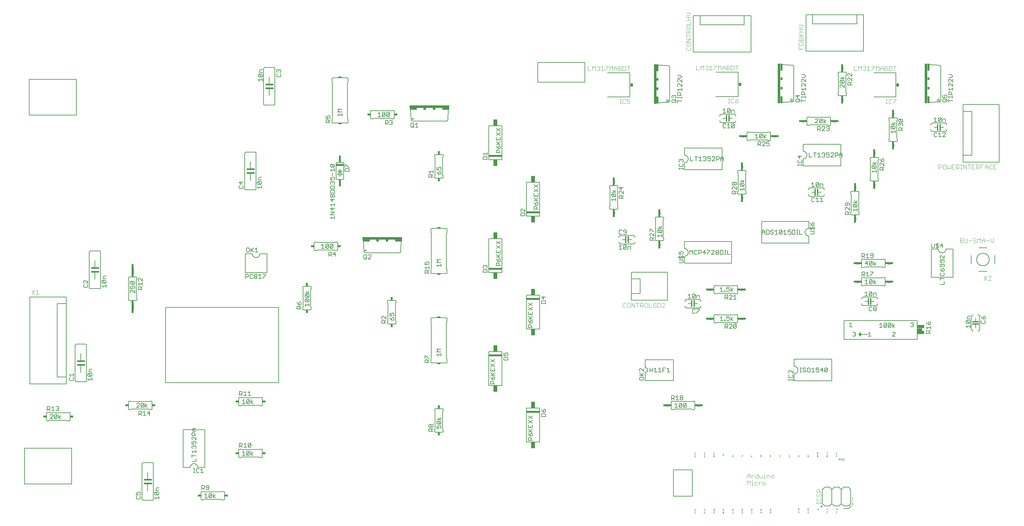
<source format=gto>
G75*
%MOIN*%
%OFA0B0*%
%FSLAX25Y25*%
%IPPOS*%
%LPD*%
%AMOC8*
5,1,8,0,0,1.08239X$1,22.5*
%
%ADD10C,0.00600*%
%ADD11C,0.01600*%
%ADD12C,0.00500*%
%ADD13R,0.14000X0.02000*%
%ADD14R,0.04200X0.06500*%
%ADD15R,0.08000X0.02000*%
%ADD16R,0.02000X0.07500*%
%ADD17C,0.02000*%
%ADD18R,0.42000X0.03000*%
%ADD19R,0.07500X0.02000*%
%ADD20R,0.03000X0.02000*%
%ADD21R,0.02400X0.03400*%
%ADD22R,0.03400X0.02400*%
%ADD23C,0.02400*%
%ADD24R,0.03200X0.01600*%
%ADD25C,0.00800*%
%ADD26C,0.00400*%
%ADD27C,0.00200*%
%ADD28C,0.01200*%
%ADD29R,0.07500X0.03500*%
%ADD30R,0.05500X0.03000*%
%ADD31R,0.03000X0.42000*%
%ADD32R,0.02000X0.03000*%
%ADD33R,0.03000X0.03400*%
D10*
X0126800Y0043800D02*
X0126800Y0081800D01*
X0126802Y0081860D01*
X0126807Y0081921D01*
X0126816Y0081980D01*
X0126829Y0082039D01*
X0126845Y0082098D01*
X0126865Y0082155D01*
X0126888Y0082210D01*
X0126915Y0082265D01*
X0126944Y0082317D01*
X0126977Y0082368D01*
X0127013Y0082417D01*
X0127051Y0082463D01*
X0127093Y0082507D01*
X0127137Y0082549D01*
X0127183Y0082587D01*
X0127232Y0082623D01*
X0127283Y0082656D01*
X0127335Y0082685D01*
X0127390Y0082712D01*
X0127445Y0082735D01*
X0127502Y0082755D01*
X0127561Y0082771D01*
X0127620Y0082784D01*
X0127679Y0082793D01*
X0127740Y0082798D01*
X0127800Y0082800D01*
X0137800Y0082800D01*
X0137860Y0082798D01*
X0137921Y0082793D01*
X0137980Y0082784D01*
X0138039Y0082771D01*
X0138098Y0082755D01*
X0138155Y0082735D01*
X0138210Y0082712D01*
X0138265Y0082685D01*
X0138317Y0082656D01*
X0138368Y0082623D01*
X0138417Y0082587D01*
X0138463Y0082549D01*
X0138507Y0082507D01*
X0138549Y0082463D01*
X0138587Y0082417D01*
X0138623Y0082368D01*
X0138656Y0082317D01*
X0138685Y0082265D01*
X0138712Y0082210D01*
X0138735Y0082155D01*
X0138755Y0082098D01*
X0138771Y0082039D01*
X0138784Y0081980D01*
X0138793Y0081921D01*
X0138798Y0081860D01*
X0138800Y0081800D01*
X0138800Y0043800D01*
X0138798Y0043740D01*
X0138793Y0043679D01*
X0138784Y0043620D01*
X0138771Y0043561D01*
X0138755Y0043502D01*
X0138735Y0043445D01*
X0138712Y0043390D01*
X0138685Y0043335D01*
X0138656Y0043283D01*
X0138623Y0043232D01*
X0138587Y0043183D01*
X0138549Y0043137D01*
X0138507Y0043093D01*
X0138463Y0043051D01*
X0138417Y0043013D01*
X0138368Y0042977D01*
X0138317Y0042944D01*
X0138265Y0042915D01*
X0138210Y0042888D01*
X0138155Y0042865D01*
X0138098Y0042845D01*
X0138039Y0042829D01*
X0137980Y0042816D01*
X0137921Y0042807D01*
X0137860Y0042802D01*
X0137800Y0042800D01*
X0127800Y0042800D01*
X0127740Y0042802D01*
X0127679Y0042807D01*
X0127620Y0042816D01*
X0127561Y0042829D01*
X0127502Y0042845D01*
X0127445Y0042865D01*
X0127390Y0042888D01*
X0127335Y0042915D01*
X0127283Y0042944D01*
X0127232Y0042977D01*
X0127183Y0043013D01*
X0127137Y0043051D01*
X0127093Y0043093D01*
X0127051Y0043137D01*
X0127013Y0043183D01*
X0126977Y0043232D01*
X0126944Y0043283D01*
X0126915Y0043335D01*
X0126888Y0043390D01*
X0126865Y0043445D01*
X0126845Y0043502D01*
X0126829Y0043561D01*
X0126816Y0043620D01*
X0126807Y0043679D01*
X0126802Y0043740D01*
X0126800Y0043800D01*
X0132800Y0052800D02*
X0132800Y0060800D01*
X0132800Y0064800D02*
X0132800Y0072800D01*
X0170300Y0077800D02*
X0177800Y0077800D01*
X0177802Y0077926D01*
X0177808Y0078051D01*
X0177818Y0078176D01*
X0177832Y0078301D01*
X0177849Y0078426D01*
X0177871Y0078550D01*
X0177896Y0078673D01*
X0177926Y0078795D01*
X0177959Y0078916D01*
X0177996Y0079036D01*
X0178036Y0079155D01*
X0178081Y0079272D01*
X0178129Y0079389D01*
X0178181Y0079503D01*
X0178236Y0079616D01*
X0178295Y0079727D01*
X0178357Y0079836D01*
X0178423Y0079943D01*
X0178492Y0080048D01*
X0178564Y0080151D01*
X0178639Y0080252D01*
X0178718Y0080350D01*
X0178800Y0080445D01*
X0178884Y0080538D01*
X0178972Y0080628D01*
X0179062Y0080716D01*
X0179155Y0080800D01*
X0179250Y0080882D01*
X0179348Y0080961D01*
X0179449Y0081036D01*
X0179552Y0081108D01*
X0179657Y0081177D01*
X0179764Y0081243D01*
X0179873Y0081305D01*
X0179984Y0081364D01*
X0180097Y0081419D01*
X0180211Y0081471D01*
X0180328Y0081519D01*
X0180445Y0081564D01*
X0180564Y0081604D01*
X0180684Y0081641D01*
X0180805Y0081674D01*
X0180927Y0081704D01*
X0181050Y0081729D01*
X0181174Y0081751D01*
X0181299Y0081768D01*
X0181424Y0081782D01*
X0181549Y0081792D01*
X0181674Y0081798D01*
X0181800Y0081800D01*
X0181926Y0081798D01*
X0182051Y0081792D01*
X0182176Y0081782D01*
X0182301Y0081768D01*
X0182426Y0081751D01*
X0182550Y0081729D01*
X0182673Y0081704D01*
X0182795Y0081674D01*
X0182916Y0081641D01*
X0183036Y0081604D01*
X0183155Y0081564D01*
X0183272Y0081519D01*
X0183389Y0081471D01*
X0183503Y0081419D01*
X0183616Y0081364D01*
X0183727Y0081305D01*
X0183836Y0081243D01*
X0183943Y0081177D01*
X0184048Y0081108D01*
X0184151Y0081036D01*
X0184252Y0080961D01*
X0184350Y0080882D01*
X0184445Y0080800D01*
X0184538Y0080716D01*
X0184628Y0080628D01*
X0184716Y0080538D01*
X0184800Y0080445D01*
X0184882Y0080350D01*
X0184961Y0080252D01*
X0185036Y0080151D01*
X0185108Y0080048D01*
X0185177Y0079943D01*
X0185243Y0079836D01*
X0185305Y0079727D01*
X0185364Y0079616D01*
X0185419Y0079503D01*
X0185471Y0079389D01*
X0185519Y0079272D01*
X0185564Y0079155D01*
X0185604Y0079036D01*
X0185641Y0078916D01*
X0185674Y0078795D01*
X0185704Y0078673D01*
X0185729Y0078550D01*
X0185751Y0078426D01*
X0185768Y0078301D01*
X0185782Y0078176D01*
X0185792Y0078051D01*
X0185798Y0077926D01*
X0185800Y0077800D01*
X0193300Y0077800D01*
X0193300Y0117800D01*
X0170300Y0117800D01*
X0170300Y0077800D01*
X0190300Y0052300D02*
X0191800Y0052300D01*
X0192300Y0051800D01*
X0211300Y0051800D01*
X0211800Y0052300D01*
X0213300Y0052300D01*
X0213360Y0052298D01*
X0213421Y0052293D01*
X0213480Y0052284D01*
X0213539Y0052271D01*
X0213598Y0052255D01*
X0213655Y0052235D01*
X0213710Y0052212D01*
X0213765Y0052185D01*
X0213817Y0052156D01*
X0213868Y0052123D01*
X0213917Y0052087D01*
X0213963Y0052049D01*
X0214007Y0052007D01*
X0214049Y0051963D01*
X0214087Y0051917D01*
X0214123Y0051868D01*
X0214156Y0051817D01*
X0214185Y0051765D01*
X0214212Y0051710D01*
X0214235Y0051655D01*
X0214255Y0051598D01*
X0214271Y0051539D01*
X0214284Y0051480D01*
X0214293Y0051421D01*
X0214298Y0051360D01*
X0214300Y0051300D01*
X0214300Y0044300D01*
X0214298Y0044240D01*
X0214293Y0044179D01*
X0214284Y0044120D01*
X0214271Y0044061D01*
X0214255Y0044002D01*
X0214235Y0043945D01*
X0214212Y0043890D01*
X0214185Y0043835D01*
X0214156Y0043783D01*
X0214123Y0043732D01*
X0214087Y0043683D01*
X0214049Y0043637D01*
X0214007Y0043593D01*
X0213963Y0043551D01*
X0213917Y0043513D01*
X0213868Y0043477D01*
X0213817Y0043444D01*
X0213765Y0043415D01*
X0213710Y0043388D01*
X0213655Y0043365D01*
X0213598Y0043345D01*
X0213539Y0043329D01*
X0213480Y0043316D01*
X0213421Y0043307D01*
X0213360Y0043302D01*
X0213300Y0043300D01*
X0211800Y0043300D01*
X0211300Y0043800D01*
X0192300Y0043800D01*
X0191800Y0043300D01*
X0190300Y0043300D01*
X0190240Y0043302D01*
X0190179Y0043307D01*
X0190120Y0043316D01*
X0190061Y0043329D01*
X0190002Y0043345D01*
X0189945Y0043365D01*
X0189890Y0043388D01*
X0189835Y0043415D01*
X0189783Y0043444D01*
X0189732Y0043477D01*
X0189683Y0043513D01*
X0189637Y0043551D01*
X0189593Y0043593D01*
X0189551Y0043637D01*
X0189513Y0043683D01*
X0189477Y0043732D01*
X0189444Y0043783D01*
X0189415Y0043835D01*
X0189388Y0043890D01*
X0189365Y0043945D01*
X0189345Y0044002D01*
X0189329Y0044061D01*
X0189316Y0044120D01*
X0189307Y0044179D01*
X0189302Y0044240D01*
X0189300Y0044300D01*
X0189300Y0051300D01*
X0189302Y0051360D01*
X0189307Y0051421D01*
X0189316Y0051480D01*
X0189329Y0051539D01*
X0189345Y0051598D01*
X0189365Y0051655D01*
X0189388Y0051710D01*
X0189415Y0051765D01*
X0189444Y0051817D01*
X0189477Y0051868D01*
X0189513Y0051917D01*
X0189551Y0051963D01*
X0189593Y0052007D01*
X0189637Y0052049D01*
X0189683Y0052087D01*
X0189732Y0052123D01*
X0189783Y0052156D01*
X0189835Y0052185D01*
X0189890Y0052212D01*
X0189945Y0052235D01*
X0190002Y0052255D01*
X0190061Y0052271D01*
X0190120Y0052284D01*
X0190179Y0052293D01*
X0190240Y0052298D01*
X0190300Y0052300D01*
X0229300Y0089300D02*
X0229300Y0096300D01*
X0229302Y0096360D01*
X0229307Y0096421D01*
X0229316Y0096480D01*
X0229329Y0096539D01*
X0229345Y0096598D01*
X0229365Y0096655D01*
X0229388Y0096710D01*
X0229415Y0096765D01*
X0229444Y0096817D01*
X0229477Y0096868D01*
X0229513Y0096917D01*
X0229551Y0096963D01*
X0229593Y0097007D01*
X0229637Y0097049D01*
X0229683Y0097087D01*
X0229732Y0097123D01*
X0229783Y0097156D01*
X0229835Y0097185D01*
X0229890Y0097212D01*
X0229945Y0097235D01*
X0230002Y0097255D01*
X0230061Y0097271D01*
X0230120Y0097284D01*
X0230179Y0097293D01*
X0230240Y0097298D01*
X0230300Y0097300D01*
X0231800Y0097300D01*
X0232300Y0096800D01*
X0251300Y0096800D01*
X0251800Y0097300D01*
X0253300Y0097300D01*
X0253360Y0097298D01*
X0253421Y0097293D01*
X0253480Y0097284D01*
X0253539Y0097271D01*
X0253598Y0097255D01*
X0253655Y0097235D01*
X0253710Y0097212D01*
X0253765Y0097185D01*
X0253817Y0097156D01*
X0253868Y0097123D01*
X0253917Y0097087D01*
X0253963Y0097049D01*
X0254007Y0097007D01*
X0254049Y0096963D01*
X0254087Y0096917D01*
X0254123Y0096868D01*
X0254156Y0096817D01*
X0254185Y0096765D01*
X0254212Y0096710D01*
X0254235Y0096655D01*
X0254255Y0096598D01*
X0254271Y0096539D01*
X0254284Y0096480D01*
X0254293Y0096421D01*
X0254298Y0096360D01*
X0254300Y0096300D01*
X0254300Y0089300D01*
X0254298Y0089240D01*
X0254293Y0089179D01*
X0254284Y0089120D01*
X0254271Y0089061D01*
X0254255Y0089002D01*
X0254235Y0088945D01*
X0254212Y0088890D01*
X0254185Y0088835D01*
X0254156Y0088783D01*
X0254123Y0088732D01*
X0254087Y0088683D01*
X0254049Y0088637D01*
X0254007Y0088593D01*
X0253963Y0088551D01*
X0253917Y0088513D01*
X0253868Y0088477D01*
X0253817Y0088444D01*
X0253765Y0088415D01*
X0253710Y0088388D01*
X0253655Y0088365D01*
X0253598Y0088345D01*
X0253539Y0088329D01*
X0253480Y0088316D01*
X0253421Y0088307D01*
X0253360Y0088302D01*
X0253300Y0088300D01*
X0251800Y0088300D01*
X0251300Y0088800D01*
X0232300Y0088800D01*
X0231800Y0088300D01*
X0230300Y0088300D01*
X0230240Y0088302D01*
X0230179Y0088307D01*
X0230120Y0088316D01*
X0230061Y0088329D01*
X0230002Y0088345D01*
X0229945Y0088365D01*
X0229890Y0088388D01*
X0229835Y0088415D01*
X0229783Y0088444D01*
X0229732Y0088477D01*
X0229683Y0088513D01*
X0229637Y0088551D01*
X0229593Y0088593D01*
X0229551Y0088637D01*
X0229513Y0088683D01*
X0229477Y0088732D01*
X0229444Y0088783D01*
X0229415Y0088835D01*
X0229388Y0088890D01*
X0229365Y0088945D01*
X0229345Y0089002D01*
X0229329Y0089061D01*
X0229316Y0089120D01*
X0229307Y0089179D01*
X0229302Y0089240D01*
X0229300Y0089300D01*
X0137300Y0140300D02*
X0137300Y0147300D01*
X0137298Y0147360D01*
X0137293Y0147421D01*
X0137284Y0147480D01*
X0137271Y0147539D01*
X0137255Y0147598D01*
X0137235Y0147655D01*
X0137212Y0147710D01*
X0137185Y0147765D01*
X0137156Y0147817D01*
X0137123Y0147868D01*
X0137087Y0147917D01*
X0137049Y0147963D01*
X0137007Y0148007D01*
X0136963Y0148049D01*
X0136917Y0148087D01*
X0136868Y0148123D01*
X0136817Y0148156D01*
X0136765Y0148185D01*
X0136710Y0148212D01*
X0136655Y0148235D01*
X0136598Y0148255D01*
X0136539Y0148271D01*
X0136480Y0148284D01*
X0136421Y0148293D01*
X0136360Y0148298D01*
X0136300Y0148300D01*
X0134800Y0148300D01*
X0134300Y0147800D01*
X0115300Y0147800D01*
X0114800Y0148300D01*
X0113300Y0148300D01*
X0113240Y0148298D01*
X0113179Y0148293D01*
X0113120Y0148284D01*
X0113061Y0148271D01*
X0113002Y0148255D01*
X0112945Y0148235D01*
X0112890Y0148212D01*
X0112835Y0148185D01*
X0112783Y0148156D01*
X0112732Y0148123D01*
X0112683Y0148087D01*
X0112637Y0148049D01*
X0112593Y0148007D01*
X0112551Y0147963D01*
X0112513Y0147917D01*
X0112477Y0147868D01*
X0112444Y0147817D01*
X0112415Y0147765D01*
X0112388Y0147710D01*
X0112365Y0147655D01*
X0112345Y0147598D01*
X0112329Y0147539D01*
X0112316Y0147480D01*
X0112307Y0147421D01*
X0112302Y0147360D01*
X0112300Y0147300D01*
X0112300Y0140300D01*
X0112302Y0140240D01*
X0112307Y0140179D01*
X0112316Y0140120D01*
X0112329Y0140061D01*
X0112345Y0140002D01*
X0112365Y0139945D01*
X0112388Y0139890D01*
X0112415Y0139835D01*
X0112444Y0139783D01*
X0112477Y0139732D01*
X0112513Y0139683D01*
X0112551Y0139637D01*
X0112593Y0139593D01*
X0112637Y0139551D01*
X0112683Y0139513D01*
X0112732Y0139477D01*
X0112783Y0139444D01*
X0112835Y0139415D01*
X0112890Y0139388D01*
X0112945Y0139365D01*
X0113002Y0139345D01*
X0113061Y0139329D01*
X0113120Y0139316D01*
X0113179Y0139307D01*
X0113240Y0139302D01*
X0113300Y0139300D01*
X0114800Y0139300D01*
X0115300Y0139800D01*
X0134300Y0139800D01*
X0134800Y0139300D01*
X0136300Y0139300D01*
X0136360Y0139302D01*
X0136421Y0139307D01*
X0136480Y0139316D01*
X0136539Y0139329D01*
X0136598Y0139345D01*
X0136655Y0139365D01*
X0136710Y0139388D01*
X0136765Y0139415D01*
X0136817Y0139444D01*
X0136868Y0139477D01*
X0136917Y0139513D01*
X0136963Y0139551D01*
X0137007Y0139593D01*
X0137049Y0139637D01*
X0137087Y0139683D01*
X0137123Y0139732D01*
X0137156Y0139783D01*
X0137185Y0139835D01*
X0137212Y0139890D01*
X0137235Y0139945D01*
X0137255Y0140002D01*
X0137271Y0140061D01*
X0137284Y0140120D01*
X0137293Y0140179D01*
X0137298Y0140240D01*
X0137300Y0140300D01*
X0067800Y0169800D02*
X0067800Y0207800D01*
X0067798Y0207860D01*
X0067793Y0207921D01*
X0067784Y0207980D01*
X0067771Y0208039D01*
X0067755Y0208098D01*
X0067735Y0208155D01*
X0067712Y0208210D01*
X0067685Y0208265D01*
X0067656Y0208317D01*
X0067623Y0208368D01*
X0067587Y0208417D01*
X0067549Y0208463D01*
X0067507Y0208507D01*
X0067463Y0208549D01*
X0067417Y0208587D01*
X0067368Y0208623D01*
X0067317Y0208656D01*
X0067265Y0208685D01*
X0067210Y0208712D01*
X0067155Y0208735D01*
X0067098Y0208755D01*
X0067039Y0208771D01*
X0066980Y0208784D01*
X0066921Y0208793D01*
X0066860Y0208798D01*
X0066800Y0208800D01*
X0056800Y0208800D01*
X0056740Y0208798D01*
X0056679Y0208793D01*
X0056620Y0208784D01*
X0056561Y0208771D01*
X0056502Y0208755D01*
X0056445Y0208735D01*
X0056390Y0208712D01*
X0056335Y0208685D01*
X0056283Y0208656D01*
X0056232Y0208623D01*
X0056183Y0208587D01*
X0056137Y0208549D01*
X0056093Y0208507D01*
X0056051Y0208463D01*
X0056013Y0208417D01*
X0055977Y0208368D01*
X0055944Y0208317D01*
X0055915Y0208265D01*
X0055888Y0208210D01*
X0055865Y0208155D01*
X0055845Y0208098D01*
X0055829Y0208039D01*
X0055816Y0207980D01*
X0055807Y0207921D01*
X0055802Y0207860D01*
X0055800Y0207800D01*
X0055800Y0169800D01*
X0055802Y0169740D01*
X0055807Y0169679D01*
X0055816Y0169620D01*
X0055829Y0169561D01*
X0055845Y0169502D01*
X0055865Y0169445D01*
X0055888Y0169390D01*
X0055915Y0169335D01*
X0055944Y0169283D01*
X0055977Y0169232D01*
X0056013Y0169183D01*
X0056051Y0169137D01*
X0056093Y0169093D01*
X0056137Y0169051D01*
X0056183Y0169013D01*
X0056232Y0168977D01*
X0056283Y0168944D01*
X0056335Y0168915D01*
X0056390Y0168888D01*
X0056445Y0168865D01*
X0056502Y0168845D01*
X0056561Y0168829D01*
X0056620Y0168816D01*
X0056679Y0168807D01*
X0056740Y0168802D01*
X0056800Y0168800D01*
X0066800Y0168800D01*
X0066860Y0168802D01*
X0066921Y0168807D01*
X0066980Y0168816D01*
X0067039Y0168829D01*
X0067098Y0168845D01*
X0067155Y0168865D01*
X0067210Y0168888D01*
X0067265Y0168915D01*
X0067317Y0168944D01*
X0067368Y0168977D01*
X0067417Y0169013D01*
X0067463Y0169051D01*
X0067507Y0169093D01*
X0067549Y0169137D01*
X0067587Y0169183D01*
X0067623Y0169232D01*
X0067656Y0169283D01*
X0067685Y0169335D01*
X0067712Y0169390D01*
X0067735Y0169445D01*
X0067755Y0169502D01*
X0067771Y0169561D01*
X0067784Y0169620D01*
X0067793Y0169679D01*
X0067798Y0169740D01*
X0067800Y0169800D01*
X0061800Y0178800D02*
X0061800Y0186800D01*
X0061800Y0190800D02*
X0061800Y0198800D01*
X0113300Y0255300D02*
X0120300Y0255300D01*
X0120360Y0255302D01*
X0120421Y0255307D01*
X0120480Y0255316D01*
X0120539Y0255329D01*
X0120598Y0255345D01*
X0120655Y0255365D01*
X0120710Y0255388D01*
X0120765Y0255415D01*
X0120817Y0255444D01*
X0120868Y0255477D01*
X0120917Y0255513D01*
X0120963Y0255551D01*
X0121007Y0255593D01*
X0121049Y0255637D01*
X0121087Y0255683D01*
X0121123Y0255732D01*
X0121156Y0255783D01*
X0121185Y0255835D01*
X0121212Y0255890D01*
X0121235Y0255945D01*
X0121255Y0256002D01*
X0121271Y0256061D01*
X0121284Y0256120D01*
X0121293Y0256179D01*
X0121298Y0256240D01*
X0121300Y0256300D01*
X0121300Y0257800D01*
X0120800Y0258300D01*
X0120800Y0277300D01*
X0121300Y0277800D01*
X0121300Y0279300D01*
X0121298Y0279360D01*
X0121293Y0279421D01*
X0121284Y0279480D01*
X0121271Y0279539D01*
X0121255Y0279598D01*
X0121235Y0279655D01*
X0121212Y0279710D01*
X0121185Y0279765D01*
X0121156Y0279817D01*
X0121123Y0279868D01*
X0121087Y0279917D01*
X0121049Y0279963D01*
X0121007Y0280007D01*
X0120963Y0280049D01*
X0120917Y0280087D01*
X0120868Y0280123D01*
X0120817Y0280156D01*
X0120765Y0280185D01*
X0120710Y0280212D01*
X0120655Y0280235D01*
X0120598Y0280255D01*
X0120539Y0280271D01*
X0120480Y0280284D01*
X0120421Y0280293D01*
X0120360Y0280298D01*
X0120300Y0280300D01*
X0113300Y0280300D01*
X0113240Y0280298D01*
X0113179Y0280293D01*
X0113120Y0280284D01*
X0113061Y0280271D01*
X0113002Y0280255D01*
X0112945Y0280235D01*
X0112890Y0280212D01*
X0112835Y0280185D01*
X0112783Y0280156D01*
X0112732Y0280123D01*
X0112683Y0280087D01*
X0112637Y0280049D01*
X0112593Y0280007D01*
X0112551Y0279963D01*
X0112513Y0279917D01*
X0112477Y0279868D01*
X0112444Y0279817D01*
X0112415Y0279765D01*
X0112388Y0279710D01*
X0112365Y0279655D01*
X0112345Y0279598D01*
X0112329Y0279539D01*
X0112316Y0279480D01*
X0112307Y0279421D01*
X0112302Y0279360D01*
X0112300Y0279300D01*
X0112300Y0277800D01*
X0112800Y0277300D01*
X0112800Y0258300D01*
X0112300Y0257800D01*
X0112300Y0256300D01*
X0112302Y0256240D01*
X0112307Y0256179D01*
X0112316Y0256120D01*
X0112329Y0256061D01*
X0112345Y0256002D01*
X0112365Y0255945D01*
X0112388Y0255890D01*
X0112415Y0255835D01*
X0112444Y0255783D01*
X0112477Y0255732D01*
X0112513Y0255683D01*
X0112551Y0255637D01*
X0112593Y0255593D01*
X0112637Y0255551D01*
X0112683Y0255513D01*
X0112732Y0255477D01*
X0112783Y0255444D01*
X0112835Y0255415D01*
X0112890Y0255388D01*
X0112945Y0255365D01*
X0113002Y0255345D01*
X0113061Y0255329D01*
X0113120Y0255316D01*
X0113179Y0255307D01*
X0113240Y0255302D01*
X0113300Y0255300D01*
X0082800Y0268800D02*
X0082800Y0306800D01*
X0082798Y0306860D01*
X0082793Y0306921D01*
X0082784Y0306980D01*
X0082771Y0307039D01*
X0082755Y0307098D01*
X0082735Y0307155D01*
X0082712Y0307210D01*
X0082685Y0307265D01*
X0082656Y0307317D01*
X0082623Y0307368D01*
X0082587Y0307417D01*
X0082549Y0307463D01*
X0082507Y0307507D01*
X0082463Y0307549D01*
X0082417Y0307587D01*
X0082368Y0307623D01*
X0082317Y0307656D01*
X0082265Y0307685D01*
X0082210Y0307712D01*
X0082155Y0307735D01*
X0082098Y0307755D01*
X0082039Y0307771D01*
X0081980Y0307784D01*
X0081921Y0307793D01*
X0081860Y0307798D01*
X0081800Y0307800D01*
X0071800Y0307800D01*
X0071740Y0307798D01*
X0071679Y0307793D01*
X0071620Y0307784D01*
X0071561Y0307771D01*
X0071502Y0307755D01*
X0071445Y0307735D01*
X0071390Y0307712D01*
X0071335Y0307685D01*
X0071283Y0307656D01*
X0071232Y0307623D01*
X0071183Y0307587D01*
X0071137Y0307549D01*
X0071093Y0307507D01*
X0071051Y0307463D01*
X0071013Y0307417D01*
X0070977Y0307368D01*
X0070944Y0307317D01*
X0070915Y0307265D01*
X0070888Y0307210D01*
X0070865Y0307155D01*
X0070845Y0307098D01*
X0070829Y0307039D01*
X0070816Y0306980D01*
X0070807Y0306921D01*
X0070802Y0306860D01*
X0070800Y0306800D01*
X0070800Y0268800D01*
X0070802Y0268740D01*
X0070807Y0268679D01*
X0070816Y0268620D01*
X0070829Y0268561D01*
X0070845Y0268502D01*
X0070865Y0268445D01*
X0070888Y0268390D01*
X0070915Y0268335D01*
X0070944Y0268283D01*
X0070977Y0268232D01*
X0071013Y0268183D01*
X0071051Y0268137D01*
X0071093Y0268093D01*
X0071137Y0268051D01*
X0071183Y0268013D01*
X0071232Y0267977D01*
X0071283Y0267944D01*
X0071335Y0267915D01*
X0071390Y0267888D01*
X0071445Y0267865D01*
X0071502Y0267845D01*
X0071561Y0267829D01*
X0071620Y0267816D01*
X0071679Y0267807D01*
X0071740Y0267802D01*
X0071800Y0267800D01*
X0081800Y0267800D01*
X0081860Y0267802D01*
X0081921Y0267807D01*
X0081980Y0267816D01*
X0082039Y0267829D01*
X0082098Y0267845D01*
X0082155Y0267865D01*
X0082210Y0267888D01*
X0082265Y0267915D01*
X0082317Y0267944D01*
X0082368Y0267977D01*
X0082417Y0268013D01*
X0082463Y0268051D01*
X0082507Y0268093D01*
X0082549Y0268137D01*
X0082587Y0268183D01*
X0082623Y0268232D01*
X0082656Y0268283D01*
X0082685Y0268335D01*
X0082712Y0268390D01*
X0082735Y0268445D01*
X0082755Y0268502D01*
X0082771Y0268561D01*
X0082784Y0268620D01*
X0082793Y0268679D01*
X0082798Y0268740D01*
X0082800Y0268800D01*
X0076800Y0277800D02*
X0076800Y0285800D01*
X0076800Y0289800D02*
X0076800Y0297800D01*
X0236300Y0304800D02*
X0236300Y0284800D01*
X0259300Y0284800D01*
X0259300Y0304800D01*
X0251800Y0304800D01*
X0251798Y0304674D01*
X0251792Y0304549D01*
X0251782Y0304424D01*
X0251768Y0304299D01*
X0251751Y0304174D01*
X0251729Y0304050D01*
X0251704Y0303927D01*
X0251674Y0303805D01*
X0251641Y0303684D01*
X0251604Y0303564D01*
X0251564Y0303445D01*
X0251519Y0303328D01*
X0251471Y0303211D01*
X0251419Y0303097D01*
X0251364Y0302984D01*
X0251305Y0302873D01*
X0251243Y0302764D01*
X0251177Y0302657D01*
X0251108Y0302552D01*
X0251036Y0302449D01*
X0250961Y0302348D01*
X0250882Y0302250D01*
X0250800Y0302155D01*
X0250716Y0302062D01*
X0250628Y0301972D01*
X0250538Y0301884D01*
X0250445Y0301800D01*
X0250350Y0301718D01*
X0250252Y0301639D01*
X0250151Y0301564D01*
X0250048Y0301492D01*
X0249943Y0301423D01*
X0249836Y0301357D01*
X0249727Y0301295D01*
X0249616Y0301236D01*
X0249503Y0301181D01*
X0249389Y0301129D01*
X0249272Y0301081D01*
X0249155Y0301036D01*
X0249036Y0300996D01*
X0248916Y0300959D01*
X0248795Y0300926D01*
X0248673Y0300896D01*
X0248550Y0300871D01*
X0248426Y0300849D01*
X0248301Y0300832D01*
X0248176Y0300818D01*
X0248051Y0300808D01*
X0247926Y0300802D01*
X0247800Y0300800D01*
X0247674Y0300802D01*
X0247549Y0300808D01*
X0247424Y0300818D01*
X0247299Y0300832D01*
X0247174Y0300849D01*
X0247050Y0300871D01*
X0246927Y0300896D01*
X0246805Y0300926D01*
X0246684Y0300959D01*
X0246564Y0300996D01*
X0246445Y0301036D01*
X0246328Y0301081D01*
X0246211Y0301129D01*
X0246097Y0301181D01*
X0245984Y0301236D01*
X0245873Y0301295D01*
X0245764Y0301357D01*
X0245657Y0301423D01*
X0245552Y0301492D01*
X0245449Y0301564D01*
X0245348Y0301639D01*
X0245250Y0301718D01*
X0245155Y0301800D01*
X0245062Y0301884D01*
X0244972Y0301972D01*
X0244884Y0302062D01*
X0244800Y0302155D01*
X0244718Y0302250D01*
X0244639Y0302348D01*
X0244564Y0302449D01*
X0244492Y0302552D01*
X0244423Y0302657D01*
X0244357Y0302764D01*
X0244295Y0302873D01*
X0244236Y0302984D01*
X0244181Y0303097D01*
X0244129Y0303211D01*
X0244081Y0303328D01*
X0244036Y0303445D01*
X0243996Y0303564D01*
X0243959Y0303684D01*
X0243926Y0303805D01*
X0243896Y0303927D01*
X0243871Y0304050D01*
X0243849Y0304174D01*
X0243832Y0304299D01*
X0243818Y0304424D01*
X0243808Y0304549D01*
X0243802Y0304674D01*
X0243800Y0304800D01*
X0236300Y0304800D01*
X0297300Y0269300D02*
X0297300Y0267800D01*
X0297800Y0267300D01*
X0297800Y0248300D01*
X0297300Y0247800D01*
X0297300Y0246300D01*
X0297302Y0246240D01*
X0297307Y0246179D01*
X0297316Y0246120D01*
X0297329Y0246061D01*
X0297345Y0246002D01*
X0297365Y0245945D01*
X0297388Y0245890D01*
X0297415Y0245835D01*
X0297444Y0245783D01*
X0297477Y0245732D01*
X0297513Y0245683D01*
X0297551Y0245637D01*
X0297593Y0245593D01*
X0297637Y0245551D01*
X0297683Y0245513D01*
X0297732Y0245477D01*
X0297783Y0245444D01*
X0297835Y0245415D01*
X0297890Y0245388D01*
X0297945Y0245365D01*
X0298002Y0245345D01*
X0298061Y0245329D01*
X0298120Y0245316D01*
X0298179Y0245307D01*
X0298240Y0245302D01*
X0298300Y0245300D01*
X0305300Y0245300D01*
X0305360Y0245302D01*
X0305421Y0245307D01*
X0305480Y0245316D01*
X0305539Y0245329D01*
X0305598Y0245345D01*
X0305655Y0245365D01*
X0305710Y0245388D01*
X0305765Y0245415D01*
X0305817Y0245444D01*
X0305868Y0245477D01*
X0305917Y0245513D01*
X0305963Y0245551D01*
X0306007Y0245593D01*
X0306049Y0245637D01*
X0306087Y0245683D01*
X0306123Y0245732D01*
X0306156Y0245783D01*
X0306185Y0245835D01*
X0306212Y0245890D01*
X0306235Y0245945D01*
X0306255Y0246002D01*
X0306271Y0246061D01*
X0306284Y0246120D01*
X0306293Y0246179D01*
X0306298Y0246240D01*
X0306300Y0246300D01*
X0306300Y0247800D01*
X0305800Y0248300D01*
X0305800Y0267300D01*
X0306300Y0267800D01*
X0306300Y0269300D01*
X0306298Y0269360D01*
X0306293Y0269421D01*
X0306284Y0269480D01*
X0306271Y0269539D01*
X0306255Y0269598D01*
X0306235Y0269655D01*
X0306212Y0269710D01*
X0306185Y0269765D01*
X0306156Y0269817D01*
X0306123Y0269868D01*
X0306087Y0269917D01*
X0306049Y0269963D01*
X0306007Y0270007D01*
X0305963Y0270049D01*
X0305917Y0270087D01*
X0305868Y0270123D01*
X0305817Y0270156D01*
X0305765Y0270185D01*
X0305710Y0270212D01*
X0305655Y0270235D01*
X0305598Y0270255D01*
X0305539Y0270271D01*
X0305480Y0270284D01*
X0305421Y0270293D01*
X0305360Y0270298D01*
X0305300Y0270300D01*
X0298300Y0270300D01*
X0298240Y0270298D01*
X0298179Y0270293D01*
X0298120Y0270284D01*
X0298061Y0270271D01*
X0298002Y0270255D01*
X0297945Y0270235D01*
X0297890Y0270212D01*
X0297835Y0270185D01*
X0297783Y0270156D01*
X0297732Y0270123D01*
X0297683Y0270087D01*
X0297637Y0270049D01*
X0297593Y0270007D01*
X0297551Y0269963D01*
X0297513Y0269917D01*
X0297477Y0269868D01*
X0297444Y0269817D01*
X0297415Y0269765D01*
X0297388Y0269710D01*
X0297365Y0269655D01*
X0297345Y0269598D01*
X0297329Y0269539D01*
X0297316Y0269480D01*
X0297307Y0269421D01*
X0297302Y0269360D01*
X0297300Y0269300D01*
X0362300Y0306800D02*
X0361800Y0318300D01*
X0362300Y0306800D02*
X0363300Y0305800D01*
X0400300Y0305800D01*
X0401300Y0306800D01*
X0401800Y0318300D01*
X0433300Y0327300D02*
X0433300Y0330800D01*
X0433302Y0330860D01*
X0433307Y0330921D01*
X0433316Y0330980D01*
X0433329Y0331039D01*
X0433345Y0331098D01*
X0433365Y0331155D01*
X0433388Y0331210D01*
X0433415Y0331265D01*
X0433444Y0331317D01*
X0433477Y0331368D01*
X0433513Y0331417D01*
X0433551Y0331463D01*
X0433593Y0331507D01*
X0433637Y0331549D01*
X0433683Y0331587D01*
X0433732Y0331623D01*
X0433783Y0331656D01*
X0433835Y0331685D01*
X0433890Y0331712D01*
X0433945Y0331735D01*
X0434002Y0331755D01*
X0434061Y0331771D01*
X0434120Y0331784D01*
X0434179Y0331793D01*
X0434240Y0331798D01*
X0434300Y0331800D01*
X0449300Y0331800D01*
X0449360Y0331798D01*
X0449421Y0331793D01*
X0449480Y0331784D01*
X0449539Y0331771D01*
X0449598Y0331755D01*
X0449655Y0331735D01*
X0449710Y0331712D01*
X0449765Y0331685D01*
X0449817Y0331656D01*
X0449868Y0331623D01*
X0449917Y0331587D01*
X0449963Y0331549D01*
X0450007Y0331507D01*
X0450049Y0331463D01*
X0450087Y0331417D01*
X0450123Y0331368D01*
X0450156Y0331317D01*
X0450185Y0331265D01*
X0450212Y0331210D01*
X0450235Y0331155D01*
X0450255Y0331098D01*
X0450271Y0331039D01*
X0450284Y0330980D01*
X0450293Y0330921D01*
X0450298Y0330860D01*
X0450300Y0330800D01*
X0450300Y0327300D01*
X0449800Y0326800D01*
X0449800Y0288800D01*
X0450300Y0288300D01*
X0450300Y0284800D01*
X0450298Y0284740D01*
X0450293Y0284679D01*
X0450284Y0284620D01*
X0450271Y0284561D01*
X0450255Y0284502D01*
X0450235Y0284445D01*
X0450212Y0284390D01*
X0450185Y0284335D01*
X0450156Y0284283D01*
X0450123Y0284232D01*
X0450087Y0284183D01*
X0450049Y0284137D01*
X0450007Y0284093D01*
X0449963Y0284051D01*
X0449917Y0284013D01*
X0449868Y0283977D01*
X0449817Y0283944D01*
X0449765Y0283915D01*
X0449710Y0283888D01*
X0449655Y0283865D01*
X0449598Y0283845D01*
X0449539Y0283829D01*
X0449480Y0283816D01*
X0449421Y0283807D01*
X0449360Y0283802D01*
X0449300Y0283800D01*
X0434300Y0283800D01*
X0434240Y0283802D01*
X0434179Y0283807D01*
X0434120Y0283816D01*
X0434061Y0283829D01*
X0434002Y0283845D01*
X0433945Y0283865D01*
X0433890Y0283888D01*
X0433835Y0283915D01*
X0433783Y0283944D01*
X0433732Y0283977D01*
X0433683Y0284013D01*
X0433637Y0284051D01*
X0433593Y0284093D01*
X0433551Y0284137D01*
X0433513Y0284183D01*
X0433477Y0284232D01*
X0433444Y0284283D01*
X0433415Y0284335D01*
X0433388Y0284390D01*
X0433365Y0284445D01*
X0433345Y0284502D01*
X0433329Y0284561D01*
X0433316Y0284620D01*
X0433307Y0284679D01*
X0433302Y0284740D01*
X0433300Y0284800D01*
X0433300Y0288300D01*
X0433800Y0288800D01*
X0433800Y0326800D01*
X0433300Y0327300D01*
X0494800Y0320800D02*
X0508800Y0320800D01*
X0508800Y0284800D01*
X0494800Y0284800D01*
X0494800Y0320800D01*
X0534800Y0344800D02*
X0534800Y0380800D01*
X0548800Y0380800D01*
X0548800Y0344800D01*
X0534800Y0344800D01*
X0446300Y0386300D02*
X0446300Y0387800D01*
X0445800Y0388300D01*
X0445800Y0407300D01*
X0446300Y0407800D01*
X0446300Y0409300D01*
X0446298Y0409360D01*
X0446293Y0409421D01*
X0446284Y0409480D01*
X0446271Y0409539D01*
X0446255Y0409598D01*
X0446235Y0409655D01*
X0446212Y0409710D01*
X0446185Y0409765D01*
X0446156Y0409817D01*
X0446123Y0409868D01*
X0446087Y0409917D01*
X0446049Y0409963D01*
X0446007Y0410007D01*
X0445963Y0410049D01*
X0445917Y0410087D01*
X0445868Y0410123D01*
X0445817Y0410156D01*
X0445765Y0410185D01*
X0445710Y0410212D01*
X0445655Y0410235D01*
X0445598Y0410255D01*
X0445539Y0410271D01*
X0445480Y0410284D01*
X0445421Y0410293D01*
X0445360Y0410298D01*
X0445300Y0410300D01*
X0438300Y0410300D01*
X0438240Y0410298D01*
X0438179Y0410293D01*
X0438120Y0410284D01*
X0438061Y0410271D01*
X0438002Y0410255D01*
X0437945Y0410235D01*
X0437890Y0410212D01*
X0437835Y0410185D01*
X0437783Y0410156D01*
X0437732Y0410123D01*
X0437683Y0410087D01*
X0437637Y0410049D01*
X0437593Y0410007D01*
X0437551Y0409963D01*
X0437513Y0409917D01*
X0437477Y0409868D01*
X0437444Y0409817D01*
X0437415Y0409765D01*
X0437388Y0409710D01*
X0437365Y0409655D01*
X0437345Y0409598D01*
X0437329Y0409539D01*
X0437316Y0409480D01*
X0437307Y0409421D01*
X0437302Y0409360D01*
X0437300Y0409300D01*
X0437300Y0407800D01*
X0437800Y0407300D01*
X0437800Y0388300D01*
X0437300Y0387800D01*
X0437300Y0386300D01*
X0437302Y0386240D01*
X0437307Y0386179D01*
X0437316Y0386120D01*
X0437329Y0386061D01*
X0437345Y0386002D01*
X0437365Y0385945D01*
X0437388Y0385890D01*
X0437415Y0385835D01*
X0437444Y0385783D01*
X0437477Y0385732D01*
X0437513Y0385683D01*
X0437551Y0385637D01*
X0437593Y0385593D01*
X0437637Y0385551D01*
X0437683Y0385513D01*
X0437732Y0385477D01*
X0437783Y0385444D01*
X0437835Y0385415D01*
X0437890Y0385388D01*
X0437945Y0385365D01*
X0438002Y0385345D01*
X0438061Y0385329D01*
X0438120Y0385316D01*
X0438179Y0385307D01*
X0438240Y0385302D01*
X0438300Y0385300D01*
X0445300Y0385300D01*
X0445360Y0385302D01*
X0445421Y0385307D01*
X0445480Y0385316D01*
X0445539Y0385329D01*
X0445598Y0385345D01*
X0445655Y0385365D01*
X0445710Y0385388D01*
X0445765Y0385415D01*
X0445817Y0385444D01*
X0445868Y0385477D01*
X0445917Y0385513D01*
X0445963Y0385551D01*
X0446007Y0385593D01*
X0446049Y0385637D01*
X0446087Y0385683D01*
X0446123Y0385732D01*
X0446156Y0385783D01*
X0446185Y0385835D01*
X0446212Y0385890D01*
X0446235Y0385945D01*
X0446255Y0386002D01*
X0446271Y0386061D01*
X0446284Y0386120D01*
X0446293Y0386179D01*
X0446298Y0386240D01*
X0446300Y0386300D01*
X0494800Y0404800D02*
X0494800Y0440800D01*
X0508800Y0440800D01*
X0508800Y0404800D01*
X0494800Y0404800D01*
X0451300Y0446800D02*
X0451800Y0458300D01*
X0451300Y0446800D02*
X0450300Y0445800D01*
X0413300Y0445800D01*
X0412300Y0446800D01*
X0411800Y0458300D01*
X0394300Y0456300D02*
X0394300Y0449300D01*
X0394298Y0449240D01*
X0394293Y0449179D01*
X0394284Y0449120D01*
X0394271Y0449061D01*
X0394255Y0449002D01*
X0394235Y0448945D01*
X0394212Y0448890D01*
X0394185Y0448835D01*
X0394156Y0448783D01*
X0394123Y0448732D01*
X0394087Y0448683D01*
X0394049Y0448637D01*
X0394007Y0448593D01*
X0393963Y0448551D01*
X0393917Y0448513D01*
X0393868Y0448477D01*
X0393817Y0448444D01*
X0393765Y0448415D01*
X0393710Y0448388D01*
X0393655Y0448365D01*
X0393598Y0448345D01*
X0393539Y0448329D01*
X0393480Y0448316D01*
X0393421Y0448307D01*
X0393360Y0448302D01*
X0393300Y0448300D01*
X0391800Y0448300D01*
X0391300Y0448800D01*
X0372300Y0448800D01*
X0371800Y0448300D01*
X0370300Y0448300D01*
X0370240Y0448302D01*
X0370179Y0448307D01*
X0370120Y0448316D01*
X0370061Y0448329D01*
X0370002Y0448345D01*
X0369945Y0448365D01*
X0369890Y0448388D01*
X0369835Y0448415D01*
X0369783Y0448444D01*
X0369732Y0448477D01*
X0369683Y0448513D01*
X0369637Y0448551D01*
X0369593Y0448593D01*
X0369551Y0448637D01*
X0369513Y0448683D01*
X0369477Y0448732D01*
X0369444Y0448783D01*
X0369415Y0448835D01*
X0369388Y0448890D01*
X0369365Y0448945D01*
X0369345Y0449002D01*
X0369329Y0449061D01*
X0369316Y0449120D01*
X0369307Y0449179D01*
X0369302Y0449240D01*
X0369300Y0449300D01*
X0369300Y0456300D01*
X0369302Y0456360D01*
X0369307Y0456421D01*
X0369316Y0456480D01*
X0369329Y0456539D01*
X0369345Y0456598D01*
X0369365Y0456655D01*
X0369388Y0456710D01*
X0369415Y0456765D01*
X0369444Y0456817D01*
X0369477Y0456868D01*
X0369513Y0456917D01*
X0369551Y0456963D01*
X0369593Y0457007D01*
X0369637Y0457049D01*
X0369683Y0457087D01*
X0369732Y0457123D01*
X0369783Y0457156D01*
X0369835Y0457185D01*
X0369890Y0457212D01*
X0369945Y0457235D01*
X0370002Y0457255D01*
X0370061Y0457271D01*
X0370120Y0457284D01*
X0370179Y0457293D01*
X0370240Y0457298D01*
X0370300Y0457300D01*
X0371800Y0457300D01*
X0372300Y0456800D01*
X0391300Y0456800D01*
X0391800Y0457300D01*
X0393300Y0457300D01*
X0393360Y0457298D01*
X0393421Y0457293D01*
X0393480Y0457284D01*
X0393539Y0457271D01*
X0393598Y0457255D01*
X0393655Y0457235D01*
X0393710Y0457212D01*
X0393765Y0457185D01*
X0393817Y0457156D01*
X0393868Y0457123D01*
X0393917Y0457087D01*
X0393963Y0457049D01*
X0394007Y0457007D01*
X0394049Y0456963D01*
X0394087Y0456917D01*
X0394123Y0456868D01*
X0394156Y0456817D01*
X0394185Y0456765D01*
X0394212Y0456710D01*
X0394235Y0456655D01*
X0394255Y0456598D01*
X0394271Y0456539D01*
X0394284Y0456480D01*
X0394293Y0456421D01*
X0394298Y0456360D01*
X0394300Y0456300D01*
X0345300Y0448300D02*
X0344800Y0448800D01*
X0344800Y0486800D01*
X0345300Y0487300D01*
X0345300Y0490800D01*
X0345298Y0490860D01*
X0345293Y0490921D01*
X0345284Y0490980D01*
X0345271Y0491039D01*
X0345255Y0491098D01*
X0345235Y0491155D01*
X0345212Y0491210D01*
X0345185Y0491265D01*
X0345156Y0491317D01*
X0345123Y0491368D01*
X0345087Y0491417D01*
X0345049Y0491463D01*
X0345007Y0491507D01*
X0344963Y0491549D01*
X0344917Y0491587D01*
X0344868Y0491623D01*
X0344817Y0491656D01*
X0344765Y0491685D01*
X0344710Y0491712D01*
X0344655Y0491735D01*
X0344598Y0491755D01*
X0344539Y0491771D01*
X0344480Y0491784D01*
X0344421Y0491793D01*
X0344360Y0491798D01*
X0344300Y0491800D01*
X0329300Y0491800D01*
X0329240Y0491798D01*
X0329179Y0491793D01*
X0329120Y0491784D01*
X0329061Y0491771D01*
X0329002Y0491755D01*
X0328945Y0491735D01*
X0328890Y0491712D01*
X0328835Y0491685D01*
X0328783Y0491656D01*
X0328732Y0491623D01*
X0328683Y0491587D01*
X0328637Y0491549D01*
X0328593Y0491507D01*
X0328551Y0491463D01*
X0328513Y0491417D01*
X0328477Y0491368D01*
X0328444Y0491317D01*
X0328415Y0491265D01*
X0328388Y0491210D01*
X0328365Y0491155D01*
X0328345Y0491098D01*
X0328329Y0491039D01*
X0328316Y0490980D01*
X0328307Y0490921D01*
X0328302Y0490860D01*
X0328300Y0490800D01*
X0328300Y0487300D01*
X0328800Y0486800D01*
X0328800Y0448800D01*
X0328300Y0448300D01*
X0328300Y0444800D01*
X0328302Y0444740D01*
X0328307Y0444679D01*
X0328316Y0444620D01*
X0328329Y0444561D01*
X0328345Y0444502D01*
X0328365Y0444445D01*
X0328388Y0444390D01*
X0328415Y0444335D01*
X0328444Y0444283D01*
X0328477Y0444232D01*
X0328513Y0444183D01*
X0328551Y0444137D01*
X0328593Y0444093D01*
X0328637Y0444051D01*
X0328683Y0444013D01*
X0328732Y0443977D01*
X0328783Y0443944D01*
X0328835Y0443915D01*
X0328890Y0443888D01*
X0328945Y0443865D01*
X0329002Y0443845D01*
X0329061Y0443829D01*
X0329120Y0443816D01*
X0329179Y0443807D01*
X0329240Y0443802D01*
X0329300Y0443800D01*
X0344300Y0443800D01*
X0344360Y0443802D01*
X0344421Y0443807D01*
X0344480Y0443816D01*
X0344539Y0443829D01*
X0344598Y0443845D01*
X0344655Y0443865D01*
X0344710Y0443888D01*
X0344765Y0443915D01*
X0344817Y0443944D01*
X0344868Y0443977D01*
X0344917Y0444013D01*
X0344963Y0444051D01*
X0345007Y0444093D01*
X0345049Y0444137D01*
X0345087Y0444183D01*
X0345123Y0444232D01*
X0345156Y0444283D01*
X0345185Y0444335D01*
X0345212Y0444390D01*
X0345235Y0444445D01*
X0345255Y0444502D01*
X0345271Y0444561D01*
X0345284Y0444620D01*
X0345293Y0444679D01*
X0345298Y0444740D01*
X0345300Y0444800D01*
X0345300Y0448300D01*
X0267800Y0463800D02*
X0267800Y0501800D01*
X0267798Y0501860D01*
X0267793Y0501921D01*
X0267784Y0501980D01*
X0267771Y0502039D01*
X0267755Y0502098D01*
X0267735Y0502155D01*
X0267712Y0502210D01*
X0267685Y0502265D01*
X0267656Y0502317D01*
X0267623Y0502368D01*
X0267587Y0502417D01*
X0267549Y0502463D01*
X0267507Y0502507D01*
X0267463Y0502549D01*
X0267417Y0502587D01*
X0267368Y0502623D01*
X0267317Y0502656D01*
X0267265Y0502685D01*
X0267210Y0502712D01*
X0267155Y0502735D01*
X0267098Y0502755D01*
X0267039Y0502771D01*
X0266980Y0502784D01*
X0266921Y0502793D01*
X0266860Y0502798D01*
X0266800Y0502800D01*
X0256800Y0502800D01*
X0256740Y0502798D01*
X0256679Y0502793D01*
X0256620Y0502784D01*
X0256561Y0502771D01*
X0256502Y0502755D01*
X0256445Y0502735D01*
X0256390Y0502712D01*
X0256335Y0502685D01*
X0256283Y0502656D01*
X0256232Y0502623D01*
X0256183Y0502587D01*
X0256137Y0502549D01*
X0256093Y0502507D01*
X0256051Y0502463D01*
X0256013Y0502417D01*
X0255977Y0502368D01*
X0255944Y0502317D01*
X0255915Y0502265D01*
X0255888Y0502210D01*
X0255865Y0502155D01*
X0255845Y0502098D01*
X0255829Y0502039D01*
X0255816Y0501980D01*
X0255807Y0501921D01*
X0255802Y0501860D01*
X0255800Y0501800D01*
X0255800Y0463800D01*
X0255802Y0463740D01*
X0255807Y0463679D01*
X0255816Y0463620D01*
X0255829Y0463561D01*
X0255845Y0463502D01*
X0255865Y0463445D01*
X0255888Y0463390D01*
X0255915Y0463335D01*
X0255944Y0463283D01*
X0255977Y0463232D01*
X0256013Y0463183D01*
X0256051Y0463137D01*
X0256093Y0463093D01*
X0256137Y0463051D01*
X0256183Y0463013D01*
X0256232Y0462977D01*
X0256283Y0462944D01*
X0256335Y0462915D01*
X0256390Y0462888D01*
X0256445Y0462865D01*
X0256502Y0462845D01*
X0256561Y0462829D01*
X0256620Y0462816D01*
X0256679Y0462807D01*
X0256740Y0462802D01*
X0256800Y0462800D01*
X0266800Y0462800D01*
X0266860Y0462802D01*
X0266921Y0462807D01*
X0266980Y0462816D01*
X0267039Y0462829D01*
X0267098Y0462845D01*
X0267155Y0462865D01*
X0267210Y0462888D01*
X0267265Y0462915D01*
X0267317Y0462944D01*
X0267368Y0462977D01*
X0267417Y0463013D01*
X0267463Y0463051D01*
X0267507Y0463093D01*
X0267549Y0463137D01*
X0267587Y0463183D01*
X0267623Y0463232D01*
X0267656Y0463283D01*
X0267685Y0463335D01*
X0267712Y0463390D01*
X0267735Y0463445D01*
X0267755Y0463502D01*
X0267771Y0463561D01*
X0267784Y0463620D01*
X0267793Y0463679D01*
X0267798Y0463740D01*
X0267800Y0463800D01*
X0261800Y0472800D02*
X0261800Y0480800D01*
X0261800Y0484800D02*
X0261800Y0492800D01*
X0246800Y0412800D02*
X0236800Y0412800D01*
X0236740Y0412798D01*
X0236679Y0412793D01*
X0236620Y0412784D01*
X0236561Y0412771D01*
X0236502Y0412755D01*
X0236445Y0412735D01*
X0236390Y0412712D01*
X0236335Y0412685D01*
X0236283Y0412656D01*
X0236232Y0412623D01*
X0236183Y0412587D01*
X0236137Y0412549D01*
X0236093Y0412507D01*
X0236051Y0412463D01*
X0236013Y0412417D01*
X0235977Y0412368D01*
X0235944Y0412317D01*
X0235915Y0412265D01*
X0235888Y0412210D01*
X0235865Y0412155D01*
X0235845Y0412098D01*
X0235829Y0412039D01*
X0235816Y0411980D01*
X0235807Y0411921D01*
X0235802Y0411860D01*
X0235800Y0411800D01*
X0235800Y0373800D01*
X0235802Y0373740D01*
X0235807Y0373679D01*
X0235816Y0373620D01*
X0235829Y0373561D01*
X0235845Y0373502D01*
X0235865Y0373445D01*
X0235888Y0373390D01*
X0235915Y0373335D01*
X0235944Y0373283D01*
X0235977Y0373232D01*
X0236013Y0373183D01*
X0236051Y0373137D01*
X0236093Y0373093D01*
X0236137Y0373051D01*
X0236183Y0373013D01*
X0236232Y0372977D01*
X0236283Y0372944D01*
X0236335Y0372915D01*
X0236390Y0372888D01*
X0236445Y0372865D01*
X0236502Y0372845D01*
X0236561Y0372829D01*
X0236620Y0372816D01*
X0236679Y0372807D01*
X0236740Y0372802D01*
X0236800Y0372800D01*
X0246800Y0372800D01*
X0246860Y0372802D01*
X0246921Y0372807D01*
X0246980Y0372816D01*
X0247039Y0372829D01*
X0247098Y0372845D01*
X0247155Y0372865D01*
X0247210Y0372888D01*
X0247265Y0372915D01*
X0247317Y0372944D01*
X0247368Y0372977D01*
X0247417Y0373013D01*
X0247463Y0373051D01*
X0247507Y0373093D01*
X0247549Y0373137D01*
X0247587Y0373183D01*
X0247623Y0373232D01*
X0247656Y0373283D01*
X0247685Y0373335D01*
X0247712Y0373390D01*
X0247735Y0373445D01*
X0247755Y0373502D01*
X0247771Y0373561D01*
X0247784Y0373620D01*
X0247793Y0373679D01*
X0247798Y0373740D01*
X0247800Y0373800D01*
X0247800Y0411800D01*
X0247798Y0411860D01*
X0247793Y0411921D01*
X0247784Y0411980D01*
X0247771Y0412039D01*
X0247755Y0412098D01*
X0247735Y0412155D01*
X0247712Y0412210D01*
X0247685Y0412265D01*
X0247656Y0412317D01*
X0247623Y0412368D01*
X0247587Y0412417D01*
X0247549Y0412463D01*
X0247507Y0412507D01*
X0247463Y0412549D01*
X0247417Y0412587D01*
X0247368Y0412623D01*
X0247317Y0412656D01*
X0247265Y0412685D01*
X0247210Y0412712D01*
X0247155Y0412735D01*
X0247098Y0412755D01*
X0247039Y0412771D01*
X0246980Y0412784D01*
X0246921Y0412793D01*
X0246860Y0412798D01*
X0246800Y0412800D01*
X0241800Y0402800D02*
X0241800Y0394800D01*
X0241800Y0390800D02*
X0241800Y0382800D01*
X0332800Y0384800D02*
X0332800Y0400800D01*
X0332802Y0400860D01*
X0332807Y0400921D01*
X0332816Y0400980D01*
X0332829Y0401039D01*
X0332845Y0401098D01*
X0332865Y0401155D01*
X0332888Y0401210D01*
X0332915Y0401265D01*
X0332944Y0401317D01*
X0332977Y0401368D01*
X0333013Y0401417D01*
X0333051Y0401463D01*
X0333093Y0401507D01*
X0333137Y0401549D01*
X0333183Y0401587D01*
X0333232Y0401623D01*
X0333283Y0401656D01*
X0333335Y0401685D01*
X0333390Y0401712D01*
X0333445Y0401735D01*
X0333502Y0401755D01*
X0333561Y0401771D01*
X0333620Y0401784D01*
X0333679Y0401793D01*
X0333740Y0401798D01*
X0333800Y0401800D01*
X0339800Y0401800D01*
X0339860Y0401798D01*
X0339921Y0401793D01*
X0339980Y0401784D01*
X0340039Y0401771D01*
X0340098Y0401755D01*
X0340155Y0401735D01*
X0340210Y0401712D01*
X0340265Y0401685D01*
X0340317Y0401656D01*
X0340368Y0401623D01*
X0340417Y0401587D01*
X0340463Y0401549D01*
X0340507Y0401507D01*
X0340549Y0401463D01*
X0340587Y0401417D01*
X0340623Y0401368D01*
X0340656Y0401317D01*
X0340685Y0401265D01*
X0340712Y0401210D01*
X0340735Y0401155D01*
X0340755Y0401098D01*
X0340771Y0401039D01*
X0340784Y0400980D01*
X0340793Y0400921D01*
X0340798Y0400860D01*
X0340800Y0400800D01*
X0340800Y0384800D01*
X0340798Y0384740D01*
X0340793Y0384679D01*
X0340784Y0384620D01*
X0340771Y0384561D01*
X0340755Y0384502D01*
X0340735Y0384445D01*
X0340712Y0384390D01*
X0340685Y0384335D01*
X0340656Y0384283D01*
X0340623Y0384232D01*
X0340587Y0384183D01*
X0340549Y0384137D01*
X0340507Y0384093D01*
X0340463Y0384051D01*
X0340417Y0384013D01*
X0340368Y0383977D01*
X0340317Y0383944D01*
X0340265Y0383915D01*
X0340210Y0383888D01*
X0340155Y0383865D01*
X0340098Y0383845D01*
X0340039Y0383829D01*
X0339980Y0383816D01*
X0339921Y0383807D01*
X0339860Y0383802D01*
X0339800Y0383800D01*
X0333800Y0383800D01*
X0333740Y0383802D01*
X0333679Y0383807D01*
X0333620Y0383816D01*
X0333561Y0383829D01*
X0333502Y0383845D01*
X0333445Y0383865D01*
X0333390Y0383888D01*
X0333335Y0383915D01*
X0333283Y0383944D01*
X0333232Y0383977D01*
X0333183Y0384013D01*
X0333137Y0384051D01*
X0333093Y0384093D01*
X0333051Y0384137D01*
X0333013Y0384183D01*
X0332977Y0384232D01*
X0332944Y0384283D01*
X0332915Y0384335D01*
X0332888Y0384390D01*
X0332865Y0384445D01*
X0332845Y0384502D01*
X0332829Y0384561D01*
X0332816Y0384620D01*
X0332807Y0384679D01*
X0332802Y0384740D01*
X0332800Y0384800D01*
X0334300Y0388800D02*
X0336800Y0392800D01*
X0334300Y0392800D01*
X0336800Y0392800D02*
X0339300Y0392800D01*
X0336800Y0392800D02*
X0336800Y0386800D01*
X0339300Y0388800D02*
X0334300Y0388800D01*
X0336800Y0392800D02*
X0339300Y0388800D01*
X0336800Y0392800D02*
X0336800Y0395300D01*
X0333300Y0317300D02*
X0331800Y0317300D01*
X0331300Y0316800D01*
X0312300Y0316800D01*
X0311800Y0317300D01*
X0310300Y0317300D01*
X0310240Y0317298D01*
X0310179Y0317293D01*
X0310120Y0317284D01*
X0310061Y0317271D01*
X0310002Y0317255D01*
X0309945Y0317235D01*
X0309890Y0317212D01*
X0309835Y0317185D01*
X0309783Y0317156D01*
X0309732Y0317123D01*
X0309683Y0317087D01*
X0309637Y0317049D01*
X0309593Y0317007D01*
X0309551Y0316963D01*
X0309513Y0316917D01*
X0309477Y0316868D01*
X0309444Y0316817D01*
X0309415Y0316765D01*
X0309388Y0316710D01*
X0309365Y0316655D01*
X0309345Y0316598D01*
X0309329Y0316539D01*
X0309316Y0316480D01*
X0309307Y0316421D01*
X0309302Y0316360D01*
X0309300Y0316300D01*
X0309300Y0309300D01*
X0309302Y0309240D01*
X0309307Y0309179D01*
X0309316Y0309120D01*
X0309329Y0309061D01*
X0309345Y0309002D01*
X0309365Y0308945D01*
X0309388Y0308890D01*
X0309415Y0308835D01*
X0309444Y0308783D01*
X0309477Y0308732D01*
X0309513Y0308683D01*
X0309551Y0308637D01*
X0309593Y0308593D01*
X0309637Y0308551D01*
X0309683Y0308513D01*
X0309732Y0308477D01*
X0309783Y0308444D01*
X0309835Y0308415D01*
X0309890Y0308388D01*
X0309945Y0308365D01*
X0310002Y0308345D01*
X0310061Y0308329D01*
X0310120Y0308316D01*
X0310179Y0308307D01*
X0310240Y0308302D01*
X0310300Y0308300D01*
X0311800Y0308300D01*
X0312300Y0308800D01*
X0331300Y0308800D01*
X0331800Y0308300D01*
X0333300Y0308300D01*
X0333360Y0308302D01*
X0333421Y0308307D01*
X0333480Y0308316D01*
X0333539Y0308329D01*
X0333598Y0308345D01*
X0333655Y0308365D01*
X0333710Y0308388D01*
X0333765Y0308415D01*
X0333817Y0308444D01*
X0333868Y0308477D01*
X0333917Y0308513D01*
X0333963Y0308551D01*
X0334007Y0308593D01*
X0334049Y0308637D01*
X0334087Y0308683D01*
X0334123Y0308732D01*
X0334156Y0308783D01*
X0334185Y0308835D01*
X0334212Y0308890D01*
X0334235Y0308945D01*
X0334255Y0309002D01*
X0334271Y0309061D01*
X0334284Y0309120D01*
X0334293Y0309179D01*
X0334298Y0309240D01*
X0334300Y0309300D01*
X0334300Y0316300D01*
X0334298Y0316360D01*
X0334293Y0316421D01*
X0334284Y0316480D01*
X0334271Y0316539D01*
X0334255Y0316598D01*
X0334235Y0316655D01*
X0334212Y0316710D01*
X0334185Y0316765D01*
X0334156Y0316817D01*
X0334123Y0316868D01*
X0334087Y0316917D01*
X0334049Y0316963D01*
X0334007Y0317007D01*
X0333963Y0317049D01*
X0333917Y0317087D01*
X0333868Y0317123D01*
X0333817Y0317156D01*
X0333765Y0317185D01*
X0333710Y0317212D01*
X0333655Y0317235D01*
X0333598Y0317255D01*
X0333539Y0317271D01*
X0333480Y0317284D01*
X0333421Y0317293D01*
X0333360Y0317298D01*
X0333300Y0317300D01*
X0388300Y0255300D02*
X0395300Y0255300D01*
X0395360Y0255298D01*
X0395421Y0255293D01*
X0395480Y0255284D01*
X0395539Y0255271D01*
X0395598Y0255255D01*
X0395655Y0255235D01*
X0395710Y0255212D01*
X0395765Y0255185D01*
X0395817Y0255156D01*
X0395868Y0255123D01*
X0395917Y0255087D01*
X0395963Y0255049D01*
X0396007Y0255007D01*
X0396049Y0254963D01*
X0396087Y0254917D01*
X0396123Y0254868D01*
X0396156Y0254817D01*
X0396185Y0254765D01*
X0396212Y0254710D01*
X0396235Y0254655D01*
X0396255Y0254598D01*
X0396271Y0254539D01*
X0396284Y0254480D01*
X0396293Y0254421D01*
X0396298Y0254360D01*
X0396300Y0254300D01*
X0396300Y0252800D01*
X0395800Y0252300D01*
X0395800Y0233300D01*
X0396300Y0232800D01*
X0396300Y0231300D01*
X0396298Y0231240D01*
X0396293Y0231179D01*
X0396284Y0231120D01*
X0396271Y0231061D01*
X0396255Y0231002D01*
X0396235Y0230945D01*
X0396212Y0230890D01*
X0396185Y0230835D01*
X0396156Y0230783D01*
X0396123Y0230732D01*
X0396087Y0230683D01*
X0396049Y0230637D01*
X0396007Y0230593D01*
X0395963Y0230551D01*
X0395917Y0230513D01*
X0395868Y0230477D01*
X0395817Y0230444D01*
X0395765Y0230415D01*
X0395710Y0230388D01*
X0395655Y0230365D01*
X0395598Y0230345D01*
X0395539Y0230329D01*
X0395480Y0230316D01*
X0395421Y0230307D01*
X0395360Y0230302D01*
X0395300Y0230300D01*
X0388300Y0230300D01*
X0388240Y0230302D01*
X0388179Y0230307D01*
X0388120Y0230316D01*
X0388061Y0230329D01*
X0388002Y0230345D01*
X0387945Y0230365D01*
X0387890Y0230388D01*
X0387835Y0230415D01*
X0387783Y0230444D01*
X0387732Y0230477D01*
X0387683Y0230513D01*
X0387637Y0230551D01*
X0387593Y0230593D01*
X0387551Y0230637D01*
X0387513Y0230683D01*
X0387477Y0230732D01*
X0387444Y0230783D01*
X0387415Y0230835D01*
X0387388Y0230890D01*
X0387365Y0230945D01*
X0387345Y0231002D01*
X0387329Y0231061D01*
X0387316Y0231120D01*
X0387307Y0231179D01*
X0387302Y0231240D01*
X0387300Y0231300D01*
X0387300Y0232800D01*
X0387800Y0233300D01*
X0387800Y0252300D01*
X0387300Y0252800D01*
X0387300Y0254300D01*
X0387302Y0254360D01*
X0387307Y0254421D01*
X0387316Y0254480D01*
X0387329Y0254539D01*
X0387345Y0254598D01*
X0387365Y0254655D01*
X0387388Y0254710D01*
X0387415Y0254765D01*
X0387444Y0254817D01*
X0387477Y0254868D01*
X0387513Y0254917D01*
X0387551Y0254963D01*
X0387593Y0255007D01*
X0387637Y0255049D01*
X0387683Y0255087D01*
X0387732Y0255123D01*
X0387783Y0255156D01*
X0387835Y0255185D01*
X0387890Y0255212D01*
X0387945Y0255235D01*
X0388002Y0255255D01*
X0388061Y0255271D01*
X0388120Y0255284D01*
X0388179Y0255293D01*
X0388240Y0255298D01*
X0388300Y0255300D01*
X0433300Y0235800D02*
X0433300Y0232300D01*
X0433800Y0231800D01*
X0433800Y0193800D01*
X0433300Y0193300D01*
X0433300Y0189800D01*
X0433302Y0189740D01*
X0433307Y0189679D01*
X0433316Y0189620D01*
X0433329Y0189561D01*
X0433345Y0189502D01*
X0433365Y0189445D01*
X0433388Y0189390D01*
X0433415Y0189335D01*
X0433444Y0189283D01*
X0433477Y0189232D01*
X0433513Y0189183D01*
X0433551Y0189137D01*
X0433593Y0189093D01*
X0433637Y0189051D01*
X0433683Y0189013D01*
X0433732Y0188977D01*
X0433783Y0188944D01*
X0433835Y0188915D01*
X0433890Y0188888D01*
X0433945Y0188865D01*
X0434002Y0188845D01*
X0434061Y0188829D01*
X0434120Y0188816D01*
X0434179Y0188807D01*
X0434240Y0188802D01*
X0434300Y0188800D01*
X0449300Y0188800D01*
X0449360Y0188802D01*
X0449421Y0188807D01*
X0449480Y0188816D01*
X0449539Y0188829D01*
X0449598Y0188845D01*
X0449655Y0188865D01*
X0449710Y0188888D01*
X0449765Y0188915D01*
X0449817Y0188944D01*
X0449868Y0188977D01*
X0449917Y0189013D01*
X0449963Y0189051D01*
X0450007Y0189093D01*
X0450049Y0189137D01*
X0450087Y0189183D01*
X0450123Y0189232D01*
X0450156Y0189283D01*
X0450185Y0189335D01*
X0450212Y0189390D01*
X0450235Y0189445D01*
X0450255Y0189502D01*
X0450271Y0189561D01*
X0450284Y0189620D01*
X0450293Y0189679D01*
X0450298Y0189740D01*
X0450300Y0189800D01*
X0450300Y0193300D01*
X0449800Y0193800D01*
X0449800Y0231800D01*
X0450300Y0232300D01*
X0450300Y0235800D01*
X0450298Y0235860D01*
X0450293Y0235921D01*
X0450284Y0235980D01*
X0450271Y0236039D01*
X0450255Y0236098D01*
X0450235Y0236155D01*
X0450212Y0236210D01*
X0450185Y0236265D01*
X0450156Y0236317D01*
X0450123Y0236368D01*
X0450087Y0236417D01*
X0450049Y0236463D01*
X0450007Y0236507D01*
X0449963Y0236549D01*
X0449917Y0236587D01*
X0449868Y0236623D01*
X0449817Y0236656D01*
X0449765Y0236685D01*
X0449710Y0236712D01*
X0449655Y0236735D01*
X0449598Y0236755D01*
X0449539Y0236771D01*
X0449480Y0236784D01*
X0449421Y0236793D01*
X0449360Y0236798D01*
X0449300Y0236800D01*
X0434300Y0236800D01*
X0434240Y0236798D01*
X0434179Y0236793D01*
X0434120Y0236784D01*
X0434061Y0236771D01*
X0434002Y0236755D01*
X0433945Y0236735D01*
X0433890Y0236712D01*
X0433835Y0236685D01*
X0433783Y0236656D01*
X0433732Y0236623D01*
X0433683Y0236587D01*
X0433637Y0236549D01*
X0433593Y0236507D01*
X0433551Y0236463D01*
X0433513Y0236417D01*
X0433477Y0236368D01*
X0433444Y0236317D01*
X0433415Y0236265D01*
X0433388Y0236210D01*
X0433365Y0236155D01*
X0433345Y0236098D01*
X0433329Y0236039D01*
X0433316Y0235980D01*
X0433307Y0235921D01*
X0433302Y0235860D01*
X0433300Y0235800D01*
X0494800Y0200800D02*
X0494800Y0164800D01*
X0508800Y0164800D01*
X0508800Y0200800D01*
X0494800Y0200800D01*
X0534800Y0224800D02*
X0534800Y0260800D01*
X0548800Y0260800D01*
X0548800Y0224800D01*
X0534800Y0224800D01*
X0660800Y0192300D02*
X0660800Y0183800D01*
X0660898Y0183798D01*
X0660996Y0183792D01*
X0661094Y0183783D01*
X0661191Y0183769D01*
X0661288Y0183752D01*
X0661384Y0183731D01*
X0661479Y0183706D01*
X0661573Y0183678D01*
X0661665Y0183645D01*
X0661757Y0183610D01*
X0661847Y0183570D01*
X0661935Y0183528D01*
X0662022Y0183481D01*
X0662106Y0183432D01*
X0662189Y0183379D01*
X0662269Y0183323D01*
X0662348Y0183263D01*
X0662424Y0183201D01*
X0662497Y0183136D01*
X0662568Y0183068D01*
X0662636Y0182997D01*
X0662701Y0182924D01*
X0662763Y0182848D01*
X0662823Y0182769D01*
X0662879Y0182689D01*
X0662932Y0182606D01*
X0662981Y0182522D01*
X0663028Y0182435D01*
X0663070Y0182347D01*
X0663110Y0182257D01*
X0663145Y0182165D01*
X0663178Y0182073D01*
X0663206Y0181979D01*
X0663231Y0181884D01*
X0663252Y0181788D01*
X0663269Y0181691D01*
X0663283Y0181594D01*
X0663292Y0181496D01*
X0663298Y0181398D01*
X0663300Y0181300D01*
X0663298Y0181202D01*
X0663292Y0181104D01*
X0663283Y0181006D01*
X0663269Y0180909D01*
X0663252Y0180812D01*
X0663231Y0180716D01*
X0663206Y0180621D01*
X0663178Y0180527D01*
X0663145Y0180435D01*
X0663110Y0180343D01*
X0663070Y0180253D01*
X0663028Y0180165D01*
X0662981Y0180078D01*
X0662932Y0179994D01*
X0662879Y0179911D01*
X0662823Y0179831D01*
X0662763Y0179752D01*
X0662701Y0179676D01*
X0662636Y0179603D01*
X0662568Y0179532D01*
X0662497Y0179464D01*
X0662424Y0179399D01*
X0662348Y0179337D01*
X0662269Y0179277D01*
X0662189Y0179221D01*
X0662106Y0179168D01*
X0662022Y0179119D01*
X0661935Y0179072D01*
X0661847Y0179030D01*
X0661757Y0178990D01*
X0661665Y0178955D01*
X0661573Y0178922D01*
X0661479Y0178894D01*
X0661384Y0178869D01*
X0661288Y0178848D01*
X0661191Y0178831D01*
X0661094Y0178817D01*
X0660996Y0178808D01*
X0660898Y0178802D01*
X0660800Y0178800D01*
X0660800Y0170300D01*
X0690800Y0170300D01*
X0690800Y0192300D01*
X0660800Y0192300D01*
X0689300Y0148300D02*
X0690800Y0148300D01*
X0691300Y0147800D01*
X0710300Y0147800D01*
X0710800Y0148300D01*
X0712300Y0148300D01*
X0712360Y0148298D01*
X0712421Y0148293D01*
X0712480Y0148284D01*
X0712539Y0148271D01*
X0712598Y0148255D01*
X0712655Y0148235D01*
X0712710Y0148212D01*
X0712765Y0148185D01*
X0712817Y0148156D01*
X0712868Y0148123D01*
X0712917Y0148087D01*
X0712963Y0148049D01*
X0713007Y0148007D01*
X0713049Y0147963D01*
X0713087Y0147917D01*
X0713123Y0147868D01*
X0713156Y0147817D01*
X0713185Y0147765D01*
X0713212Y0147710D01*
X0713235Y0147655D01*
X0713255Y0147598D01*
X0713271Y0147539D01*
X0713284Y0147480D01*
X0713293Y0147421D01*
X0713298Y0147360D01*
X0713300Y0147300D01*
X0713300Y0140300D01*
X0713298Y0140240D01*
X0713293Y0140179D01*
X0713284Y0140120D01*
X0713271Y0140061D01*
X0713255Y0140002D01*
X0713235Y0139945D01*
X0713212Y0139890D01*
X0713185Y0139835D01*
X0713156Y0139783D01*
X0713123Y0139732D01*
X0713087Y0139683D01*
X0713049Y0139637D01*
X0713007Y0139593D01*
X0712963Y0139551D01*
X0712917Y0139513D01*
X0712868Y0139477D01*
X0712817Y0139444D01*
X0712765Y0139415D01*
X0712710Y0139388D01*
X0712655Y0139365D01*
X0712598Y0139345D01*
X0712539Y0139329D01*
X0712480Y0139316D01*
X0712421Y0139307D01*
X0712360Y0139302D01*
X0712300Y0139300D01*
X0710800Y0139300D01*
X0710300Y0139800D01*
X0691300Y0139800D01*
X0690800Y0139300D01*
X0689300Y0139300D01*
X0689240Y0139302D01*
X0689179Y0139307D01*
X0689120Y0139316D01*
X0689061Y0139329D01*
X0689002Y0139345D01*
X0688945Y0139365D01*
X0688890Y0139388D01*
X0688835Y0139415D01*
X0688783Y0139444D01*
X0688732Y0139477D01*
X0688683Y0139513D01*
X0688637Y0139551D01*
X0688593Y0139593D01*
X0688551Y0139637D01*
X0688513Y0139683D01*
X0688477Y0139732D01*
X0688444Y0139783D01*
X0688415Y0139835D01*
X0688388Y0139890D01*
X0688365Y0139945D01*
X0688345Y0140002D01*
X0688329Y0140061D01*
X0688316Y0140120D01*
X0688307Y0140179D01*
X0688302Y0140240D01*
X0688300Y0140300D01*
X0688300Y0147300D01*
X0688302Y0147360D01*
X0688307Y0147421D01*
X0688316Y0147480D01*
X0688329Y0147539D01*
X0688345Y0147598D01*
X0688365Y0147655D01*
X0688388Y0147710D01*
X0688415Y0147765D01*
X0688444Y0147817D01*
X0688477Y0147868D01*
X0688513Y0147917D01*
X0688551Y0147963D01*
X0688593Y0148007D01*
X0688637Y0148049D01*
X0688683Y0148087D01*
X0688732Y0148123D01*
X0688783Y0148156D01*
X0688835Y0148185D01*
X0688890Y0148212D01*
X0688945Y0148235D01*
X0689002Y0148255D01*
X0689061Y0148271D01*
X0689120Y0148284D01*
X0689179Y0148293D01*
X0689240Y0148298D01*
X0689300Y0148300D01*
X0818800Y0169800D02*
X0818800Y0177300D01*
X0818926Y0177302D01*
X0819051Y0177308D01*
X0819176Y0177318D01*
X0819301Y0177332D01*
X0819426Y0177349D01*
X0819550Y0177371D01*
X0819673Y0177396D01*
X0819795Y0177426D01*
X0819916Y0177459D01*
X0820036Y0177496D01*
X0820155Y0177536D01*
X0820272Y0177581D01*
X0820389Y0177629D01*
X0820503Y0177681D01*
X0820616Y0177736D01*
X0820727Y0177795D01*
X0820836Y0177857D01*
X0820943Y0177923D01*
X0821048Y0177992D01*
X0821151Y0178064D01*
X0821252Y0178139D01*
X0821350Y0178218D01*
X0821445Y0178300D01*
X0821538Y0178384D01*
X0821628Y0178472D01*
X0821716Y0178562D01*
X0821800Y0178655D01*
X0821882Y0178750D01*
X0821961Y0178848D01*
X0822036Y0178949D01*
X0822108Y0179052D01*
X0822177Y0179157D01*
X0822243Y0179264D01*
X0822305Y0179373D01*
X0822364Y0179484D01*
X0822419Y0179597D01*
X0822471Y0179711D01*
X0822519Y0179828D01*
X0822564Y0179945D01*
X0822604Y0180064D01*
X0822641Y0180184D01*
X0822674Y0180305D01*
X0822704Y0180427D01*
X0822729Y0180550D01*
X0822751Y0180674D01*
X0822768Y0180799D01*
X0822782Y0180924D01*
X0822792Y0181049D01*
X0822798Y0181174D01*
X0822800Y0181300D01*
X0822798Y0181426D01*
X0822792Y0181551D01*
X0822782Y0181676D01*
X0822768Y0181801D01*
X0822751Y0181926D01*
X0822729Y0182050D01*
X0822704Y0182173D01*
X0822674Y0182295D01*
X0822641Y0182416D01*
X0822604Y0182536D01*
X0822564Y0182655D01*
X0822519Y0182772D01*
X0822471Y0182889D01*
X0822419Y0183003D01*
X0822364Y0183116D01*
X0822305Y0183227D01*
X0822243Y0183336D01*
X0822177Y0183443D01*
X0822108Y0183548D01*
X0822036Y0183651D01*
X0821961Y0183752D01*
X0821882Y0183850D01*
X0821800Y0183945D01*
X0821716Y0184038D01*
X0821628Y0184128D01*
X0821538Y0184216D01*
X0821445Y0184300D01*
X0821350Y0184382D01*
X0821252Y0184461D01*
X0821151Y0184536D01*
X0821048Y0184608D01*
X0820943Y0184677D01*
X0820836Y0184743D01*
X0820727Y0184805D01*
X0820616Y0184864D01*
X0820503Y0184919D01*
X0820389Y0184971D01*
X0820272Y0185019D01*
X0820155Y0185064D01*
X0820036Y0185104D01*
X0819916Y0185141D01*
X0819795Y0185174D01*
X0819673Y0185204D01*
X0819550Y0185229D01*
X0819426Y0185251D01*
X0819301Y0185268D01*
X0819176Y0185282D01*
X0819051Y0185292D01*
X0818926Y0185298D01*
X0818800Y0185300D01*
X0818800Y0192800D01*
X0858800Y0192800D01*
X0858800Y0169800D01*
X0818800Y0169800D01*
X0871800Y0213800D02*
X0949300Y0213800D01*
X0949300Y0233800D01*
X0871800Y0233800D01*
X0871800Y0213800D01*
X0887300Y0219300D02*
X0887800Y0218800D01*
X0888300Y0218300D01*
X0888800Y0217800D01*
X0889300Y0217300D01*
X0889300Y0221300D01*
X0888800Y0220800D01*
X0888800Y0219300D01*
X0896800Y0219300D01*
X0888800Y0219300D02*
X0888800Y0217800D01*
X0888300Y0218300D02*
X0888300Y0220300D01*
X0887800Y0219800D01*
X0887800Y0218800D01*
X0887300Y0219300D02*
X0887800Y0219800D01*
X0888300Y0220300D02*
X0888800Y0220800D01*
X0888800Y0219300D02*
X0887300Y0219300D01*
X0892300Y0249800D02*
X0905300Y0249800D01*
X0905387Y0249802D01*
X0905474Y0249808D01*
X0905561Y0249817D01*
X0905647Y0249830D01*
X0905733Y0249847D01*
X0905818Y0249868D01*
X0905901Y0249893D01*
X0905984Y0249921D01*
X0906065Y0249952D01*
X0906145Y0249987D01*
X0906223Y0250026D01*
X0906300Y0250068D01*
X0906375Y0250113D01*
X0906447Y0250162D01*
X0906518Y0250213D01*
X0906586Y0250268D01*
X0906651Y0250325D01*
X0906714Y0250386D01*
X0906775Y0250449D01*
X0906832Y0250514D01*
X0906887Y0250582D01*
X0906938Y0250653D01*
X0906987Y0250725D01*
X0907032Y0250800D01*
X0907074Y0250877D01*
X0907113Y0250955D01*
X0907148Y0251035D01*
X0907179Y0251116D01*
X0907207Y0251199D01*
X0907232Y0251282D01*
X0907253Y0251367D01*
X0907270Y0251453D01*
X0907283Y0251539D01*
X0907292Y0251626D01*
X0907298Y0251713D01*
X0907300Y0251800D01*
X0903800Y0254300D02*
X0900000Y0254300D01*
X0897500Y0254300D02*
X0893800Y0254300D01*
X0890300Y0251800D02*
X0890302Y0251713D01*
X0890308Y0251626D01*
X0890317Y0251539D01*
X0890330Y0251453D01*
X0890347Y0251367D01*
X0890368Y0251282D01*
X0890393Y0251199D01*
X0890421Y0251116D01*
X0890452Y0251035D01*
X0890487Y0250955D01*
X0890526Y0250877D01*
X0890568Y0250800D01*
X0890613Y0250725D01*
X0890662Y0250653D01*
X0890713Y0250582D01*
X0890768Y0250514D01*
X0890825Y0250449D01*
X0890886Y0250386D01*
X0890949Y0250325D01*
X0891014Y0250268D01*
X0891082Y0250213D01*
X0891153Y0250162D01*
X0891225Y0250113D01*
X0891300Y0250068D01*
X0891377Y0250026D01*
X0891455Y0249987D01*
X0891535Y0249952D01*
X0891616Y0249921D01*
X0891699Y0249893D01*
X0891782Y0249868D01*
X0891867Y0249847D01*
X0891953Y0249830D01*
X0892039Y0249817D01*
X0892126Y0249808D01*
X0892213Y0249802D01*
X0892300Y0249800D01*
X0890300Y0256800D02*
X0890302Y0256887D01*
X0890308Y0256974D01*
X0890317Y0257061D01*
X0890330Y0257147D01*
X0890347Y0257233D01*
X0890368Y0257318D01*
X0890393Y0257401D01*
X0890421Y0257484D01*
X0890452Y0257565D01*
X0890487Y0257645D01*
X0890526Y0257723D01*
X0890568Y0257800D01*
X0890613Y0257875D01*
X0890662Y0257947D01*
X0890713Y0258018D01*
X0890768Y0258086D01*
X0890825Y0258151D01*
X0890886Y0258214D01*
X0890949Y0258275D01*
X0891014Y0258332D01*
X0891082Y0258387D01*
X0891153Y0258438D01*
X0891225Y0258487D01*
X0891300Y0258532D01*
X0891377Y0258574D01*
X0891455Y0258613D01*
X0891535Y0258648D01*
X0891616Y0258679D01*
X0891699Y0258707D01*
X0891782Y0258732D01*
X0891867Y0258753D01*
X0891953Y0258770D01*
X0892039Y0258783D01*
X0892126Y0258792D01*
X0892213Y0258798D01*
X0892300Y0258800D01*
X0905300Y0258800D01*
X0905387Y0258798D01*
X0905474Y0258792D01*
X0905561Y0258783D01*
X0905647Y0258770D01*
X0905733Y0258753D01*
X0905818Y0258732D01*
X0905901Y0258707D01*
X0905984Y0258679D01*
X0906065Y0258648D01*
X0906145Y0258613D01*
X0906223Y0258574D01*
X0906300Y0258532D01*
X0906375Y0258487D01*
X0906447Y0258438D01*
X0906518Y0258387D01*
X0906586Y0258332D01*
X0906651Y0258275D01*
X0906714Y0258214D01*
X0906775Y0258151D01*
X0906832Y0258086D01*
X0906887Y0258018D01*
X0906938Y0257947D01*
X0906987Y0257875D01*
X0907032Y0257800D01*
X0907074Y0257723D01*
X0907113Y0257645D01*
X0907148Y0257565D01*
X0907179Y0257484D01*
X0907207Y0257401D01*
X0907232Y0257318D01*
X0907253Y0257233D01*
X0907270Y0257147D01*
X0907283Y0257061D01*
X0907292Y0256974D01*
X0907298Y0256887D01*
X0907300Y0256800D01*
X0912800Y0270800D02*
X0914300Y0270800D01*
X0914360Y0270802D01*
X0914421Y0270807D01*
X0914480Y0270816D01*
X0914539Y0270829D01*
X0914598Y0270845D01*
X0914655Y0270865D01*
X0914710Y0270888D01*
X0914765Y0270915D01*
X0914817Y0270944D01*
X0914868Y0270977D01*
X0914917Y0271013D01*
X0914963Y0271051D01*
X0915007Y0271093D01*
X0915049Y0271137D01*
X0915087Y0271183D01*
X0915123Y0271232D01*
X0915156Y0271283D01*
X0915185Y0271335D01*
X0915212Y0271390D01*
X0915235Y0271445D01*
X0915255Y0271502D01*
X0915271Y0271561D01*
X0915284Y0271620D01*
X0915293Y0271679D01*
X0915298Y0271740D01*
X0915300Y0271800D01*
X0915300Y0278800D01*
X0915298Y0278860D01*
X0915293Y0278921D01*
X0915284Y0278980D01*
X0915271Y0279039D01*
X0915255Y0279098D01*
X0915235Y0279155D01*
X0915212Y0279210D01*
X0915185Y0279265D01*
X0915156Y0279317D01*
X0915123Y0279368D01*
X0915087Y0279417D01*
X0915049Y0279463D01*
X0915007Y0279507D01*
X0914963Y0279549D01*
X0914917Y0279587D01*
X0914868Y0279623D01*
X0914817Y0279656D01*
X0914765Y0279685D01*
X0914710Y0279712D01*
X0914655Y0279735D01*
X0914598Y0279755D01*
X0914539Y0279771D01*
X0914480Y0279784D01*
X0914421Y0279793D01*
X0914360Y0279798D01*
X0914300Y0279800D01*
X0912800Y0279800D01*
X0912300Y0279300D01*
X0893300Y0279300D01*
X0892800Y0279800D01*
X0891300Y0279800D01*
X0891240Y0279798D01*
X0891179Y0279793D01*
X0891120Y0279784D01*
X0891061Y0279771D01*
X0891002Y0279755D01*
X0890945Y0279735D01*
X0890890Y0279712D01*
X0890835Y0279685D01*
X0890783Y0279656D01*
X0890732Y0279623D01*
X0890683Y0279587D01*
X0890637Y0279549D01*
X0890593Y0279507D01*
X0890551Y0279463D01*
X0890513Y0279417D01*
X0890477Y0279368D01*
X0890444Y0279317D01*
X0890415Y0279265D01*
X0890388Y0279210D01*
X0890365Y0279155D01*
X0890345Y0279098D01*
X0890329Y0279039D01*
X0890316Y0278980D01*
X0890307Y0278921D01*
X0890302Y0278860D01*
X0890300Y0278800D01*
X0890300Y0271800D01*
X0890302Y0271740D01*
X0890307Y0271679D01*
X0890316Y0271620D01*
X0890329Y0271561D01*
X0890345Y0271502D01*
X0890365Y0271445D01*
X0890388Y0271390D01*
X0890415Y0271335D01*
X0890444Y0271283D01*
X0890477Y0271232D01*
X0890513Y0271183D01*
X0890551Y0271137D01*
X0890593Y0271093D01*
X0890637Y0271051D01*
X0890683Y0271013D01*
X0890732Y0270977D01*
X0890783Y0270944D01*
X0890835Y0270915D01*
X0890890Y0270888D01*
X0890945Y0270865D01*
X0891002Y0270845D01*
X0891061Y0270829D01*
X0891120Y0270816D01*
X0891179Y0270807D01*
X0891240Y0270802D01*
X0891300Y0270800D01*
X0892800Y0270800D01*
X0893300Y0271300D01*
X0912300Y0271300D01*
X0912800Y0270800D01*
X0912800Y0290300D02*
X0914300Y0290300D01*
X0914360Y0290302D01*
X0914421Y0290307D01*
X0914480Y0290316D01*
X0914539Y0290329D01*
X0914598Y0290345D01*
X0914655Y0290365D01*
X0914710Y0290388D01*
X0914765Y0290415D01*
X0914817Y0290444D01*
X0914868Y0290477D01*
X0914917Y0290513D01*
X0914963Y0290551D01*
X0915007Y0290593D01*
X0915049Y0290637D01*
X0915087Y0290683D01*
X0915123Y0290732D01*
X0915156Y0290783D01*
X0915185Y0290835D01*
X0915212Y0290890D01*
X0915235Y0290945D01*
X0915255Y0291002D01*
X0915271Y0291061D01*
X0915284Y0291120D01*
X0915293Y0291179D01*
X0915298Y0291240D01*
X0915300Y0291300D01*
X0915300Y0298300D01*
X0915298Y0298360D01*
X0915293Y0298421D01*
X0915284Y0298480D01*
X0915271Y0298539D01*
X0915255Y0298598D01*
X0915235Y0298655D01*
X0915212Y0298710D01*
X0915185Y0298765D01*
X0915156Y0298817D01*
X0915123Y0298868D01*
X0915087Y0298917D01*
X0915049Y0298963D01*
X0915007Y0299007D01*
X0914963Y0299049D01*
X0914917Y0299087D01*
X0914868Y0299123D01*
X0914817Y0299156D01*
X0914765Y0299185D01*
X0914710Y0299212D01*
X0914655Y0299235D01*
X0914598Y0299255D01*
X0914539Y0299271D01*
X0914480Y0299284D01*
X0914421Y0299293D01*
X0914360Y0299298D01*
X0914300Y0299300D01*
X0912800Y0299300D01*
X0912300Y0298800D01*
X0893300Y0298800D01*
X0892800Y0299300D01*
X0891300Y0299300D01*
X0891240Y0299298D01*
X0891179Y0299293D01*
X0891120Y0299284D01*
X0891061Y0299271D01*
X0891002Y0299255D01*
X0890945Y0299235D01*
X0890890Y0299212D01*
X0890835Y0299185D01*
X0890783Y0299156D01*
X0890732Y0299123D01*
X0890683Y0299087D01*
X0890637Y0299049D01*
X0890593Y0299007D01*
X0890551Y0298963D01*
X0890513Y0298917D01*
X0890477Y0298868D01*
X0890444Y0298817D01*
X0890415Y0298765D01*
X0890388Y0298710D01*
X0890365Y0298655D01*
X0890345Y0298598D01*
X0890329Y0298539D01*
X0890316Y0298480D01*
X0890307Y0298421D01*
X0890302Y0298360D01*
X0890300Y0298300D01*
X0890300Y0291300D01*
X0890302Y0291240D01*
X0890307Y0291179D01*
X0890316Y0291120D01*
X0890329Y0291061D01*
X0890345Y0291002D01*
X0890365Y0290945D01*
X0890388Y0290890D01*
X0890415Y0290835D01*
X0890444Y0290783D01*
X0890477Y0290732D01*
X0890513Y0290683D01*
X0890551Y0290637D01*
X0890593Y0290593D01*
X0890637Y0290551D01*
X0890683Y0290513D01*
X0890732Y0290477D01*
X0890783Y0290444D01*
X0890835Y0290415D01*
X0890890Y0290388D01*
X0890945Y0290365D01*
X0891002Y0290345D01*
X0891061Y0290329D01*
X0891120Y0290316D01*
X0891179Y0290307D01*
X0891240Y0290302D01*
X0891300Y0290300D01*
X0892800Y0290300D01*
X0893300Y0290800D01*
X0912300Y0290800D01*
X0912800Y0290300D01*
X0964300Y0279800D02*
X0987300Y0279800D01*
X0987300Y0309800D01*
X0979800Y0309800D01*
X0979798Y0309674D01*
X0979792Y0309549D01*
X0979782Y0309424D01*
X0979768Y0309299D01*
X0979751Y0309174D01*
X0979729Y0309050D01*
X0979704Y0308927D01*
X0979674Y0308805D01*
X0979641Y0308684D01*
X0979604Y0308564D01*
X0979564Y0308445D01*
X0979519Y0308328D01*
X0979471Y0308211D01*
X0979419Y0308097D01*
X0979364Y0307984D01*
X0979305Y0307873D01*
X0979243Y0307764D01*
X0979177Y0307657D01*
X0979108Y0307552D01*
X0979036Y0307449D01*
X0978961Y0307348D01*
X0978882Y0307250D01*
X0978800Y0307155D01*
X0978716Y0307062D01*
X0978628Y0306972D01*
X0978538Y0306884D01*
X0978445Y0306800D01*
X0978350Y0306718D01*
X0978252Y0306639D01*
X0978151Y0306564D01*
X0978048Y0306492D01*
X0977943Y0306423D01*
X0977836Y0306357D01*
X0977727Y0306295D01*
X0977616Y0306236D01*
X0977503Y0306181D01*
X0977389Y0306129D01*
X0977272Y0306081D01*
X0977155Y0306036D01*
X0977036Y0305996D01*
X0976916Y0305959D01*
X0976795Y0305926D01*
X0976673Y0305896D01*
X0976550Y0305871D01*
X0976426Y0305849D01*
X0976301Y0305832D01*
X0976176Y0305818D01*
X0976051Y0305808D01*
X0975926Y0305802D01*
X0975800Y0305800D01*
X0975674Y0305802D01*
X0975549Y0305808D01*
X0975424Y0305818D01*
X0975299Y0305832D01*
X0975174Y0305849D01*
X0975050Y0305871D01*
X0974927Y0305896D01*
X0974805Y0305926D01*
X0974684Y0305959D01*
X0974564Y0305996D01*
X0974445Y0306036D01*
X0974328Y0306081D01*
X0974211Y0306129D01*
X0974097Y0306181D01*
X0973984Y0306236D01*
X0973873Y0306295D01*
X0973764Y0306357D01*
X0973657Y0306423D01*
X0973552Y0306492D01*
X0973449Y0306564D01*
X0973348Y0306639D01*
X0973250Y0306718D01*
X0973155Y0306800D01*
X0973062Y0306884D01*
X0972972Y0306972D01*
X0972884Y0307062D01*
X0972800Y0307155D01*
X0972718Y0307250D01*
X0972639Y0307348D01*
X0972564Y0307449D01*
X0972492Y0307552D01*
X0972423Y0307657D01*
X0972357Y0307764D01*
X0972295Y0307873D01*
X0972236Y0307984D01*
X0972181Y0308097D01*
X0972129Y0308211D01*
X0972081Y0308328D01*
X0972036Y0308445D01*
X0971996Y0308564D01*
X0971959Y0308684D01*
X0971926Y0308805D01*
X0971896Y0308927D01*
X0971871Y0309050D01*
X0971849Y0309174D01*
X0971832Y0309299D01*
X0971818Y0309424D01*
X0971808Y0309549D01*
X0971802Y0309674D01*
X0971800Y0309800D01*
X0964300Y0309800D01*
X0964300Y0279800D01*
X1006800Y0237800D02*
X1006800Y0224800D01*
X1006802Y0224713D01*
X1006808Y0224626D01*
X1006817Y0224539D01*
X1006830Y0224453D01*
X1006847Y0224367D01*
X1006868Y0224282D01*
X1006893Y0224199D01*
X1006921Y0224116D01*
X1006952Y0224035D01*
X1006987Y0223955D01*
X1007026Y0223877D01*
X1007068Y0223800D01*
X1007113Y0223725D01*
X1007162Y0223653D01*
X1007213Y0223582D01*
X1007268Y0223514D01*
X1007325Y0223449D01*
X1007386Y0223386D01*
X1007449Y0223325D01*
X1007514Y0223268D01*
X1007582Y0223213D01*
X1007653Y0223162D01*
X1007725Y0223113D01*
X1007800Y0223068D01*
X1007877Y0223026D01*
X1007955Y0222987D01*
X1008035Y0222952D01*
X1008116Y0222921D01*
X1008199Y0222893D01*
X1008282Y0222868D01*
X1008367Y0222847D01*
X1008453Y0222830D01*
X1008539Y0222817D01*
X1008626Y0222808D01*
X1008713Y0222802D01*
X1008800Y0222800D01*
X1011300Y0226300D02*
X1011300Y0230000D01*
X1011300Y0232500D02*
X1011300Y0236300D01*
X1013800Y0239800D02*
X1013887Y0239798D01*
X1013974Y0239792D01*
X1014061Y0239783D01*
X1014147Y0239770D01*
X1014233Y0239753D01*
X1014318Y0239732D01*
X1014401Y0239707D01*
X1014484Y0239679D01*
X1014565Y0239648D01*
X1014645Y0239613D01*
X1014723Y0239574D01*
X1014800Y0239532D01*
X1014875Y0239487D01*
X1014947Y0239438D01*
X1015018Y0239387D01*
X1015086Y0239332D01*
X1015151Y0239275D01*
X1015214Y0239214D01*
X1015275Y0239151D01*
X1015332Y0239086D01*
X1015387Y0239018D01*
X1015438Y0238947D01*
X1015487Y0238875D01*
X1015532Y0238800D01*
X1015574Y0238723D01*
X1015613Y0238645D01*
X1015648Y0238565D01*
X1015679Y0238484D01*
X1015707Y0238401D01*
X1015732Y0238318D01*
X1015753Y0238233D01*
X1015770Y0238147D01*
X1015783Y0238061D01*
X1015792Y0237974D01*
X1015798Y0237887D01*
X1015800Y0237800D01*
X1015800Y0224800D01*
X1015798Y0224713D01*
X1015792Y0224626D01*
X1015783Y0224539D01*
X1015770Y0224453D01*
X1015753Y0224367D01*
X1015732Y0224282D01*
X1015707Y0224199D01*
X1015679Y0224116D01*
X1015648Y0224035D01*
X1015613Y0223955D01*
X1015574Y0223877D01*
X1015532Y0223800D01*
X1015487Y0223725D01*
X1015438Y0223653D01*
X1015387Y0223582D01*
X1015332Y0223514D01*
X1015275Y0223449D01*
X1015214Y0223386D01*
X1015151Y0223325D01*
X1015086Y0223268D01*
X1015018Y0223213D01*
X1014947Y0223162D01*
X1014875Y0223113D01*
X1014800Y0223068D01*
X1014723Y0223026D01*
X1014645Y0222987D01*
X1014565Y0222952D01*
X1014484Y0222921D01*
X1014401Y0222893D01*
X1014318Y0222868D01*
X1014233Y0222847D01*
X1014147Y0222830D01*
X1014061Y0222817D01*
X1013974Y0222808D01*
X1013887Y0222802D01*
X1013800Y0222800D01*
X1006800Y0237800D02*
X1006802Y0237887D01*
X1006808Y0237974D01*
X1006817Y0238061D01*
X1006830Y0238147D01*
X1006847Y0238233D01*
X1006868Y0238318D01*
X1006893Y0238401D01*
X1006921Y0238484D01*
X1006952Y0238565D01*
X1006987Y0238645D01*
X1007026Y0238723D01*
X1007068Y0238800D01*
X1007113Y0238875D01*
X1007162Y0238947D01*
X1007213Y0239018D01*
X1007268Y0239086D01*
X1007325Y0239151D01*
X1007386Y0239214D01*
X1007449Y0239275D01*
X1007514Y0239332D01*
X1007582Y0239387D01*
X1007653Y0239438D01*
X1007725Y0239487D01*
X1007800Y0239532D01*
X1007877Y0239574D01*
X1007955Y0239613D01*
X1008035Y0239648D01*
X1008116Y0239679D01*
X1008199Y0239707D01*
X1008282Y0239732D01*
X1008367Y0239753D01*
X1008453Y0239770D01*
X1008539Y0239783D01*
X1008626Y0239792D01*
X1008713Y0239798D01*
X1008800Y0239800D01*
X0834300Y0316300D02*
X0834300Y0323800D01*
X0834174Y0323802D01*
X0834049Y0323808D01*
X0833924Y0323818D01*
X0833799Y0323832D01*
X0833674Y0323849D01*
X0833550Y0323871D01*
X0833427Y0323896D01*
X0833305Y0323926D01*
X0833184Y0323959D01*
X0833064Y0323996D01*
X0832945Y0324036D01*
X0832828Y0324081D01*
X0832711Y0324129D01*
X0832597Y0324181D01*
X0832484Y0324236D01*
X0832373Y0324295D01*
X0832264Y0324357D01*
X0832157Y0324423D01*
X0832052Y0324492D01*
X0831949Y0324564D01*
X0831848Y0324639D01*
X0831750Y0324718D01*
X0831655Y0324800D01*
X0831562Y0324884D01*
X0831472Y0324972D01*
X0831384Y0325062D01*
X0831300Y0325155D01*
X0831218Y0325250D01*
X0831139Y0325348D01*
X0831064Y0325449D01*
X0830992Y0325552D01*
X0830923Y0325657D01*
X0830857Y0325764D01*
X0830795Y0325873D01*
X0830736Y0325984D01*
X0830681Y0326097D01*
X0830629Y0326211D01*
X0830581Y0326328D01*
X0830536Y0326445D01*
X0830496Y0326564D01*
X0830459Y0326684D01*
X0830426Y0326805D01*
X0830396Y0326927D01*
X0830371Y0327050D01*
X0830349Y0327174D01*
X0830332Y0327299D01*
X0830318Y0327424D01*
X0830308Y0327549D01*
X0830302Y0327674D01*
X0830300Y0327800D01*
X0830302Y0327926D01*
X0830308Y0328051D01*
X0830318Y0328176D01*
X0830332Y0328301D01*
X0830349Y0328426D01*
X0830371Y0328550D01*
X0830396Y0328673D01*
X0830426Y0328795D01*
X0830459Y0328916D01*
X0830496Y0329036D01*
X0830536Y0329155D01*
X0830581Y0329272D01*
X0830629Y0329389D01*
X0830681Y0329503D01*
X0830736Y0329616D01*
X0830795Y0329727D01*
X0830857Y0329836D01*
X0830923Y0329943D01*
X0830992Y0330048D01*
X0831064Y0330151D01*
X0831139Y0330252D01*
X0831218Y0330350D01*
X0831300Y0330445D01*
X0831384Y0330538D01*
X0831472Y0330628D01*
X0831562Y0330716D01*
X0831655Y0330800D01*
X0831750Y0330882D01*
X0831848Y0330961D01*
X0831949Y0331036D01*
X0832052Y0331108D01*
X0832157Y0331177D01*
X0832264Y0331243D01*
X0832373Y0331305D01*
X0832484Y0331364D01*
X0832597Y0331419D01*
X0832711Y0331471D01*
X0832828Y0331519D01*
X0832945Y0331564D01*
X0833064Y0331604D01*
X0833184Y0331641D01*
X0833305Y0331674D01*
X0833427Y0331704D01*
X0833550Y0331729D01*
X0833674Y0331751D01*
X0833799Y0331768D01*
X0833924Y0331782D01*
X0834049Y0331792D01*
X0834174Y0331798D01*
X0834300Y0331800D01*
X0834300Y0339300D01*
X0784300Y0339300D01*
X0784300Y0316300D01*
X0834300Y0316300D01*
X0879800Y0346300D02*
X0886800Y0346300D01*
X0886860Y0346302D01*
X0886921Y0346307D01*
X0886980Y0346316D01*
X0887039Y0346329D01*
X0887098Y0346345D01*
X0887155Y0346365D01*
X0887210Y0346388D01*
X0887265Y0346415D01*
X0887317Y0346444D01*
X0887368Y0346477D01*
X0887417Y0346513D01*
X0887463Y0346551D01*
X0887507Y0346593D01*
X0887549Y0346637D01*
X0887587Y0346683D01*
X0887623Y0346732D01*
X0887656Y0346783D01*
X0887685Y0346835D01*
X0887712Y0346890D01*
X0887735Y0346945D01*
X0887755Y0347002D01*
X0887771Y0347061D01*
X0887784Y0347120D01*
X0887793Y0347179D01*
X0887798Y0347240D01*
X0887800Y0347300D01*
X0887800Y0348800D01*
X0887300Y0349300D01*
X0887300Y0368300D01*
X0887800Y0368800D01*
X0887800Y0370300D01*
X0887798Y0370360D01*
X0887793Y0370421D01*
X0887784Y0370480D01*
X0887771Y0370539D01*
X0887755Y0370598D01*
X0887735Y0370655D01*
X0887712Y0370710D01*
X0887685Y0370765D01*
X0887656Y0370817D01*
X0887623Y0370868D01*
X0887587Y0370917D01*
X0887549Y0370963D01*
X0887507Y0371007D01*
X0887463Y0371049D01*
X0887417Y0371087D01*
X0887368Y0371123D01*
X0887317Y0371156D01*
X0887265Y0371185D01*
X0887210Y0371212D01*
X0887155Y0371235D01*
X0887098Y0371255D01*
X0887039Y0371271D01*
X0886980Y0371284D01*
X0886921Y0371293D01*
X0886860Y0371298D01*
X0886800Y0371300D01*
X0879800Y0371300D01*
X0879740Y0371298D01*
X0879679Y0371293D01*
X0879620Y0371284D01*
X0879561Y0371271D01*
X0879502Y0371255D01*
X0879445Y0371235D01*
X0879390Y0371212D01*
X0879335Y0371185D01*
X0879283Y0371156D01*
X0879232Y0371123D01*
X0879183Y0371087D01*
X0879137Y0371049D01*
X0879093Y0371007D01*
X0879051Y0370963D01*
X0879013Y0370917D01*
X0878977Y0370868D01*
X0878944Y0370817D01*
X0878915Y0370765D01*
X0878888Y0370710D01*
X0878865Y0370655D01*
X0878845Y0370598D01*
X0878829Y0370539D01*
X0878816Y0370480D01*
X0878807Y0370421D01*
X0878802Y0370360D01*
X0878800Y0370300D01*
X0878800Y0368800D01*
X0879300Y0368300D01*
X0879300Y0349300D01*
X0878800Y0348800D01*
X0878800Y0347300D01*
X0878802Y0347240D01*
X0878807Y0347179D01*
X0878816Y0347120D01*
X0878829Y0347061D01*
X0878845Y0347002D01*
X0878865Y0346945D01*
X0878888Y0346890D01*
X0878915Y0346835D01*
X0878944Y0346783D01*
X0878977Y0346732D01*
X0879013Y0346683D01*
X0879051Y0346637D01*
X0879093Y0346593D01*
X0879137Y0346551D01*
X0879183Y0346513D01*
X0879232Y0346477D01*
X0879283Y0346444D01*
X0879335Y0346415D01*
X0879390Y0346388D01*
X0879445Y0346365D01*
X0879502Y0346345D01*
X0879561Y0346329D01*
X0879620Y0346316D01*
X0879679Y0346307D01*
X0879740Y0346302D01*
X0879800Y0346300D01*
X0848800Y0365800D02*
X0835800Y0365800D01*
X0835713Y0365802D01*
X0835626Y0365808D01*
X0835539Y0365817D01*
X0835453Y0365830D01*
X0835367Y0365847D01*
X0835282Y0365868D01*
X0835199Y0365893D01*
X0835116Y0365921D01*
X0835035Y0365952D01*
X0834955Y0365987D01*
X0834877Y0366026D01*
X0834800Y0366068D01*
X0834725Y0366113D01*
X0834653Y0366162D01*
X0834582Y0366213D01*
X0834514Y0366268D01*
X0834449Y0366325D01*
X0834386Y0366386D01*
X0834325Y0366449D01*
X0834268Y0366514D01*
X0834213Y0366582D01*
X0834162Y0366653D01*
X0834113Y0366725D01*
X0834068Y0366800D01*
X0834026Y0366877D01*
X0833987Y0366955D01*
X0833952Y0367035D01*
X0833921Y0367116D01*
X0833893Y0367199D01*
X0833868Y0367282D01*
X0833847Y0367367D01*
X0833830Y0367453D01*
X0833817Y0367539D01*
X0833808Y0367626D01*
X0833802Y0367713D01*
X0833800Y0367800D01*
X0837300Y0370300D02*
X0841000Y0370300D01*
X0843500Y0370300D02*
X0847300Y0370300D01*
X0850800Y0372800D02*
X0850798Y0372887D01*
X0850792Y0372974D01*
X0850783Y0373061D01*
X0850770Y0373147D01*
X0850753Y0373233D01*
X0850732Y0373318D01*
X0850707Y0373401D01*
X0850679Y0373484D01*
X0850648Y0373565D01*
X0850613Y0373645D01*
X0850574Y0373723D01*
X0850532Y0373800D01*
X0850487Y0373875D01*
X0850438Y0373947D01*
X0850387Y0374018D01*
X0850332Y0374086D01*
X0850275Y0374151D01*
X0850214Y0374214D01*
X0850151Y0374275D01*
X0850086Y0374332D01*
X0850018Y0374387D01*
X0849947Y0374438D01*
X0849875Y0374487D01*
X0849800Y0374532D01*
X0849723Y0374574D01*
X0849645Y0374613D01*
X0849565Y0374648D01*
X0849484Y0374679D01*
X0849401Y0374707D01*
X0849318Y0374732D01*
X0849233Y0374753D01*
X0849147Y0374770D01*
X0849061Y0374783D01*
X0848974Y0374792D01*
X0848887Y0374798D01*
X0848800Y0374800D01*
X0835800Y0374800D01*
X0835713Y0374798D01*
X0835626Y0374792D01*
X0835539Y0374783D01*
X0835453Y0374770D01*
X0835367Y0374753D01*
X0835282Y0374732D01*
X0835199Y0374707D01*
X0835116Y0374679D01*
X0835035Y0374648D01*
X0834955Y0374613D01*
X0834877Y0374574D01*
X0834800Y0374532D01*
X0834725Y0374487D01*
X0834653Y0374438D01*
X0834582Y0374387D01*
X0834514Y0374332D01*
X0834449Y0374275D01*
X0834386Y0374214D01*
X0834325Y0374151D01*
X0834268Y0374086D01*
X0834213Y0374018D01*
X0834162Y0373947D01*
X0834113Y0373875D01*
X0834068Y0373800D01*
X0834026Y0373723D01*
X0833987Y0373645D01*
X0833952Y0373565D01*
X0833921Y0373484D01*
X0833893Y0373401D01*
X0833868Y0373318D01*
X0833847Y0373233D01*
X0833830Y0373147D01*
X0833817Y0373061D01*
X0833808Y0372974D01*
X0833802Y0372887D01*
X0833800Y0372800D01*
X0848800Y0365800D02*
X0848887Y0365802D01*
X0848974Y0365808D01*
X0849061Y0365817D01*
X0849147Y0365830D01*
X0849233Y0365847D01*
X0849318Y0365868D01*
X0849401Y0365893D01*
X0849484Y0365921D01*
X0849565Y0365952D01*
X0849645Y0365987D01*
X0849723Y0366026D01*
X0849800Y0366068D01*
X0849875Y0366113D01*
X0849947Y0366162D01*
X0850018Y0366213D01*
X0850086Y0366268D01*
X0850151Y0366325D01*
X0850214Y0366386D01*
X0850275Y0366449D01*
X0850332Y0366514D01*
X0850387Y0366582D01*
X0850438Y0366653D01*
X0850487Y0366725D01*
X0850532Y0366800D01*
X0850574Y0366877D01*
X0850613Y0366955D01*
X0850648Y0367035D01*
X0850679Y0367116D01*
X0850707Y0367199D01*
X0850732Y0367282D01*
X0850753Y0367367D01*
X0850770Y0367453D01*
X0850783Y0367539D01*
X0850792Y0367626D01*
X0850798Y0367713D01*
X0850800Y0367800D01*
X0899300Y0383300D02*
X0899300Y0384800D01*
X0899800Y0385300D01*
X0899800Y0404300D01*
X0899300Y0404800D01*
X0899300Y0406300D01*
X0899302Y0406360D01*
X0899307Y0406421D01*
X0899316Y0406480D01*
X0899329Y0406539D01*
X0899345Y0406598D01*
X0899365Y0406655D01*
X0899388Y0406710D01*
X0899415Y0406765D01*
X0899444Y0406817D01*
X0899477Y0406868D01*
X0899513Y0406917D01*
X0899551Y0406963D01*
X0899593Y0407007D01*
X0899637Y0407049D01*
X0899683Y0407087D01*
X0899732Y0407123D01*
X0899783Y0407156D01*
X0899835Y0407185D01*
X0899890Y0407212D01*
X0899945Y0407235D01*
X0900002Y0407255D01*
X0900061Y0407271D01*
X0900120Y0407284D01*
X0900179Y0407293D01*
X0900240Y0407298D01*
X0900300Y0407300D01*
X0907300Y0407300D01*
X0907360Y0407298D01*
X0907421Y0407293D01*
X0907480Y0407284D01*
X0907539Y0407271D01*
X0907598Y0407255D01*
X0907655Y0407235D01*
X0907710Y0407212D01*
X0907765Y0407185D01*
X0907817Y0407156D01*
X0907868Y0407123D01*
X0907917Y0407087D01*
X0907963Y0407049D01*
X0908007Y0407007D01*
X0908049Y0406963D01*
X0908087Y0406917D01*
X0908123Y0406868D01*
X0908156Y0406817D01*
X0908185Y0406765D01*
X0908212Y0406710D01*
X0908235Y0406655D01*
X0908255Y0406598D01*
X0908271Y0406539D01*
X0908284Y0406480D01*
X0908293Y0406421D01*
X0908298Y0406360D01*
X0908300Y0406300D01*
X0908300Y0404800D01*
X0907800Y0404300D01*
X0907800Y0385300D01*
X0908300Y0384800D01*
X0908300Y0383300D01*
X0908298Y0383240D01*
X0908293Y0383179D01*
X0908284Y0383120D01*
X0908271Y0383061D01*
X0908255Y0383002D01*
X0908235Y0382945D01*
X0908212Y0382890D01*
X0908185Y0382835D01*
X0908156Y0382783D01*
X0908123Y0382732D01*
X0908087Y0382683D01*
X0908049Y0382637D01*
X0908007Y0382593D01*
X0907963Y0382551D01*
X0907917Y0382513D01*
X0907868Y0382477D01*
X0907817Y0382444D01*
X0907765Y0382415D01*
X0907710Y0382388D01*
X0907655Y0382365D01*
X0907598Y0382345D01*
X0907539Y0382329D01*
X0907480Y0382316D01*
X0907421Y0382307D01*
X0907360Y0382302D01*
X0907300Y0382300D01*
X0900300Y0382300D01*
X0900240Y0382302D01*
X0900179Y0382307D01*
X0900120Y0382316D01*
X0900061Y0382329D01*
X0900002Y0382345D01*
X0899945Y0382365D01*
X0899890Y0382388D01*
X0899835Y0382415D01*
X0899783Y0382444D01*
X0899732Y0382477D01*
X0899683Y0382513D01*
X0899637Y0382551D01*
X0899593Y0382593D01*
X0899551Y0382637D01*
X0899513Y0382683D01*
X0899477Y0382732D01*
X0899444Y0382783D01*
X0899415Y0382835D01*
X0899388Y0382890D01*
X0899365Y0382945D01*
X0899345Y0383002D01*
X0899329Y0383061D01*
X0899316Y0383120D01*
X0899307Y0383179D01*
X0899302Y0383240D01*
X0899300Y0383300D01*
X0868300Y0398300D02*
X0868300Y0421300D01*
X0828300Y0421300D01*
X0828300Y0413800D01*
X0828426Y0413798D01*
X0828551Y0413792D01*
X0828676Y0413782D01*
X0828801Y0413768D01*
X0828926Y0413751D01*
X0829050Y0413729D01*
X0829173Y0413704D01*
X0829295Y0413674D01*
X0829416Y0413641D01*
X0829536Y0413604D01*
X0829655Y0413564D01*
X0829772Y0413519D01*
X0829889Y0413471D01*
X0830003Y0413419D01*
X0830116Y0413364D01*
X0830227Y0413305D01*
X0830336Y0413243D01*
X0830443Y0413177D01*
X0830548Y0413108D01*
X0830651Y0413036D01*
X0830752Y0412961D01*
X0830850Y0412882D01*
X0830945Y0412800D01*
X0831038Y0412716D01*
X0831128Y0412628D01*
X0831216Y0412538D01*
X0831300Y0412445D01*
X0831382Y0412350D01*
X0831461Y0412252D01*
X0831536Y0412151D01*
X0831608Y0412048D01*
X0831677Y0411943D01*
X0831743Y0411836D01*
X0831805Y0411727D01*
X0831864Y0411616D01*
X0831919Y0411503D01*
X0831971Y0411389D01*
X0832019Y0411272D01*
X0832064Y0411155D01*
X0832104Y0411036D01*
X0832141Y0410916D01*
X0832174Y0410795D01*
X0832204Y0410673D01*
X0832229Y0410550D01*
X0832251Y0410426D01*
X0832268Y0410301D01*
X0832282Y0410176D01*
X0832292Y0410051D01*
X0832298Y0409926D01*
X0832300Y0409800D01*
X0832298Y0409674D01*
X0832292Y0409549D01*
X0832282Y0409424D01*
X0832268Y0409299D01*
X0832251Y0409174D01*
X0832229Y0409050D01*
X0832204Y0408927D01*
X0832174Y0408805D01*
X0832141Y0408684D01*
X0832104Y0408564D01*
X0832064Y0408445D01*
X0832019Y0408328D01*
X0831971Y0408211D01*
X0831919Y0408097D01*
X0831864Y0407984D01*
X0831805Y0407873D01*
X0831743Y0407764D01*
X0831677Y0407657D01*
X0831608Y0407552D01*
X0831536Y0407449D01*
X0831461Y0407348D01*
X0831382Y0407250D01*
X0831300Y0407155D01*
X0831216Y0407062D01*
X0831128Y0406972D01*
X0831038Y0406884D01*
X0830945Y0406800D01*
X0830850Y0406718D01*
X0830752Y0406639D01*
X0830651Y0406564D01*
X0830548Y0406492D01*
X0830443Y0406423D01*
X0830336Y0406357D01*
X0830227Y0406295D01*
X0830116Y0406236D01*
X0830003Y0406181D01*
X0829889Y0406129D01*
X0829772Y0406081D01*
X0829655Y0406036D01*
X0829536Y0405996D01*
X0829416Y0405959D01*
X0829295Y0405926D01*
X0829173Y0405896D01*
X0829050Y0405871D01*
X0828926Y0405849D01*
X0828801Y0405832D01*
X0828676Y0405818D01*
X0828551Y0405808D01*
X0828426Y0405802D01*
X0828300Y0405800D01*
X0828300Y0398300D01*
X0868300Y0398300D01*
X0919300Y0425300D02*
X0919300Y0426800D01*
X0919800Y0427300D01*
X0919800Y0446300D01*
X0919300Y0446800D01*
X0919300Y0448300D01*
X0919302Y0448360D01*
X0919307Y0448421D01*
X0919316Y0448480D01*
X0919329Y0448539D01*
X0919345Y0448598D01*
X0919365Y0448655D01*
X0919388Y0448710D01*
X0919415Y0448765D01*
X0919444Y0448817D01*
X0919477Y0448868D01*
X0919513Y0448917D01*
X0919551Y0448963D01*
X0919593Y0449007D01*
X0919637Y0449049D01*
X0919683Y0449087D01*
X0919732Y0449123D01*
X0919783Y0449156D01*
X0919835Y0449185D01*
X0919890Y0449212D01*
X0919945Y0449235D01*
X0920002Y0449255D01*
X0920061Y0449271D01*
X0920120Y0449284D01*
X0920179Y0449293D01*
X0920240Y0449298D01*
X0920300Y0449300D01*
X0927300Y0449300D01*
X0927360Y0449298D01*
X0927421Y0449293D01*
X0927480Y0449284D01*
X0927539Y0449271D01*
X0927598Y0449255D01*
X0927655Y0449235D01*
X0927710Y0449212D01*
X0927765Y0449185D01*
X0927817Y0449156D01*
X0927868Y0449123D01*
X0927917Y0449087D01*
X0927963Y0449049D01*
X0928007Y0449007D01*
X0928049Y0448963D01*
X0928087Y0448917D01*
X0928123Y0448868D01*
X0928156Y0448817D01*
X0928185Y0448765D01*
X0928212Y0448710D01*
X0928235Y0448655D01*
X0928255Y0448598D01*
X0928271Y0448539D01*
X0928284Y0448480D01*
X0928293Y0448421D01*
X0928298Y0448360D01*
X0928300Y0448300D01*
X0928300Y0446800D01*
X0927800Y0446300D01*
X0927800Y0427300D01*
X0928300Y0426800D01*
X0928300Y0425300D01*
X0928298Y0425240D01*
X0928293Y0425179D01*
X0928284Y0425120D01*
X0928271Y0425061D01*
X0928255Y0425002D01*
X0928235Y0424945D01*
X0928212Y0424890D01*
X0928185Y0424835D01*
X0928156Y0424783D01*
X0928123Y0424732D01*
X0928087Y0424683D01*
X0928049Y0424637D01*
X0928007Y0424593D01*
X0927963Y0424551D01*
X0927917Y0424513D01*
X0927868Y0424477D01*
X0927817Y0424444D01*
X0927765Y0424415D01*
X0927710Y0424388D01*
X0927655Y0424365D01*
X0927598Y0424345D01*
X0927539Y0424329D01*
X0927480Y0424316D01*
X0927421Y0424307D01*
X0927360Y0424302D01*
X0927300Y0424300D01*
X0920300Y0424300D01*
X0920240Y0424302D01*
X0920179Y0424307D01*
X0920120Y0424316D01*
X0920061Y0424329D01*
X0920002Y0424345D01*
X0919945Y0424365D01*
X0919890Y0424388D01*
X0919835Y0424415D01*
X0919783Y0424444D01*
X0919732Y0424477D01*
X0919683Y0424513D01*
X0919637Y0424551D01*
X0919593Y0424593D01*
X0919551Y0424637D01*
X0919513Y0424683D01*
X0919477Y0424732D01*
X0919444Y0424783D01*
X0919415Y0424835D01*
X0919388Y0424890D01*
X0919365Y0424945D01*
X0919345Y0425002D01*
X0919329Y0425061D01*
X0919316Y0425120D01*
X0919307Y0425179D01*
X0919302Y0425240D01*
X0919300Y0425300D01*
X0965800Y0434800D02*
X0978800Y0434800D01*
X0978887Y0434802D01*
X0978974Y0434808D01*
X0979061Y0434817D01*
X0979147Y0434830D01*
X0979233Y0434847D01*
X0979318Y0434868D01*
X0979401Y0434893D01*
X0979484Y0434921D01*
X0979565Y0434952D01*
X0979645Y0434987D01*
X0979723Y0435026D01*
X0979800Y0435068D01*
X0979875Y0435113D01*
X0979947Y0435162D01*
X0980018Y0435213D01*
X0980086Y0435268D01*
X0980151Y0435325D01*
X0980214Y0435386D01*
X0980275Y0435449D01*
X0980332Y0435514D01*
X0980387Y0435582D01*
X0980438Y0435653D01*
X0980487Y0435725D01*
X0980532Y0435800D01*
X0980574Y0435877D01*
X0980613Y0435955D01*
X0980648Y0436035D01*
X0980679Y0436116D01*
X0980707Y0436199D01*
X0980732Y0436282D01*
X0980753Y0436367D01*
X0980770Y0436453D01*
X0980783Y0436539D01*
X0980792Y0436626D01*
X0980798Y0436713D01*
X0980800Y0436800D01*
X0977300Y0439300D02*
X0973500Y0439300D01*
X0971000Y0439300D02*
X0967300Y0439300D01*
X0963800Y0441800D02*
X0963802Y0441887D01*
X0963808Y0441974D01*
X0963817Y0442061D01*
X0963830Y0442147D01*
X0963847Y0442233D01*
X0963868Y0442318D01*
X0963893Y0442401D01*
X0963921Y0442484D01*
X0963952Y0442565D01*
X0963987Y0442645D01*
X0964026Y0442723D01*
X0964068Y0442800D01*
X0964113Y0442875D01*
X0964162Y0442947D01*
X0964213Y0443018D01*
X0964268Y0443086D01*
X0964325Y0443151D01*
X0964386Y0443214D01*
X0964449Y0443275D01*
X0964514Y0443332D01*
X0964582Y0443387D01*
X0964653Y0443438D01*
X0964725Y0443487D01*
X0964800Y0443532D01*
X0964877Y0443574D01*
X0964955Y0443613D01*
X0965035Y0443648D01*
X0965116Y0443679D01*
X0965199Y0443707D01*
X0965282Y0443732D01*
X0965367Y0443753D01*
X0965453Y0443770D01*
X0965539Y0443783D01*
X0965626Y0443792D01*
X0965713Y0443798D01*
X0965800Y0443800D01*
X0978800Y0443800D01*
X0978887Y0443798D01*
X0978974Y0443792D01*
X0979061Y0443783D01*
X0979147Y0443770D01*
X0979233Y0443753D01*
X0979318Y0443732D01*
X0979401Y0443707D01*
X0979484Y0443679D01*
X0979565Y0443648D01*
X0979645Y0443613D01*
X0979723Y0443574D01*
X0979800Y0443532D01*
X0979875Y0443487D01*
X0979947Y0443438D01*
X0980018Y0443387D01*
X0980086Y0443332D01*
X0980151Y0443275D01*
X0980214Y0443214D01*
X0980275Y0443151D01*
X0980332Y0443086D01*
X0980387Y0443018D01*
X0980438Y0442947D01*
X0980487Y0442875D01*
X0980532Y0442800D01*
X0980574Y0442723D01*
X0980613Y0442645D01*
X0980648Y0442565D01*
X0980679Y0442484D01*
X0980707Y0442401D01*
X0980732Y0442318D01*
X0980753Y0442233D01*
X0980770Y0442147D01*
X0980783Y0442061D01*
X0980792Y0441974D01*
X0980798Y0441887D01*
X0980800Y0441800D01*
X0965800Y0434800D02*
X0965713Y0434802D01*
X0965626Y0434808D01*
X0965539Y0434817D01*
X0965453Y0434830D01*
X0965367Y0434847D01*
X0965282Y0434868D01*
X0965199Y0434893D01*
X0965116Y0434921D01*
X0965035Y0434952D01*
X0964955Y0434987D01*
X0964877Y0435026D01*
X0964800Y0435068D01*
X0964725Y0435113D01*
X0964653Y0435162D01*
X0964582Y0435213D01*
X0964514Y0435268D01*
X0964449Y0435325D01*
X0964386Y0435386D01*
X0964325Y0435449D01*
X0964268Y0435514D01*
X0964213Y0435582D01*
X0964162Y0435653D01*
X0964113Y0435725D01*
X0964068Y0435800D01*
X0964026Y0435877D01*
X0963987Y0435955D01*
X0963952Y0436035D01*
X0963921Y0436116D01*
X0963893Y0436199D01*
X0963868Y0436282D01*
X0963847Y0436367D01*
X0963830Y0436453D01*
X0963817Y0436539D01*
X0963808Y0436626D01*
X0963802Y0436713D01*
X0963800Y0436800D01*
X0874300Y0473800D02*
X0874300Y0475300D01*
X0873800Y0475800D01*
X0873800Y0494800D01*
X0874300Y0495300D01*
X0874300Y0496800D01*
X0874298Y0496860D01*
X0874293Y0496921D01*
X0874284Y0496980D01*
X0874271Y0497039D01*
X0874255Y0497098D01*
X0874235Y0497155D01*
X0874212Y0497210D01*
X0874185Y0497265D01*
X0874156Y0497317D01*
X0874123Y0497368D01*
X0874087Y0497417D01*
X0874049Y0497463D01*
X0874007Y0497507D01*
X0873963Y0497549D01*
X0873917Y0497587D01*
X0873868Y0497623D01*
X0873817Y0497656D01*
X0873765Y0497685D01*
X0873710Y0497712D01*
X0873655Y0497735D01*
X0873598Y0497755D01*
X0873539Y0497771D01*
X0873480Y0497784D01*
X0873421Y0497793D01*
X0873360Y0497798D01*
X0873300Y0497800D01*
X0866300Y0497800D01*
X0866240Y0497798D01*
X0866179Y0497793D01*
X0866120Y0497784D01*
X0866061Y0497771D01*
X0866002Y0497755D01*
X0865945Y0497735D01*
X0865890Y0497712D01*
X0865835Y0497685D01*
X0865783Y0497656D01*
X0865732Y0497623D01*
X0865683Y0497587D01*
X0865637Y0497549D01*
X0865593Y0497507D01*
X0865551Y0497463D01*
X0865513Y0497417D01*
X0865477Y0497368D01*
X0865444Y0497317D01*
X0865415Y0497265D01*
X0865388Y0497210D01*
X0865365Y0497155D01*
X0865345Y0497098D01*
X0865329Y0497039D01*
X0865316Y0496980D01*
X0865307Y0496921D01*
X0865302Y0496860D01*
X0865300Y0496800D01*
X0865300Y0495300D01*
X0865800Y0494800D01*
X0865800Y0475800D01*
X0865300Y0475300D01*
X0865300Y0473800D01*
X0865302Y0473740D01*
X0865307Y0473679D01*
X0865316Y0473620D01*
X0865329Y0473561D01*
X0865345Y0473502D01*
X0865365Y0473445D01*
X0865388Y0473390D01*
X0865415Y0473335D01*
X0865444Y0473283D01*
X0865477Y0473232D01*
X0865513Y0473183D01*
X0865551Y0473137D01*
X0865593Y0473093D01*
X0865637Y0473051D01*
X0865683Y0473013D01*
X0865732Y0472977D01*
X0865783Y0472944D01*
X0865835Y0472915D01*
X0865890Y0472888D01*
X0865945Y0472865D01*
X0866002Y0472845D01*
X0866061Y0472829D01*
X0866120Y0472816D01*
X0866179Y0472807D01*
X0866240Y0472802D01*
X0866300Y0472800D01*
X0873300Y0472800D01*
X0873360Y0472802D01*
X0873421Y0472807D01*
X0873480Y0472816D01*
X0873539Y0472829D01*
X0873598Y0472845D01*
X0873655Y0472865D01*
X0873710Y0472888D01*
X0873765Y0472915D01*
X0873817Y0472944D01*
X0873868Y0472977D01*
X0873917Y0473013D01*
X0873963Y0473051D01*
X0874007Y0473093D01*
X0874049Y0473137D01*
X0874087Y0473183D01*
X0874123Y0473232D01*
X0874156Y0473283D01*
X0874185Y0473335D01*
X0874212Y0473390D01*
X0874235Y0473445D01*
X0874255Y0473502D01*
X0874271Y0473561D01*
X0874284Y0473620D01*
X0874293Y0473679D01*
X0874298Y0473740D01*
X0874300Y0473800D01*
X0856300Y0450300D02*
X0854800Y0450300D01*
X0854300Y0449800D01*
X0835300Y0449800D01*
X0834800Y0450300D01*
X0833300Y0450300D01*
X0833240Y0450298D01*
X0833179Y0450293D01*
X0833120Y0450284D01*
X0833061Y0450271D01*
X0833002Y0450255D01*
X0832945Y0450235D01*
X0832890Y0450212D01*
X0832835Y0450185D01*
X0832783Y0450156D01*
X0832732Y0450123D01*
X0832683Y0450087D01*
X0832637Y0450049D01*
X0832593Y0450007D01*
X0832551Y0449963D01*
X0832513Y0449917D01*
X0832477Y0449868D01*
X0832444Y0449817D01*
X0832415Y0449765D01*
X0832388Y0449710D01*
X0832365Y0449655D01*
X0832345Y0449598D01*
X0832329Y0449539D01*
X0832316Y0449480D01*
X0832307Y0449421D01*
X0832302Y0449360D01*
X0832300Y0449300D01*
X0832300Y0442300D01*
X0832302Y0442240D01*
X0832307Y0442179D01*
X0832316Y0442120D01*
X0832329Y0442061D01*
X0832345Y0442002D01*
X0832365Y0441945D01*
X0832388Y0441890D01*
X0832415Y0441835D01*
X0832444Y0441783D01*
X0832477Y0441732D01*
X0832513Y0441683D01*
X0832551Y0441637D01*
X0832593Y0441593D01*
X0832637Y0441551D01*
X0832683Y0441513D01*
X0832732Y0441477D01*
X0832783Y0441444D01*
X0832835Y0441415D01*
X0832890Y0441388D01*
X0832945Y0441365D01*
X0833002Y0441345D01*
X0833061Y0441329D01*
X0833120Y0441316D01*
X0833179Y0441307D01*
X0833240Y0441302D01*
X0833300Y0441300D01*
X0834800Y0441300D01*
X0835300Y0441800D01*
X0854300Y0441800D01*
X0854800Y0441300D01*
X0856300Y0441300D01*
X0856360Y0441302D01*
X0856421Y0441307D01*
X0856480Y0441316D01*
X0856539Y0441329D01*
X0856598Y0441345D01*
X0856655Y0441365D01*
X0856710Y0441388D01*
X0856765Y0441415D01*
X0856817Y0441444D01*
X0856868Y0441477D01*
X0856917Y0441513D01*
X0856963Y0441551D01*
X0857007Y0441593D01*
X0857049Y0441637D01*
X0857087Y0441683D01*
X0857123Y0441732D01*
X0857156Y0441783D01*
X0857185Y0441835D01*
X0857212Y0441890D01*
X0857235Y0441945D01*
X0857255Y0442002D01*
X0857271Y0442061D01*
X0857284Y0442120D01*
X0857293Y0442179D01*
X0857298Y0442240D01*
X0857300Y0442300D01*
X0857300Y0449300D01*
X0857298Y0449360D01*
X0857293Y0449421D01*
X0857284Y0449480D01*
X0857271Y0449539D01*
X0857255Y0449598D01*
X0857235Y0449655D01*
X0857212Y0449710D01*
X0857185Y0449765D01*
X0857156Y0449817D01*
X0857123Y0449868D01*
X0857087Y0449917D01*
X0857049Y0449963D01*
X0857007Y0450007D01*
X0856963Y0450049D01*
X0856917Y0450087D01*
X0856868Y0450123D01*
X0856817Y0450156D01*
X0856765Y0450185D01*
X0856710Y0450212D01*
X0856655Y0450235D01*
X0856598Y0450255D01*
X0856539Y0450271D01*
X0856480Y0450284D01*
X0856421Y0450293D01*
X0856360Y0450298D01*
X0856300Y0450300D01*
X0793800Y0433300D02*
X0793800Y0426300D01*
X0793798Y0426240D01*
X0793793Y0426179D01*
X0793784Y0426120D01*
X0793771Y0426061D01*
X0793755Y0426002D01*
X0793735Y0425945D01*
X0793712Y0425890D01*
X0793685Y0425835D01*
X0793656Y0425783D01*
X0793623Y0425732D01*
X0793587Y0425683D01*
X0793549Y0425637D01*
X0793507Y0425593D01*
X0793463Y0425551D01*
X0793417Y0425513D01*
X0793368Y0425477D01*
X0793317Y0425444D01*
X0793265Y0425415D01*
X0793210Y0425388D01*
X0793155Y0425365D01*
X0793098Y0425345D01*
X0793039Y0425329D01*
X0792980Y0425316D01*
X0792921Y0425307D01*
X0792860Y0425302D01*
X0792800Y0425300D01*
X0791300Y0425300D01*
X0790800Y0425800D01*
X0771800Y0425800D01*
X0771300Y0425300D01*
X0769800Y0425300D01*
X0769740Y0425302D01*
X0769679Y0425307D01*
X0769620Y0425316D01*
X0769561Y0425329D01*
X0769502Y0425345D01*
X0769445Y0425365D01*
X0769390Y0425388D01*
X0769335Y0425415D01*
X0769283Y0425444D01*
X0769232Y0425477D01*
X0769183Y0425513D01*
X0769137Y0425551D01*
X0769093Y0425593D01*
X0769051Y0425637D01*
X0769013Y0425683D01*
X0768977Y0425732D01*
X0768944Y0425783D01*
X0768915Y0425835D01*
X0768888Y0425890D01*
X0768865Y0425945D01*
X0768845Y0426002D01*
X0768829Y0426061D01*
X0768816Y0426120D01*
X0768807Y0426179D01*
X0768802Y0426240D01*
X0768800Y0426300D01*
X0768800Y0433300D01*
X0768802Y0433360D01*
X0768807Y0433421D01*
X0768816Y0433480D01*
X0768829Y0433539D01*
X0768845Y0433598D01*
X0768865Y0433655D01*
X0768888Y0433710D01*
X0768915Y0433765D01*
X0768944Y0433817D01*
X0768977Y0433868D01*
X0769013Y0433917D01*
X0769051Y0433963D01*
X0769093Y0434007D01*
X0769137Y0434049D01*
X0769183Y0434087D01*
X0769232Y0434123D01*
X0769283Y0434156D01*
X0769335Y0434185D01*
X0769390Y0434212D01*
X0769445Y0434235D01*
X0769502Y0434255D01*
X0769561Y0434271D01*
X0769620Y0434284D01*
X0769679Y0434293D01*
X0769740Y0434298D01*
X0769800Y0434300D01*
X0771300Y0434300D01*
X0771800Y0433800D01*
X0790800Y0433800D01*
X0791300Y0434300D01*
X0792800Y0434300D01*
X0792860Y0434298D01*
X0792921Y0434293D01*
X0792980Y0434284D01*
X0793039Y0434271D01*
X0793098Y0434255D01*
X0793155Y0434235D01*
X0793210Y0434212D01*
X0793265Y0434185D01*
X0793317Y0434156D01*
X0793368Y0434123D01*
X0793417Y0434087D01*
X0793463Y0434049D01*
X0793507Y0434007D01*
X0793549Y0433963D01*
X0793587Y0433917D01*
X0793623Y0433868D01*
X0793656Y0433817D01*
X0793685Y0433765D01*
X0793712Y0433710D01*
X0793735Y0433655D01*
X0793755Y0433598D01*
X0793771Y0433539D01*
X0793784Y0433480D01*
X0793793Y0433421D01*
X0793798Y0433360D01*
X0793800Y0433300D01*
X0754800Y0444300D02*
X0741800Y0444300D01*
X0741713Y0444302D01*
X0741626Y0444308D01*
X0741539Y0444317D01*
X0741453Y0444330D01*
X0741367Y0444347D01*
X0741282Y0444368D01*
X0741199Y0444393D01*
X0741116Y0444421D01*
X0741035Y0444452D01*
X0740955Y0444487D01*
X0740877Y0444526D01*
X0740800Y0444568D01*
X0740725Y0444613D01*
X0740653Y0444662D01*
X0740582Y0444713D01*
X0740514Y0444768D01*
X0740449Y0444825D01*
X0740386Y0444886D01*
X0740325Y0444949D01*
X0740268Y0445014D01*
X0740213Y0445082D01*
X0740162Y0445153D01*
X0740113Y0445225D01*
X0740068Y0445300D01*
X0740026Y0445377D01*
X0739987Y0445455D01*
X0739952Y0445535D01*
X0739921Y0445616D01*
X0739893Y0445699D01*
X0739868Y0445782D01*
X0739847Y0445867D01*
X0739830Y0445953D01*
X0739817Y0446039D01*
X0739808Y0446126D01*
X0739802Y0446213D01*
X0739800Y0446300D01*
X0743300Y0448800D02*
X0747000Y0448800D01*
X0749500Y0448800D02*
X0753300Y0448800D01*
X0756800Y0446300D02*
X0756798Y0446213D01*
X0756792Y0446126D01*
X0756783Y0446039D01*
X0756770Y0445953D01*
X0756753Y0445867D01*
X0756732Y0445782D01*
X0756707Y0445699D01*
X0756679Y0445616D01*
X0756648Y0445535D01*
X0756613Y0445455D01*
X0756574Y0445377D01*
X0756532Y0445300D01*
X0756487Y0445225D01*
X0756438Y0445153D01*
X0756387Y0445082D01*
X0756332Y0445014D01*
X0756275Y0444949D01*
X0756214Y0444886D01*
X0756151Y0444825D01*
X0756086Y0444768D01*
X0756018Y0444713D01*
X0755947Y0444662D01*
X0755875Y0444613D01*
X0755800Y0444568D01*
X0755723Y0444526D01*
X0755645Y0444487D01*
X0755565Y0444452D01*
X0755484Y0444421D01*
X0755401Y0444393D01*
X0755318Y0444368D01*
X0755233Y0444347D01*
X0755147Y0444330D01*
X0755061Y0444317D01*
X0754974Y0444308D01*
X0754887Y0444302D01*
X0754800Y0444300D01*
X0756800Y0451300D02*
X0756798Y0451387D01*
X0756792Y0451474D01*
X0756783Y0451561D01*
X0756770Y0451647D01*
X0756753Y0451733D01*
X0756732Y0451818D01*
X0756707Y0451901D01*
X0756679Y0451984D01*
X0756648Y0452065D01*
X0756613Y0452145D01*
X0756574Y0452223D01*
X0756532Y0452300D01*
X0756487Y0452375D01*
X0756438Y0452447D01*
X0756387Y0452518D01*
X0756332Y0452586D01*
X0756275Y0452651D01*
X0756214Y0452714D01*
X0756151Y0452775D01*
X0756086Y0452832D01*
X0756018Y0452887D01*
X0755947Y0452938D01*
X0755875Y0452987D01*
X0755800Y0453032D01*
X0755723Y0453074D01*
X0755645Y0453113D01*
X0755565Y0453148D01*
X0755484Y0453179D01*
X0755401Y0453207D01*
X0755318Y0453232D01*
X0755233Y0453253D01*
X0755147Y0453270D01*
X0755061Y0453283D01*
X0754974Y0453292D01*
X0754887Y0453298D01*
X0754800Y0453300D01*
X0741800Y0453300D01*
X0741713Y0453298D01*
X0741626Y0453292D01*
X0741539Y0453283D01*
X0741453Y0453270D01*
X0741367Y0453253D01*
X0741282Y0453232D01*
X0741199Y0453207D01*
X0741116Y0453179D01*
X0741035Y0453148D01*
X0740955Y0453113D01*
X0740877Y0453074D01*
X0740800Y0453032D01*
X0740725Y0452987D01*
X0740653Y0452938D01*
X0740582Y0452887D01*
X0740514Y0452832D01*
X0740449Y0452775D01*
X0740386Y0452714D01*
X0740325Y0452651D01*
X0740268Y0452586D01*
X0740213Y0452518D01*
X0740162Y0452447D01*
X0740113Y0452375D01*
X0740068Y0452300D01*
X0740026Y0452223D01*
X0739987Y0452145D01*
X0739952Y0452065D01*
X0739921Y0451984D01*
X0739893Y0451901D01*
X0739868Y0451818D01*
X0739847Y0451733D01*
X0739830Y0451647D01*
X0739817Y0451561D01*
X0739808Y0451474D01*
X0739802Y0451387D01*
X0739800Y0451300D01*
X0742300Y0417300D02*
X0702300Y0417300D01*
X0702300Y0409800D01*
X0702426Y0409798D01*
X0702551Y0409792D01*
X0702676Y0409782D01*
X0702801Y0409768D01*
X0702926Y0409751D01*
X0703050Y0409729D01*
X0703173Y0409704D01*
X0703295Y0409674D01*
X0703416Y0409641D01*
X0703536Y0409604D01*
X0703655Y0409564D01*
X0703772Y0409519D01*
X0703889Y0409471D01*
X0704003Y0409419D01*
X0704116Y0409364D01*
X0704227Y0409305D01*
X0704336Y0409243D01*
X0704443Y0409177D01*
X0704548Y0409108D01*
X0704651Y0409036D01*
X0704752Y0408961D01*
X0704850Y0408882D01*
X0704945Y0408800D01*
X0705038Y0408716D01*
X0705128Y0408628D01*
X0705216Y0408538D01*
X0705300Y0408445D01*
X0705382Y0408350D01*
X0705461Y0408252D01*
X0705536Y0408151D01*
X0705608Y0408048D01*
X0705677Y0407943D01*
X0705743Y0407836D01*
X0705805Y0407727D01*
X0705864Y0407616D01*
X0705919Y0407503D01*
X0705971Y0407389D01*
X0706019Y0407272D01*
X0706064Y0407155D01*
X0706104Y0407036D01*
X0706141Y0406916D01*
X0706174Y0406795D01*
X0706204Y0406673D01*
X0706229Y0406550D01*
X0706251Y0406426D01*
X0706268Y0406301D01*
X0706282Y0406176D01*
X0706292Y0406051D01*
X0706298Y0405926D01*
X0706300Y0405800D01*
X0706298Y0405674D01*
X0706292Y0405549D01*
X0706282Y0405424D01*
X0706268Y0405299D01*
X0706251Y0405174D01*
X0706229Y0405050D01*
X0706204Y0404927D01*
X0706174Y0404805D01*
X0706141Y0404684D01*
X0706104Y0404564D01*
X0706064Y0404445D01*
X0706019Y0404328D01*
X0705971Y0404211D01*
X0705919Y0404097D01*
X0705864Y0403984D01*
X0705805Y0403873D01*
X0705743Y0403764D01*
X0705677Y0403657D01*
X0705608Y0403552D01*
X0705536Y0403449D01*
X0705461Y0403348D01*
X0705382Y0403250D01*
X0705300Y0403155D01*
X0705216Y0403062D01*
X0705128Y0402972D01*
X0705038Y0402884D01*
X0704945Y0402800D01*
X0704850Y0402718D01*
X0704752Y0402639D01*
X0704651Y0402564D01*
X0704548Y0402492D01*
X0704443Y0402423D01*
X0704336Y0402357D01*
X0704227Y0402295D01*
X0704116Y0402236D01*
X0704003Y0402181D01*
X0703889Y0402129D01*
X0703772Y0402081D01*
X0703655Y0402036D01*
X0703536Y0401996D01*
X0703416Y0401959D01*
X0703295Y0401926D01*
X0703173Y0401896D01*
X0703050Y0401871D01*
X0702926Y0401849D01*
X0702801Y0401832D01*
X0702676Y0401818D01*
X0702551Y0401808D01*
X0702426Y0401802D01*
X0702300Y0401800D01*
X0702300Y0394300D01*
X0742300Y0394300D01*
X0742300Y0417300D01*
X0759800Y0393300D02*
X0766800Y0393300D01*
X0766860Y0393298D01*
X0766921Y0393293D01*
X0766980Y0393284D01*
X0767039Y0393271D01*
X0767098Y0393255D01*
X0767155Y0393235D01*
X0767210Y0393212D01*
X0767265Y0393185D01*
X0767317Y0393156D01*
X0767368Y0393123D01*
X0767417Y0393087D01*
X0767463Y0393049D01*
X0767507Y0393007D01*
X0767549Y0392963D01*
X0767587Y0392917D01*
X0767623Y0392868D01*
X0767656Y0392817D01*
X0767685Y0392765D01*
X0767712Y0392710D01*
X0767735Y0392655D01*
X0767755Y0392598D01*
X0767771Y0392539D01*
X0767784Y0392480D01*
X0767793Y0392421D01*
X0767798Y0392360D01*
X0767800Y0392300D01*
X0767800Y0390800D01*
X0767300Y0390300D01*
X0767300Y0371300D01*
X0767800Y0370800D01*
X0767800Y0369300D01*
X0767798Y0369240D01*
X0767793Y0369179D01*
X0767784Y0369120D01*
X0767771Y0369061D01*
X0767755Y0369002D01*
X0767735Y0368945D01*
X0767712Y0368890D01*
X0767685Y0368835D01*
X0767656Y0368783D01*
X0767623Y0368732D01*
X0767587Y0368683D01*
X0767549Y0368637D01*
X0767507Y0368593D01*
X0767463Y0368551D01*
X0767417Y0368513D01*
X0767368Y0368477D01*
X0767317Y0368444D01*
X0767265Y0368415D01*
X0767210Y0368388D01*
X0767155Y0368365D01*
X0767098Y0368345D01*
X0767039Y0368329D01*
X0766980Y0368316D01*
X0766921Y0368307D01*
X0766860Y0368302D01*
X0766800Y0368300D01*
X0759800Y0368300D01*
X0759740Y0368302D01*
X0759679Y0368307D01*
X0759620Y0368316D01*
X0759561Y0368329D01*
X0759502Y0368345D01*
X0759445Y0368365D01*
X0759390Y0368388D01*
X0759335Y0368415D01*
X0759283Y0368444D01*
X0759232Y0368477D01*
X0759183Y0368513D01*
X0759137Y0368551D01*
X0759093Y0368593D01*
X0759051Y0368637D01*
X0759013Y0368683D01*
X0758977Y0368732D01*
X0758944Y0368783D01*
X0758915Y0368835D01*
X0758888Y0368890D01*
X0758865Y0368945D01*
X0758845Y0369002D01*
X0758829Y0369061D01*
X0758816Y0369120D01*
X0758807Y0369179D01*
X0758802Y0369240D01*
X0758800Y0369300D01*
X0758800Y0370800D01*
X0759300Y0371300D01*
X0759300Y0390300D01*
X0758800Y0390800D01*
X0758800Y0392300D01*
X0758802Y0392360D01*
X0758807Y0392421D01*
X0758816Y0392480D01*
X0758829Y0392539D01*
X0758845Y0392598D01*
X0758865Y0392655D01*
X0758888Y0392710D01*
X0758915Y0392765D01*
X0758944Y0392817D01*
X0758977Y0392868D01*
X0759013Y0392917D01*
X0759051Y0392963D01*
X0759093Y0393007D01*
X0759137Y0393049D01*
X0759183Y0393087D01*
X0759232Y0393123D01*
X0759283Y0393156D01*
X0759335Y0393185D01*
X0759390Y0393212D01*
X0759445Y0393235D01*
X0759502Y0393255D01*
X0759561Y0393271D01*
X0759620Y0393284D01*
X0759679Y0393293D01*
X0759740Y0393298D01*
X0759800Y0393300D01*
X0680300Y0342800D02*
X0680300Y0341300D01*
X0679800Y0340800D01*
X0679800Y0321800D01*
X0680300Y0321300D01*
X0680300Y0319800D01*
X0680298Y0319740D01*
X0680293Y0319679D01*
X0680284Y0319620D01*
X0680271Y0319561D01*
X0680255Y0319502D01*
X0680235Y0319445D01*
X0680212Y0319390D01*
X0680185Y0319335D01*
X0680156Y0319283D01*
X0680123Y0319232D01*
X0680087Y0319183D01*
X0680049Y0319137D01*
X0680007Y0319093D01*
X0679963Y0319051D01*
X0679917Y0319013D01*
X0679868Y0318977D01*
X0679817Y0318944D01*
X0679765Y0318915D01*
X0679710Y0318888D01*
X0679655Y0318865D01*
X0679598Y0318845D01*
X0679539Y0318829D01*
X0679480Y0318816D01*
X0679421Y0318807D01*
X0679360Y0318802D01*
X0679300Y0318800D01*
X0672300Y0318800D01*
X0672240Y0318802D01*
X0672179Y0318807D01*
X0672120Y0318816D01*
X0672061Y0318829D01*
X0672002Y0318845D01*
X0671945Y0318865D01*
X0671890Y0318888D01*
X0671835Y0318915D01*
X0671783Y0318944D01*
X0671732Y0318977D01*
X0671683Y0319013D01*
X0671637Y0319051D01*
X0671593Y0319093D01*
X0671551Y0319137D01*
X0671513Y0319183D01*
X0671477Y0319232D01*
X0671444Y0319283D01*
X0671415Y0319335D01*
X0671388Y0319390D01*
X0671365Y0319445D01*
X0671345Y0319502D01*
X0671329Y0319561D01*
X0671316Y0319620D01*
X0671307Y0319679D01*
X0671302Y0319740D01*
X0671300Y0319800D01*
X0671300Y0321300D01*
X0671800Y0321800D01*
X0671800Y0340800D01*
X0671300Y0341300D01*
X0671300Y0342800D01*
X0671302Y0342860D01*
X0671307Y0342921D01*
X0671316Y0342980D01*
X0671329Y0343039D01*
X0671345Y0343098D01*
X0671365Y0343155D01*
X0671388Y0343210D01*
X0671415Y0343265D01*
X0671444Y0343317D01*
X0671477Y0343368D01*
X0671513Y0343417D01*
X0671551Y0343463D01*
X0671593Y0343507D01*
X0671637Y0343549D01*
X0671683Y0343587D01*
X0671732Y0343623D01*
X0671783Y0343656D01*
X0671835Y0343685D01*
X0671890Y0343712D01*
X0671945Y0343735D01*
X0672002Y0343755D01*
X0672061Y0343771D01*
X0672120Y0343784D01*
X0672179Y0343793D01*
X0672240Y0343798D01*
X0672300Y0343800D01*
X0679300Y0343800D01*
X0679360Y0343798D01*
X0679421Y0343793D01*
X0679480Y0343784D01*
X0679539Y0343771D01*
X0679598Y0343755D01*
X0679655Y0343735D01*
X0679710Y0343712D01*
X0679765Y0343685D01*
X0679817Y0343656D01*
X0679868Y0343623D01*
X0679917Y0343587D01*
X0679963Y0343549D01*
X0680007Y0343507D01*
X0680049Y0343463D01*
X0680087Y0343417D01*
X0680123Y0343368D01*
X0680156Y0343317D01*
X0680185Y0343265D01*
X0680212Y0343210D01*
X0680235Y0343155D01*
X0680255Y0343098D01*
X0680271Y0343039D01*
X0680284Y0342980D01*
X0680293Y0342921D01*
X0680298Y0342860D01*
X0680300Y0342800D01*
X0647800Y0324300D02*
X0634800Y0324300D01*
X0634713Y0324298D01*
X0634626Y0324292D01*
X0634539Y0324283D01*
X0634453Y0324270D01*
X0634367Y0324253D01*
X0634282Y0324232D01*
X0634199Y0324207D01*
X0634116Y0324179D01*
X0634035Y0324148D01*
X0633955Y0324113D01*
X0633877Y0324074D01*
X0633800Y0324032D01*
X0633725Y0323987D01*
X0633653Y0323938D01*
X0633582Y0323887D01*
X0633514Y0323832D01*
X0633449Y0323775D01*
X0633386Y0323714D01*
X0633325Y0323651D01*
X0633268Y0323586D01*
X0633213Y0323518D01*
X0633162Y0323447D01*
X0633113Y0323375D01*
X0633068Y0323300D01*
X0633026Y0323223D01*
X0632987Y0323145D01*
X0632952Y0323065D01*
X0632921Y0322984D01*
X0632893Y0322901D01*
X0632868Y0322818D01*
X0632847Y0322733D01*
X0632830Y0322647D01*
X0632817Y0322561D01*
X0632808Y0322474D01*
X0632802Y0322387D01*
X0632800Y0322300D01*
X0636300Y0319800D02*
X0640100Y0319800D01*
X0642600Y0319800D02*
X0646300Y0319800D01*
X0649800Y0322300D02*
X0649798Y0322387D01*
X0649792Y0322474D01*
X0649783Y0322561D01*
X0649770Y0322647D01*
X0649753Y0322733D01*
X0649732Y0322818D01*
X0649707Y0322901D01*
X0649679Y0322984D01*
X0649648Y0323065D01*
X0649613Y0323145D01*
X0649574Y0323223D01*
X0649532Y0323300D01*
X0649487Y0323375D01*
X0649438Y0323447D01*
X0649387Y0323518D01*
X0649332Y0323586D01*
X0649275Y0323651D01*
X0649214Y0323714D01*
X0649151Y0323775D01*
X0649086Y0323832D01*
X0649018Y0323887D01*
X0648947Y0323938D01*
X0648875Y0323987D01*
X0648800Y0324032D01*
X0648723Y0324074D01*
X0648645Y0324113D01*
X0648565Y0324148D01*
X0648484Y0324179D01*
X0648401Y0324207D01*
X0648318Y0324232D01*
X0648233Y0324253D01*
X0648147Y0324270D01*
X0648061Y0324283D01*
X0647974Y0324292D01*
X0647887Y0324298D01*
X0647800Y0324300D01*
X0649800Y0317300D02*
X0649798Y0317213D01*
X0649792Y0317126D01*
X0649783Y0317039D01*
X0649770Y0316953D01*
X0649753Y0316867D01*
X0649732Y0316782D01*
X0649707Y0316699D01*
X0649679Y0316616D01*
X0649648Y0316535D01*
X0649613Y0316455D01*
X0649574Y0316377D01*
X0649532Y0316300D01*
X0649487Y0316225D01*
X0649438Y0316153D01*
X0649387Y0316082D01*
X0649332Y0316014D01*
X0649275Y0315949D01*
X0649214Y0315886D01*
X0649151Y0315825D01*
X0649086Y0315768D01*
X0649018Y0315713D01*
X0648947Y0315662D01*
X0648875Y0315613D01*
X0648800Y0315568D01*
X0648723Y0315526D01*
X0648645Y0315487D01*
X0648565Y0315452D01*
X0648484Y0315421D01*
X0648401Y0315393D01*
X0648318Y0315368D01*
X0648233Y0315347D01*
X0648147Y0315330D01*
X0648061Y0315317D01*
X0647974Y0315308D01*
X0647887Y0315302D01*
X0647800Y0315300D01*
X0634800Y0315300D01*
X0634713Y0315302D01*
X0634626Y0315308D01*
X0634539Y0315317D01*
X0634453Y0315330D01*
X0634367Y0315347D01*
X0634282Y0315368D01*
X0634199Y0315393D01*
X0634116Y0315421D01*
X0634035Y0315452D01*
X0633955Y0315487D01*
X0633877Y0315526D01*
X0633800Y0315568D01*
X0633725Y0315613D01*
X0633653Y0315662D01*
X0633582Y0315713D01*
X0633514Y0315768D01*
X0633449Y0315825D01*
X0633386Y0315886D01*
X0633325Y0315949D01*
X0633268Y0316014D01*
X0633213Y0316082D01*
X0633162Y0316153D01*
X0633113Y0316225D01*
X0633068Y0316300D01*
X0633026Y0316377D01*
X0632987Y0316455D01*
X0632952Y0316535D01*
X0632921Y0316616D01*
X0632893Y0316699D01*
X0632868Y0316782D01*
X0632847Y0316867D01*
X0632830Y0316953D01*
X0632817Y0317039D01*
X0632808Y0317126D01*
X0632802Y0317213D01*
X0632800Y0317300D01*
X0630800Y0352300D02*
X0623800Y0352300D01*
X0623740Y0352302D01*
X0623679Y0352307D01*
X0623620Y0352316D01*
X0623561Y0352329D01*
X0623502Y0352345D01*
X0623445Y0352365D01*
X0623390Y0352388D01*
X0623335Y0352415D01*
X0623283Y0352444D01*
X0623232Y0352477D01*
X0623183Y0352513D01*
X0623137Y0352551D01*
X0623093Y0352593D01*
X0623051Y0352637D01*
X0623013Y0352683D01*
X0622977Y0352732D01*
X0622944Y0352783D01*
X0622915Y0352835D01*
X0622888Y0352890D01*
X0622865Y0352945D01*
X0622845Y0353002D01*
X0622829Y0353061D01*
X0622816Y0353120D01*
X0622807Y0353179D01*
X0622802Y0353240D01*
X0622800Y0353300D01*
X0622800Y0354800D01*
X0623300Y0355300D01*
X0623300Y0374300D01*
X0622800Y0374800D01*
X0622800Y0376300D01*
X0622802Y0376360D01*
X0622807Y0376421D01*
X0622816Y0376480D01*
X0622829Y0376539D01*
X0622845Y0376598D01*
X0622865Y0376655D01*
X0622888Y0376710D01*
X0622915Y0376765D01*
X0622944Y0376817D01*
X0622977Y0376868D01*
X0623013Y0376917D01*
X0623051Y0376963D01*
X0623093Y0377007D01*
X0623137Y0377049D01*
X0623183Y0377087D01*
X0623232Y0377123D01*
X0623283Y0377156D01*
X0623335Y0377185D01*
X0623390Y0377212D01*
X0623445Y0377235D01*
X0623502Y0377255D01*
X0623561Y0377271D01*
X0623620Y0377284D01*
X0623679Y0377293D01*
X0623740Y0377298D01*
X0623800Y0377300D01*
X0630800Y0377300D01*
X0630860Y0377298D01*
X0630921Y0377293D01*
X0630980Y0377284D01*
X0631039Y0377271D01*
X0631098Y0377255D01*
X0631155Y0377235D01*
X0631210Y0377212D01*
X0631265Y0377185D01*
X0631317Y0377156D01*
X0631368Y0377123D01*
X0631417Y0377087D01*
X0631463Y0377049D01*
X0631507Y0377007D01*
X0631549Y0376963D01*
X0631587Y0376917D01*
X0631623Y0376868D01*
X0631656Y0376817D01*
X0631685Y0376765D01*
X0631712Y0376710D01*
X0631735Y0376655D01*
X0631755Y0376598D01*
X0631771Y0376539D01*
X0631784Y0376480D01*
X0631793Y0376421D01*
X0631798Y0376360D01*
X0631800Y0376300D01*
X0631800Y0374800D01*
X0631300Y0374300D01*
X0631300Y0355300D01*
X0631800Y0354800D01*
X0631800Y0353300D01*
X0631798Y0353240D01*
X0631793Y0353179D01*
X0631784Y0353120D01*
X0631771Y0353061D01*
X0631755Y0353002D01*
X0631735Y0352945D01*
X0631712Y0352890D01*
X0631685Y0352835D01*
X0631656Y0352783D01*
X0631623Y0352732D01*
X0631587Y0352683D01*
X0631549Y0352637D01*
X0631507Y0352593D01*
X0631463Y0352551D01*
X0631417Y0352513D01*
X0631368Y0352477D01*
X0631317Y0352444D01*
X0631265Y0352415D01*
X0631210Y0352388D01*
X0631155Y0352365D01*
X0631098Y0352345D01*
X0631039Y0352329D01*
X0630980Y0352316D01*
X0630921Y0352307D01*
X0630860Y0352302D01*
X0630800Y0352300D01*
X0702300Y0317800D02*
X0702300Y0310300D01*
X0702426Y0310298D01*
X0702551Y0310292D01*
X0702676Y0310282D01*
X0702801Y0310268D01*
X0702926Y0310251D01*
X0703050Y0310229D01*
X0703173Y0310204D01*
X0703295Y0310174D01*
X0703416Y0310141D01*
X0703536Y0310104D01*
X0703655Y0310064D01*
X0703772Y0310019D01*
X0703889Y0309971D01*
X0704003Y0309919D01*
X0704116Y0309864D01*
X0704227Y0309805D01*
X0704336Y0309743D01*
X0704443Y0309677D01*
X0704548Y0309608D01*
X0704651Y0309536D01*
X0704752Y0309461D01*
X0704850Y0309382D01*
X0704945Y0309300D01*
X0705038Y0309216D01*
X0705128Y0309128D01*
X0705216Y0309038D01*
X0705300Y0308945D01*
X0705382Y0308850D01*
X0705461Y0308752D01*
X0705536Y0308651D01*
X0705608Y0308548D01*
X0705677Y0308443D01*
X0705743Y0308336D01*
X0705805Y0308227D01*
X0705864Y0308116D01*
X0705919Y0308003D01*
X0705971Y0307889D01*
X0706019Y0307772D01*
X0706064Y0307655D01*
X0706104Y0307536D01*
X0706141Y0307416D01*
X0706174Y0307295D01*
X0706204Y0307173D01*
X0706229Y0307050D01*
X0706251Y0306926D01*
X0706268Y0306801D01*
X0706282Y0306676D01*
X0706292Y0306551D01*
X0706298Y0306426D01*
X0706300Y0306300D01*
X0706298Y0306174D01*
X0706292Y0306049D01*
X0706282Y0305924D01*
X0706268Y0305799D01*
X0706251Y0305674D01*
X0706229Y0305550D01*
X0706204Y0305427D01*
X0706174Y0305305D01*
X0706141Y0305184D01*
X0706104Y0305064D01*
X0706064Y0304945D01*
X0706019Y0304828D01*
X0705971Y0304711D01*
X0705919Y0304597D01*
X0705864Y0304484D01*
X0705805Y0304373D01*
X0705743Y0304264D01*
X0705677Y0304157D01*
X0705608Y0304052D01*
X0705536Y0303949D01*
X0705461Y0303848D01*
X0705382Y0303750D01*
X0705300Y0303655D01*
X0705216Y0303562D01*
X0705128Y0303472D01*
X0705038Y0303384D01*
X0704945Y0303300D01*
X0704850Y0303218D01*
X0704752Y0303139D01*
X0704651Y0303064D01*
X0704548Y0302992D01*
X0704443Y0302923D01*
X0704336Y0302857D01*
X0704227Y0302795D01*
X0704116Y0302736D01*
X0704003Y0302681D01*
X0703889Y0302629D01*
X0703772Y0302581D01*
X0703655Y0302536D01*
X0703536Y0302496D01*
X0703416Y0302459D01*
X0703295Y0302426D01*
X0703173Y0302396D01*
X0703050Y0302371D01*
X0702926Y0302349D01*
X0702801Y0302332D01*
X0702676Y0302318D01*
X0702551Y0302308D01*
X0702426Y0302302D01*
X0702300Y0302300D01*
X0702300Y0294800D01*
X0752300Y0294800D01*
X0752300Y0317800D01*
X0702300Y0317800D01*
X0734800Y0271300D02*
X0736300Y0271300D01*
X0736800Y0270800D01*
X0755800Y0270800D01*
X0756300Y0271300D01*
X0757800Y0271300D01*
X0757860Y0271298D01*
X0757921Y0271293D01*
X0757980Y0271284D01*
X0758039Y0271271D01*
X0758098Y0271255D01*
X0758155Y0271235D01*
X0758210Y0271212D01*
X0758265Y0271185D01*
X0758317Y0271156D01*
X0758368Y0271123D01*
X0758417Y0271087D01*
X0758463Y0271049D01*
X0758507Y0271007D01*
X0758549Y0270963D01*
X0758587Y0270917D01*
X0758623Y0270868D01*
X0758656Y0270817D01*
X0758685Y0270765D01*
X0758712Y0270710D01*
X0758735Y0270655D01*
X0758755Y0270598D01*
X0758771Y0270539D01*
X0758784Y0270480D01*
X0758793Y0270421D01*
X0758798Y0270360D01*
X0758800Y0270300D01*
X0758800Y0263300D01*
X0758798Y0263240D01*
X0758793Y0263179D01*
X0758784Y0263120D01*
X0758771Y0263061D01*
X0758755Y0263002D01*
X0758735Y0262945D01*
X0758712Y0262890D01*
X0758685Y0262835D01*
X0758656Y0262783D01*
X0758623Y0262732D01*
X0758587Y0262683D01*
X0758549Y0262637D01*
X0758507Y0262593D01*
X0758463Y0262551D01*
X0758417Y0262513D01*
X0758368Y0262477D01*
X0758317Y0262444D01*
X0758265Y0262415D01*
X0758210Y0262388D01*
X0758155Y0262365D01*
X0758098Y0262345D01*
X0758039Y0262329D01*
X0757980Y0262316D01*
X0757921Y0262307D01*
X0757860Y0262302D01*
X0757800Y0262300D01*
X0756300Y0262300D01*
X0755800Y0262800D01*
X0736800Y0262800D01*
X0736300Y0262300D01*
X0734800Y0262300D01*
X0734740Y0262302D01*
X0734679Y0262307D01*
X0734620Y0262316D01*
X0734561Y0262329D01*
X0734502Y0262345D01*
X0734445Y0262365D01*
X0734390Y0262388D01*
X0734335Y0262415D01*
X0734283Y0262444D01*
X0734232Y0262477D01*
X0734183Y0262513D01*
X0734137Y0262551D01*
X0734093Y0262593D01*
X0734051Y0262637D01*
X0734013Y0262683D01*
X0733977Y0262732D01*
X0733944Y0262783D01*
X0733915Y0262835D01*
X0733888Y0262890D01*
X0733865Y0262945D01*
X0733845Y0263002D01*
X0733829Y0263061D01*
X0733816Y0263120D01*
X0733807Y0263179D01*
X0733802Y0263240D01*
X0733800Y0263300D01*
X0733800Y0270300D01*
X0733802Y0270360D01*
X0733807Y0270421D01*
X0733816Y0270480D01*
X0733829Y0270539D01*
X0733845Y0270598D01*
X0733865Y0270655D01*
X0733888Y0270710D01*
X0733915Y0270765D01*
X0733944Y0270817D01*
X0733977Y0270868D01*
X0734013Y0270917D01*
X0734051Y0270963D01*
X0734093Y0271007D01*
X0734137Y0271049D01*
X0734183Y0271087D01*
X0734232Y0271123D01*
X0734283Y0271156D01*
X0734335Y0271185D01*
X0734390Y0271212D01*
X0734445Y0271235D01*
X0734502Y0271255D01*
X0734561Y0271271D01*
X0734620Y0271284D01*
X0734679Y0271293D01*
X0734740Y0271298D01*
X0734800Y0271300D01*
X0717800Y0256300D02*
X0704800Y0256300D01*
X0704713Y0256298D01*
X0704626Y0256292D01*
X0704539Y0256283D01*
X0704453Y0256270D01*
X0704367Y0256253D01*
X0704282Y0256232D01*
X0704199Y0256207D01*
X0704116Y0256179D01*
X0704035Y0256148D01*
X0703955Y0256113D01*
X0703877Y0256074D01*
X0703800Y0256032D01*
X0703725Y0255987D01*
X0703653Y0255938D01*
X0703582Y0255887D01*
X0703514Y0255832D01*
X0703449Y0255775D01*
X0703386Y0255714D01*
X0703325Y0255651D01*
X0703268Y0255586D01*
X0703213Y0255518D01*
X0703162Y0255447D01*
X0703113Y0255375D01*
X0703068Y0255300D01*
X0703026Y0255223D01*
X0702987Y0255145D01*
X0702952Y0255065D01*
X0702921Y0254984D01*
X0702893Y0254901D01*
X0702868Y0254818D01*
X0702847Y0254733D01*
X0702830Y0254647D01*
X0702817Y0254561D01*
X0702808Y0254474D01*
X0702802Y0254387D01*
X0702800Y0254300D01*
X0706300Y0251800D02*
X0710000Y0251800D01*
X0712500Y0251800D02*
X0716300Y0251800D01*
X0719800Y0254300D02*
X0719798Y0254387D01*
X0719792Y0254474D01*
X0719783Y0254561D01*
X0719770Y0254647D01*
X0719753Y0254733D01*
X0719732Y0254818D01*
X0719707Y0254901D01*
X0719679Y0254984D01*
X0719648Y0255065D01*
X0719613Y0255145D01*
X0719574Y0255223D01*
X0719532Y0255300D01*
X0719487Y0255375D01*
X0719438Y0255447D01*
X0719387Y0255518D01*
X0719332Y0255586D01*
X0719275Y0255651D01*
X0719214Y0255714D01*
X0719151Y0255775D01*
X0719086Y0255832D01*
X0719018Y0255887D01*
X0718947Y0255938D01*
X0718875Y0255987D01*
X0718800Y0256032D01*
X0718723Y0256074D01*
X0718645Y0256113D01*
X0718565Y0256148D01*
X0718484Y0256179D01*
X0718401Y0256207D01*
X0718318Y0256232D01*
X0718233Y0256253D01*
X0718147Y0256270D01*
X0718061Y0256283D01*
X0717974Y0256292D01*
X0717887Y0256298D01*
X0717800Y0256300D01*
X0719800Y0249300D02*
X0719798Y0249213D01*
X0719792Y0249126D01*
X0719783Y0249039D01*
X0719770Y0248953D01*
X0719753Y0248867D01*
X0719732Y0248782D01*
X0719707Y0248699D01*
X0719679Y0248616D01*
X0719648Y0248535D01*
X0719613Y0248455D01*
X0719574Y0248377D01*
X0719532Y0248300D01*
X0719487Y0248225D01*
X0719438Y0248153D01*
X0719387Y0248082D01*
X0719332Y0248014D01*
X0719275Y0247949D01*
X0719214Y0247886D01*
X0719151Y0247825D01*
X0719086Y0247768D01*
X0719018Y0247713D01*
X0718947Y0247662D01*
X0718875Y0247613D01*
X0718800Y0247568D01*
X0718723Y0247526D01*
X0718645Y0247487D01*
X0718565Y0247452D01*
X0718484Y0247421D01*
X0718401Y0247393D01*
X0718318Y0247368D01*
X0718233Y0247347D01*
X0718147Y0247330D01*
X0718061Y0247317D01*
X0717974Y0247308D01*
X0717887Y0247302D01*
X0717800Y0247300D01*
X0704800Y0247300D01*
X0704713Y0247302D01*
X0704626Y0247308D01*
X0704539Y0247317D01*
X0704453Y0247330D01*
X0704367Y0247347D01*
X0704282Y0247368D01*
X0704199Y0247393D01*
X0704116Y0247421D01*
X0704035Y0247452D01*
X0703955Y0247487D01*
X0703877Y0247526D01*
X0703800Y0247568D01*
X0703725Y0247613D01*
X0703653Y0247662D01*
X0703582Y0247713D01*
X0703514Y0247768D01*
X0703449Y0247825D01*
X0703386Y0247886D01*
X0703325Y0247949D01*
X0703268Y0248014D01*
X0703213Y0248082D01*
X0703162Y0248153D01*
X0703113Y0248225D01*
X0703068Y0248300D01*
X0703026Y0248377D01*
X0702987Y0248455D01*
X0702952Y0248535D01*
X0702921Y0248616D01*
X0702893Y0248699D01*
X0702868Y0248782D01*
X0702847Y0248867D01*
X0702830Y0248953D01*
X0702817Y0249039D01*
X0702808Y0249126D01*
X0702802Y0249213D01*
X0702800Y0249300D01*
X0733800Y0239300D02*
X0733800Y0232300D01*
X0733802Y0232240D01*
X0733807Y0232179D01*
X0733816Y0232120D01*
X0733829Y0232061D01*
X0733845Y0232002D01*
X0733865Y0231945D01*
X0733888Y0231890D01*
X0733915Y0231835D01*
X0733944Y0231783D01*
X0733977Y0231732D01*
X0734013Y0231683D01*
X0734051Y0231637D01*
X0734093Y0231593D01*
X0734137Y0231551D01*
X0734183Y0231513D01*
X0734232Y0231477D01*
X0734283Y0231444D01*
X0734335Y0231415D01*
X0734390Y0231388D01*
X0734445Y0231365D01*
X0734502Y0231345D01*
X0734561Y0231329D01*
X0734620Y0231316D01*
X0734679Y0231307D01*
X0734740Y0231302D01*
X0734800Y0231300D01*
X0736300Y0231300D01*
X0736800Y0231800D01*
X0755800Y0231800D01*
X0756300Y0231300D01*
X0757800Y0231300D01*
X0757860Y0231302D01*
X0757921Y0231307D01*
X0757980Y0231316D01*
X0758039Y0231329D01*
X0758098Y0231345D01*
X0758155Y0231365D01*
X0758210Y0231388D01*
X0758265Y0231415D01*
X0758317Y0231444D01*
X0758368Y0231477D01*
X0758417Y0231513D01*
X0758463Y0231551D01*
X0758507Y0231593D01*
X0758549Y0231637D01*
X0758587Y0231683D01*
X0758623Y0231732D01*
X0758656Y0231783D01*
X0758685Y0231835D01*
X0758712Y0231890D01*
X0758735Y0231945D01*
X0758755Y0232002D01*
X0758771Y0232061D01*
X0758784Y0232120D01*
X0758793Y0232179D01*
X0758798Y0232240D01*
X0758800Y0232300D01*
X0758800Y0239300D01*
X0758798Y0239360D01*
X0758793Y0239421D01*
X0758784Y0239480D01*
X0758771Y0239539D01*
X0758755Y0239598D01*
X0758735Y0239655D01*
X0758712Y0239710D01*
X0758685Y0239765D01*
X0758656Y0239817D01*
X0758623Y0239868D01*
X0758587Y0239917D01*
X0758549Y0239963D01*
X0758507Y0240007D01*
X0758463Y0240049D01*
X0758417Y0240087D01*
X0758368Y0240123D01*
X0758317Y0240156D01*
X0758265Y0240185D01*
X0758210Y0240212D01*
X0758155Y0240235D01*
X0758098Y0240255D01*
X0758039Y0240271D01*
X0757980Y0240284D01*
X0757921Y0240293D01*
X0757860Y0240298D01*
X0757800Y0240300D01*
X0756300Y0240300D01*
X0755800Y0239800D01*
X0736800Y0239800D01*
X0736300Y0240300D01*
X0734800Y0240300D01*
X0734740Y0240298D01*
X0734679Y0240293D01*
X0734620Y0240284D01*
X0734561Y0240271D01*
X0734502Y0240255D01*
X0734445Y0240235D01*
X0734390Y0240212D01*
X0734335Y0240185D01*
X0734283Y0240156D01*
X0734232Y0240123D01*
X0734183Y0240087D01*
X0734137Y0240049D01*
X0734093Y0240007D01*
X0734051Y0239963D01*
X0734013Y0239917D01*
X0733977Y0239868D01*
X0733944Y0239817D01*
X0733915Y0239765D01*
X0733888Y0239710D01*
X0733865Y0239655D01*
X0733845Y0239598D01*
X0733829Y0239539D01*
X0733816Y0239480D01*
X0733807Y0239421D01*
X0733802Y0239360D01*
X0733800Y0239300D01*
X0548800Y0140800D02*
X0548800Y0104800D01*
X0534800Y0104800D01*
X0534800Y0140800D01*
X0548800Y0140800D01*
X0446300Y0139300D02*
X0446300Y0137800D01*
X0445800Y0137300D01*
X0445800Y0118300D01*
X0446300Y0117800D01*
X0446300Y0116300D01*
X0446298Y0116240D01*
X0446293Y0116179D01*
X0446284Y0116120D01*
X0446271Y0116061D01*
X0446255Y0116002D01*
X0446235Y0115945D01*
X0446212Y0115890D01*
X0446185Y0115835D01*
X0446156Y0115783D01*
X0446123Y0115732D01*
X0446087Y0115683D01*
X0446049Y0115637D01*
X0446007Y0115593D01*
X0445963Y0115551D01*
X0445917Y0115513D01*
X0445868Y0115477D01*
X0445817Y0115444D01*
X0445765Y0115415D01*
X0445710Y0115388D01*
X0445655Y0115365D01*
X0445598Y0115345D01*
X0445539Y0115329D01*
X0445480Y0115316D01*
X0445421Y0115307D01*
X0445360Y0115302D01*
X0445300Y0115300D01*
X0438300Y0115300D01*
X0438240Y0115302D01*
X0438179Y0115307D01*
X0438120Y0115316D01*
X0438061Y0115329D01*
X0438002Y0115345D01*
X0437945Y0115365D01*
X0437890Y0115388D01*
X0437835Y0115415D01*
X0437783Y0115444D01*
X0437732Y0115477D01*
X0437683Y0115513D01*
X0437637Y0115551D01*
X0437593Y0115593D01*
X0437551Y0115637D01*
X0437513Y0115683D01*
X0437477Y0115732D01*
X0437444Y0115783D01*
X0437415Y0115835D01*
X0437388Y0115890D01*
X0437365Y0115945D01*
X0437345Y0116002D01*
X0437329Y0116061D01*
X0437316Y0116120D01*
X0437307Y0116179D01*
X0437302Y0116240D01*
X0437300Y0116300D01*
X0437300Y0117800D01*
X0437800Y0118300D01*
X0437800Y0137300D01*
X0437300Y0137800D01*
X0437300Y0139300D01*
X0437302Y0139360D01*
X0437307Y0139421D01*
X0437316Y0139480D01*
X0437329Y0139539D01*
X0437345Y0139598D01*
X0437365Y0139655D01*
X0437388Y0139710D01*
X0437415Y0139765D01*
X0437444Y0139817D01*
X0437477Y0139868D01*
X0437513Y0139917D01*
X0437551Y0139963D01*
X0437593Y0140007D01*
X0437637Y0140049D01*
X0437683Y0140087D01*
X0437732Y0140123D01*
X0437783Y0140156D01*
X0437835Y0140185D01*
X0437890Y0140212D01*
X0437945Y0140235D01*
X0438002Y0140255D01*
X0438061Y0140271D01*
X0438120Y0140284D01*
X0438179Y0140293D01*
X0438240Y0140298D01*
X0438300Y0140300D01*
X0445300Y0140300D01*
X0445360Y0140298D01*
X0445421Y0140293D01*
X0445480Y0140284D01*
X0445539Y0140271D01*
X0445598Y0140255D01*
X0445655Y0140235D01*
X0445710Y0140212D01*
X0445765Y0140185D01*
X0445817Y0140156D01*
X0445868Y0140123D01*
X0445917Y0140087D01*
X0445963Y0140049D01*
X0446007Y0140007D01*
X0446049Y0139963D01*
X0446087Y0139917D01*
X0446123Y0139868D01*
X0446156Y0139817D01*
X0446185Y0139765D01*
X0446212Y0139710D01*
X0446235Y0139655D01*
X0446255Y0139598D01*
X0446271Y0139539D01*
X0446284Y0139480D01*
X0446293Y0139421D01*
X0446298Y0139360D01*
X0446300Y0139300D01*
X0254300Y0144300D02*
X0254300Y0151300D01*
X0254298Y0151360D01*
X0254293Y0151421D01*
X0254284Y0151480D01*
X0254271Y0151539D01*
X0254255Y0151598D01*
X0254235Y0151655D01*
X0254212Y0151710D01*
X0254185Y0151765D01*
X0254156Y0151817D01*
X0254123Y0151868D01*
X0254087Y0151917D01*
X0254049Y0151963D01*
X0254007Y0152007D01*
X0253963Y0152049D01*
X0253917Y0152087D01*
X0253868Y0152123D01*
X0253817Y0152156D01*
X0253765Y0152185D01*
X0253710Y0152212D01*
X0253655Y0152235D01*
X0253598Y0152255D01*
X0253539Y0152271D01*
X0253480Y0152284D01*
X0253421Y0152293D01*
X0253360Y0152298D01*
X0253300Y0152300D01*
X0251800Y0152300D01*
X0251300Y0151800D01*
X0232300Y0151800D01*
X0231800Y0152300D01*
X0230300Y0152300D01*
X0230240Y0152298D01*
X0230179Y0152293D01*
X0230120Y0152284D01*
X0230061Y0152271D01*
X0230002Y0152255D01*
X0229945Y0152235D01*
X0229890Y0152212D01*
X0229835Y0152185D01*
X0229783Y0152156D01*
X0229732Y0152123D01*
X0229683Y0152087D01*
X0229637Y0152049D01*
X0229593Y0152007D01*
X0229551Y0151963D01*
X0229513Y0151917D01*
X0229477Y0151868D01*
X0229444Y0151817D01*
X0229415Y0151765D01*
X0229388Y0151710D01*
X0229365Y0151655D01*
X0229345Y0151598D01*
X0229329Y0151539D01*
X0229316Y0151480D01*
X0229307Y0151421D01*
X0229302Y0151360D01*
X0229300Y0151300D01*
X0229300Y0144300D01*
X0229302Y0144240D01*
X0229307Y0144179D01*
X0229316Y0144120D01*
X0229329Y0144061D01*
X0229345Y0144002D01*
X0229365Y0143945D01*
X0229388Y0143890D01*
X0229415Y0143835D01*
X0229444Y0143783D01*
X0229477Y0143732D01*
X0229513Y0143683D01*
X0229551Y0143637D01*
X0229593Y0143593D01*
X0229637Y0143551D01*
X0229683Y0143513D01*
X0229732Y0143477D01*
X0229783Y0143444D01*
X0229835Y0143415D01*
X0229890Y0143388D01*
X0229945Y0143365D01*
X0230002Y0143345D01*
X0230061Y0143329D01*
X0230120Y0143316D01*
X0230179Y0143307D01*
X0230240Y0143302D01*
X0230300Y0143300D01*
X0231800Y0143300D01*
X0232300Y0143800D01*
X0251300Y0143800D01*
X0251800Y0143300D01*
X0253300Y0143300D01*
X0253360Y0143302D01*
X0253421Y0143307D01*
X0253480Y0143316D01*
X0253539Y0143329D01*
X0253598Y0143345D01*
X0253655Y0143365D01*
X0253710Y0143388D01*
X0253765Y0143415D01*
X0253817Y0143444D01*
X0253868Y0143477D01*
X0253917Y0143513D01*
X0253963Y0143551D01*
X0254007Y0143593D01*
X0254049Y0143637D01*
X0254087Y0143683D01*
X0254123Y0143732D01*
X0254156Y0143783D01*
X0254185Y0143835D01*
X0254212Y0143890D01*
X0254235Y0143945D01*
X0254255Y0144002D01*
X0254271Y0144061D01*
X0254284Y0144120D01*
X0254293Y0144179D01*
X0254298Y0144240D01*
X0254300Y0144300D01*
X0050300Y0135300D02*
X0050300Y0128300D01*
X0050298Y0128240D01*
X0050293Y0128179D01*
X0050284Y0128120D01*
X0050271Y0128061D01*
X0050255Y0128002D01*
X0050235Y0127945D01*
X0050212Y0127890D01*
X0050185Y0127835D01*
X0050156Y0127783D01*
X0050123Y0127732D01*
X0050087Y0127683D01*
X0050049Y0127637D01*
X0050007Y0127593D01*
X0049963Y0127551D01*
X0049917Y0127513D01*
X0049868Y0127477D01*
X0049817Y0127444D01*
X0049765Y0127415D01*
X0049710Y0127388D01*
X0049655Y0127365D01*
X0049598Y0127345D01*
X0049539Y0127329D01*
X0049480Y0127316D01*
X0049421Y0127307D01*
X0049360Y0127302D01*
X0049300Y0127300D01*
X0047800Y0127300D01*
X0047300Y0127800D01*
X0028300Y0127800D01*
X0027800Y0127300D01*
X0026300Y0127300D01*
X0026240Y0127302D01*
X0026179Y0127307D01*
X0026120Y0127316D01*
X0026061Y0127329D01*
X0026002Y0127345D01*
X0025945Y0127365D01*
X0025890Y0127388D01*
X0025835Y0127415D01*
X0025783Y0127444D01*
X0025732Y0127477D01*
X0025683Y0127513D01*
X0025637Y0127551D01*
X0025593Y0127593D01*
X0025551Y0127637D01*
X0025513Y0127683D01*
X0025477Y0127732D01*
X0025444Y0127783D01*
X0025415Y0127835D01*
X0025388Y0127890D01*
X0025365Y0127945D01*
X0025345Y0128002D01*
X0025329Y0128061D01*
X0025316Y0128120D01*
X0025307Y0128179D01*
X0025302Y0128240D01*
X0025300Y0128300D01*
X0025300Y0135300D01*
X0025302Y0135360D01*
X0025307Y0135421D01*
X0025316Y0135480D01*
X0025329Y0135539D01*
X0025345Y0135598D01*
X0025365Y0135655D01*
X0025388Y0135710D01*
X0025415Y0135765D01*
X0025444Y0135817D01*
X0025477Y0135868D01*
X0025513Y0135917D01*
X0025551Y0135963D01*
X0025593Y0136007D01*
X0025637Y0136049D01*
X0025683Y0136087D01*
X0025732Y0136123D01*
X0025783Y0136156D01*
X0025835Y0136185D01*
X0025890Y0136212D01*
X0025945Y0136235D01*
X0026002Y0136255D01*
X0026061Y0136271D01*
X0026120Y0136284D01*
X0026179Y0136293D01*
X0026240Y0136298D01*
X0026300Y0136300D01*
X0027800Y0136300D01*
X0028300Y0135800D01*
X0047300Y0135800D01*
X0047800Y0136300D01*
X0049300Y0136300D01*
X0049360Y0136298D01*
X0049421Y0136293D01*
X0049480Y0136284D01*
X0049539Y0136271D01*
X0049598Y0136255D01*
X0049655Y0136235D01*
X0049710Y0136212D01*
X0049765Y0136185D01*
X0049817Y0136156D01*
X0049868Y0136123D01*
X0049917Y0136087D01*
X0049963Y0136049D01*
X0050007Y0136007D01*
X0050049Y0135963D01*
X0050087Y0135917D01*
X0050123Y0135868D01*
X0050156Y0135817D01*
X0050185Y0135765D01*
X0050212Y0135710D01*
X0050235Y0135655D01*
X0050255Y0135598D01*
X0050271Y0135539D01*
X0050284Y0135480D01*
X0050293Y0135421D01*
X0050298Y0135360D01*
X0050300Y0135300D01*
X0848800Y0054300D02*
X0848800Y0039300D01*
X0851300Y0036800D01*
X0856300Y0036800D01*
X0858800Y0039300D01*
X0858800Y0054300D01*
X0856300Y0056800D01*
X0851300Y0056800D01*
X0848800Y0054300D01*
X0858800Y0054300D02*
X0861300Y0056800D01*
X0866300Y0056800D01*
X0868800Y0054300D01*
X0868800Y0039300D01*
X0866300Y0036800D01*
X0861300Y0036800D01*
X0858800Y0039300D01*
X0868800Y0039300D02*
X0871300Y0036800D01*
X0876300Y0036800D01*
X0878800Y0039300D01*
X0878800Y0054300D01*
X0876300Y0056800D01*
X0871300Y0056800D01*
X0868800Y0054300D01*
D11*
X0245300Y0390800D02*
X0241800Y0390800D01*
X0238300Y0390800D01*
X0238300Y0394800D02*
X0241800Y0394800D01*
X0245300Y0394800D01*
X0258300Y0480800D02*
X0261800Y0480800D01*
X0265300Y0480800D01*
X0265300Y0484800D02*
X0261800Y0484800D01*
X0258300Y0484800D01*
X0080300Y0289800D02*
X0076800Y0289800D01*
X0073300Y0289800D01*
X0073300Y0285800D02*
X0076800Y0285800D01*
X0080300Y0285800D01*
X0065300Y0190800D02*
X0061800Y0190800D01*
X0058300Y0190800D01*
X0058300Y0186800D02*
X0061800Y0186800D01*
X0065300Y0186800D01*
X0129300Y0064800D02*
X0132800Y0064800D01*
X0136300Y0064800D01*
X0136300Y0060800D02*
X0132800Y0060800D01*
X0129300Y0060800D01*
D12*
X0002100Y0060300D02*
X0002100Y0098300D01*
X0052100Y0098300D01*
X0052100Y0060300D01*
X0002100Y0060300D01*
X0120546Y0051656D02*
X0120546Y0048654D01*
X0122798Y0048654D01*
X0122047Y0050155D01*
X0122047Y0050906D01*
X0122798Y0051656D01*
X0124299Y0051656D01*
X0125050Y0050906D01*
X0125050Y0049405D01*
X0124299Y0048654D01*
X0124299Y0047053D02*
X0125050Y0046302D01*
X0125050Y0044801D01*
X0124299Y0044050D01*
X0121297Y0044050D01*
X0120546Y0044801D01*
X0120546Y0046302D01*
X0121297Y0047053D01*
X0140046Y0045551D02*
X0141547Y0044050D01*
X0140046Y0045551D02*
X0144550Y0045551D01*
X0144550Y0044050D02*
X0144550Y0047053D01*
X0143799Y0048654D02*
X0140797Y0051656D01*
X0143799Y0051656D01*
X0144550Y0050906D01*
X0144550Y0049405D01*
X0143799Y0048654D01*
X0140797Y0048654D01*
X0140046Y0049405D01*
X0140046Y0050906D01*
X0140797Y0051656D01*
X0141547Y0053258D02*
X0141547Y0055510D01*
X0142298Y0056260D01*
X0144550Y0056260D01*
X0144550Y0053258D02*
X0141547Y0053258D01*
X0181273Y0072050D02*
X0182774Y0072050D01*
X0182023Y0072050D02*
X0182023Y0076554D01*
X0181273Y0076554D02*
X0182774Y0076554D01*
X0184342Y0075803D02*
X0184342Y0072801D01*
X0185093Y0072050D01*
X0186594Y0072050D01*
X0187345Y0072801D01*
X0188946Y0072050D02*
X0191949Y0072050D01*
X0190447Y0072050D02*
X0190447Y0076554D01*
X0188946Y0075053D01*
X0187345Y0075803D02*
X0186594Y0076554D01*
X0185093Y0076554D01*
X0184342Y0075803D01*
X0184050Y0084050D02*
X0184050Y0087053D01*
X0184050Y0084050D02*
X0179546Y0084050D01*
X0179546Y0088654D02*
X0179546Y0091656D01*
X0179546Y0090155D02*
X0184050Y0090155D01*
X0184050Y0093258D02*
X0184050Y0096260D01*
X0184050Y0094759D02*
X0179546Y0094759D01*
X0181047Y0093258D01*
X0180297Y0097862D02*
X0179546Y0098612D01*
X0179546Y0100114D01*
X0180297Y0100864D01*
X0181047Y0100864D01*
X0181798Y0100114D01*
X0182549Y0100864D01*
X0183299Y0100864D01*
X0184050Y0100114D01*
X0184050Y0098612D01*
X0183299Y0097862D01*
X0181798Y0099363D02*
X0181798Y0100114D01*
X0181798Y0102466D02*
X0181047Y0103967D01*
X0181047Y0104718D01*
X0181798Y0105468D01*
X0183299Y0105468D01*
X0184050Y0104718D01*
X0184050Y0103216D01*
X0183299Y0102466D01*
X0181798Y0102466D02*
X0179546Y0102466D01*
X0179546Y0105468D01*
X0180297Y0107070D02*
X0179546Y0107820D01*
X0179546Y0109322D01*
X0180297Y0110072D01*
X0181047Y0110072D01*
X0184050Y0107070D01*
X0184050Y0110072D01*
X0184050Y0111674D02*
X0179546Y0111674D01*
X0179546Y0113925D01*
X0180297Y0114676D01*
X0181798Y0114676D01*
X0182549Y0113925D01*
X0182549Y0111674D01*
X0181798Y0116277D02*
X0181798Y0119280D01*
X0181047Y0119280D02*
X0184050Y0119280D01*
X0184050Y0116277D02*
X0181047Y0116277D01*
X0179546Y0117779D01*
X0181047Y0119280D01*
X0230050Y0103554D02*
X0230050Y0099050D01*
X0230050Y0100551D02*
X0232302Y0100551D01*
X0233053Y0101302D01*
X0233053Y0102803D01*
X0232302Y0103554D01*
X0230050Y0103554D01*
X0231551Y0100551D02*
X0233053Y0099050D01*
X0234654Y0099050D02*
X0237656Y0099050D01*
X0236155Y0099050D02*
X0236155Y0103554D01*
X0234654Y0102053D01*
X0239258Y0102803D02*
X0239258Y0099801D01*
X0242260Y0102803D01*
X0242260Y0099801D01*
X0241510Y0099050D01*
X0240008Y0099050D01*
X0239258Y0099801D01*
X0239258Y0102803D02*
X0240008Y0103554D01*
X0241510Y0103554D01*
X0242260Y0102803D01*
X0242358Y0095054D02*
X0242358Y0090550D01*
X0242358Y0092051D02*
X0244610Y0090550D01*
X0242358Y0092051D02*
X0244610Y0093553D01*
X0240756Y0094303D02*
X0237754Y0091301D01*
X0238505Y0090550D01*
X0240006Y0090550D01*
X0240756Y0091301D01*
X0240756Y0094303D01*
X0240006Y0095054D01*
X0238505Y0095054D01*
X0237754Y0094303D01*
X0237754Y0091301D01*
X0236153Y0090550D02*
X0233150Y0090550D01*
X0234651Y0090550D02*
X0234651Y0095054D01*
X0233150Y0093553D01*
X0197656Y0057803D02*
X0196906Y0058554D01*
X0195405Y0058554D01*
X0194654Y0057803D01*
X0194654Y0057053D01*
X0195405Y0056302D01*
X0197656Y0056302D01*
X0197656Y0054801D02*
X0197656Y0057803D01*
X0197656Y0054801D02*
X0196906Y0054050D01*
X0195405Y0054050D01*
X0194654Y0054801D01*
X0193053Y0054050D02*
X0191551Y0055551D01*
X0192302Y0055551D02*
X0190050Y0055551D01*
X0190050Y0054050D02*
X0190050Y0058554D01*
X0192302Y0058554D01*
X0193053Y0057803D01*
X0193053Y0056302D01*
X0192302Y0055551D01*
X0194651Y0050054D02*
X0194651Y0045550D01*
X0193150Y0045550D02*
X0196153Y0045550D01*
X0197754Y0046301D02*
X0200756Y0049303D01*
X0200756Y0046301D01*
X0200006Y0045550D01*
X0198505Y0045550D01*
X0197754Y0046301D01*
X0197754Y0049303D01*
X0198505Y0050054D01*
X0200006Y0050054D01*
X0200756Y0049303D01*
X0202358Y0050054D02*
X0202358Y0045550D01*
X0202358Y0047051D02*
X0204610Y0048553D01*
X0202358Y0047051D02*
X0204610Y0045550D01*
X0194651Y0050054D02*
X0193150Y0048553D01*
X0134698Y0133050D02*
X0134698Y0137554D01*
X0132446Y0135302D01*
X0135449Y0135302D01*
X0130845Y0133050D02*
X0127842Y0133050D01*
X0129343Y0133050D02*
X0129343Y0137554D01*
X0127842Y0136053D01*
X0126241Y0136803D02*
X0126241Y0135302D01*
X0125490Y0134551D01*
X0123238Y0134551D01*
X0123238Y0133050D02*
X0123238Y0137554D01*
X0125490Y0137554D01*
X0126241Y0136803D01*
X0124739Y0134551D02*
X0126241Y0133050D01*
X0126260Y0141550D02*
X0125509Y0142301D01*
X0128512Y0145303D01*
X0128512Y0142301D01*
X0127761Y0141550D01*
X0126260Y0141550D01*
X0125509Y0142301D02*
X0125509Y0145303D01*
X0126260Y0146054D01*
X0127761Y0146054D01*
X0128512Y0145303D01*
X0130113Y0146054D02*
X0130113Y0141550D01*
X0130113Y0143051D02*
X0132365Y0141550D01*
X0130113Y0143051D02*
X0132365Y0144553D01*
X0123908Y0144553D02*
X0120906Y0141550D01*
X0123908Y0141550D01*
X0123908Y0144553D02*
X0123908Y0145303D01*
X0123157Y0146054D01*
X0121656Y0146054D01*
X0120906Y0145303D01*
X0151800Y0167800D02*
X0151800Y0247800D01*
X0271800Y0247800D01*
X0271800Y0167800D01*
X0151800Y0167800D01*
X0230050Y0158554D02*
X0232302Y0158554D01*
X0233053Y0157803D01*
X0233053Y0156302D01*
X0232302Y0155551D01*
X0230050Y0155551D01*
X0230050Y0154050D02*
X0230050Y0158554D01*
X0231551Y0155551D02*
X0233053Y0154050D01*
X0234654Y0154050D02*
X0237656Y0154050D01*
X0236155Y0154050D02*
X0236155Y0158554D01*
X0234654Y0157053D01*
X0239258Y0157053D02*
X0240759Y0158554D01*
X0240759Y0154050D01*
X0239258Y0154050D02*
X0242260Y0154050D01*
X0242358Y0150054D02*
X0242358Y0145550D01*
X0242358Y0147051D02*
X0244610Y0148553D01*
X0242358Y0147051D02*
X0244610Y0145550D01*
X0240756Y0146301D02*
X0240756Y0149303D01*
X0237754Y0146301D01*
X0238505Y0145550D01*
X0240006Y0145550D01*
X0240756Y0146301D01*
X0237754Y0146301D02*
X0237754Y0149303D01*
X0238505Y0150054D01*
X0240006Y0150054D01*
X0240756Y0149303D01*
X0236153Y0145550D02*
X0233150Y0145550D01*
X0234651Y0145550D02*
X0234651Y0150054D01*
X0233150Y0148553D01*
X0381046Y0231050D02*
X0381046Y0233302D01*
X0381797Y0234053D01*
X0383298Y0234053D01*
X0384049Y0233302D01*
X0384049Y0231050D01*
X0385550Y0231050D02*
X0381046Y0231050D01*
X0384049Y0232551D02*
X0385550Y0234053D01*
X0385550Y0235654D02*
X0382547Y0238656D01*
X0381797Y0238656D01*
X0381046Y0237906D01*
X0381046Y0236405D01*
X0381797Y0235654D01*
X0385550Y0235654D02*
X0385550Y0238656D01*
X0389546Y0238754D02*
X0391798Y0238754D01*
X0391047Y0240255D01*
X0391047Y0241006D01*
X0391798Y0241756D01*
X0393299Y0241756D01*
X0394050Y0241006D01*
X0394050Y0239505D01*
X0393299Y0238754D01*
X0393299Y0237153D02*
X0392549Y0237153D01*
X0391798Y0236402D01*
X0391798Y0234150D01*
X0393299Y0234150D01*
X0394050Y0234901D01*
X0394050Y0236402D01*
X0393299Y0237153D01*
X0390297Y0235651D02*
X0391798Y0234150D01*
X0390297Y0235651D02*
X0389546Y0237153D01*
X0389546Y0238754D02*
X0389546Y0241756D01*
X0426946Y0284050D02*
X0426946Y0286302D01*
X0427697Y0287053D01*
X0429198Y0287053D01*
X0429949Y0286302D01*
X0429949Y0284050D01*
X0431450Y0284050D02*
X0426946Y0284050D01*
X0429949Y0285551D02*
X0431450Y0287053D01*
X0431450Y0288654D02*
X0431450Y0291656D01*
X0431450Y0290155D02*
X0426946Y0290155D01*
X0428447Y0288654D01*
X0429198Y0293258D02*
X0428447Y0294759D01*
X0428447Y0295510D01*
X0429198Y0296260D01*
X0430699Y0296260D01*
X0431450Y0295510D01*
X0431450Y0294008D01*
X0430699Y0293258D01*
X0429198Y0293258D02*
X0426946Y0293258D01*
X0426946Y0296260D01*
X0439346Y0295654D02*
X0440847Y0297155D01*
X0439346Y0298656D01*
X0443850Y0298656D01*
X0443850Y0295654D02*
X0439346Y0295654D01*
X0439346Y0292551D02*
X0443850Y0292551D01*
X0443850Y0291050D02*
X0443850Y0294053D01*
X0440847Y0291050D02*
X0439346Y0292551D01*
X0488546Y0291906D02*
X0489297Y0292656D01*
X0490047Y0292656D01*
X0490798Y0291906D01*
X0491549Y0292656D01*
X0492299Y0292656D01*
X0493050Y0291906D01*
X0493050Y0290405D01*
X0492299Y0289654D01*
X0492299Y0288053D02*
X0489297Y0288053D01*
X0488546Y0287302D01*
X0488546Y0285050D01*
X0493050Y0285050D01*
X0493050Y0287302D01*
X0492299Y0288053D01*
X0489297Y0289654D02*
X0488546Y0290405D01*
X0488546Y0291906D01*
X0490798Y0291906D02*
X0490798Y0291155D01*
X0502546Y0292050D02*
X0502546Y0294302D01*
X0503297Y0295053D01*
X0504798Y0295053D01*
X0505549Y0294302D01*
X0505549Y0292050D01*
X0507050Y0292050D02*
X0502546Y0292050D01*
X0504798Y0296654D02*
X0504798Y0298906D01*
X0505549Y0299656D01*
X0506299Y0299656D01*
X0507050Y0298906D01*
X0507050Y0297405D01*
X0506299Y0296654D01*
X0504798Y0296654D01*
X0503297Y0298155D01*
X0502546Y0299656D01*
X0502546Y0301258D02*
X0507050Y0301258D01*
X0505549Y0301258D02*
X0502546Y0304260D01*
X0502546Y0305862D02*
X0507050Y0305862D01*
X0507050Y0308864D01*
X0507050Y0310466D02*
X0502546Y0313468D01*
X0502546Y0315070D02*
X0507050Y0318072D01*
X0507050Y0315070D02*
X0502546Y0318072D01*
X0507050Y0313468D02*
X0502546Y0310466D01*
X0502546Y0308864D02*
X0502546Y0305862D01*
X0504798Y0305862D02*
X0504798Y0307363D01*
X0507050Y0304260D02*
X0504798Y0302008D01*
X0528546Y0345050D02*
X0528546Y0347302D01*
X0529297Y0348053D01*
X0532299Y0348053D01*
X0533050Y0347302D01*
X0533050Y0345050D01*
X0528546Y0345050D01*
X0529297Y0349654D02*
X0528546Y0350405D01*
X0528546Y0351906D01*
X0529297Y0352656D01*
X0530047Y0352656D01*
X0533050Y0349654D01*
X0533050Y0352656D01*
X0542546Y0352050D02*
X0542546Y0354302D01*
X0543297Y0355053D01*
X0544798Y0355053D01*
X0545549Y0354302D01*
X0545549Y0352050D01*
X0547050Y0352050D02*
X0542546Y0352050D01*
X0544798Y0356654D02*
X0544798Y0358906D01*
X0545549Y0359656D01*
X0546299Y0359656D01*
X0547050Y0358906D01*
X0547050Y0357405D01*
X0546299Y0356654D01*
X0544798Y0356654D01*
X0543297Y0358155D01*
X0542546Y0359656D01*
X0542546Y0361258D02*
X0547050Y0361258D01*
X0545549Y0361258D02*
X0542546Y0364260D01*
X0542546Y0365862D02*
X0547050Y0365862D01*
X0547050Y0368864D01*
X0547050Y0370466D02*
X0542546Y0373468D01*
X0542546Y0375070D02*
X0547050Y0378072D01*
X0547050Y0375070D02*
X0542546Y0378072D01*
X0547050Y0373468D02*
X0542546Y0370466D01*
X0542546Y0368864D02*
X0542546Y0365862D01*
X0544798Y0365862D02*
X0544798Y0367363D01*
X0547050Y0364260D02*
X0544798Y0362008D01*
X0493050Y0405050D02*
X0493050Y0407302D01*
X0492299Y0408053D01*
X0489297Y0408053D01*
X0488546Y0407302D01*
X0488546Y0405050D01*
X0493050Y0405050D01*
X0493050Y0409654D02*
X0493050Y0412656D01*
X0493050Y0411155D02*
X0488546Y0411155D01*
X0490047Y0409654D01*
X0502546Y0412050D02*
X0502546Y0414302D01*
X0503297Y0415053D01*
X0504798Y0415053D01*
X0505549Y0414302D01*
X0505549Y0412050D01*
X0507050Y0412050D02*
X0502546Y0412050D01*
X0504798Y0416654D02*
X0504798Y0418906D01*
X0505549Y0419656D01*
X0506299Y0419656D01*
X0507050Y0418906D01*
X0507050Y0417405D01*
X0506299Y0416654D01*
X0504798Y0416654D01*
X0503297Y0418155D01*
X0502546Y0419656D01*
X0502546Y0421258D02*
X0507050Y0421258D01*
X0505549Y0421258D02*
X0502546Y0424260D01*
X0502546Y0425862D02*
X0507050Y0425862D01*
X0507050Y0428864D01*
X0507050Y0430466D02*
X0502546Y0433468D01*
X0502546Y0435070D02*
X0507050Y0438072D01*
X0507050Y0435070D02*
X0502546Y0438072D01*
X0507050Y0433468D02*
X0502546Y0430466D01*
X0502546Y0428864D02*
X0502546Y0425862D01*
X0504798Y0425862D02*
X0504798Y0427363D01*
X0507050Y0424260D02*
X0504798Y0422008D01*
X0444050Y0396006D02*
X0444050Y0394505D01*
X0443299Y0393754D01*
X0441798Y0393754D02*
X0441047Y0395255D01*
X0441047Y0396006D01*
X0441798Y0396756D01*
X0443299Y0396756D01*
X0444050Y0396006D01*
X0441798Y0393754D02*
X0439546Y0393754D01*
X0439546Y0396756D01*
X0439546Y0392153D02*
X0440297Y0390651D01*
X0441798Y0389150D01*
X0441798Y0391402D01*
X0442549Y0392153D01*
X0443299Y0392153D01*
X0444050Y0391402D01*
X0444050Y0389901D01*
X0443299Y0389150D01*
X0441798Y0389150D01*
X0435550Y0389053D02*
X0434049Y0387551D01*
X0434049Y0388302D02*
X0434049Y0386050D01*
X0435550Y0386050D02*
X0431046Y0386050D01*
X0431046Y0388302D01*
X0431797Y0389053D01*
X0433298Y0389053D01*
X0434049Y0388302D01*
X0435550Y0390654D02*
X0435550Y0393656D01*
X0435550Y0392155D02*
X0431046Y0392155D01*
X0432547Y0390654D01*
X0419656Y0439250D02*
X0416654Y0439250D01*
X0418155Y0439250D02*
X0418155Y0443754D01*
X0416654Y0442253D01*
X0415053Y0443003D02*
X0415053Y0440001D01*
X0414302Y0439250D01*
X0412801Y0439250D01*
X0412050Y0440001D01*
X0412050Y0443003D01*
X0412801Y0443754D01*
X0414302Y0443754D01*
X0415053Y0443003D01*
X0413551Y0440751D02*
X0415053Y0439250D01*
X0392449Y0442801D02*
X0391698Y0442050D01*
X0390197Y0442050D01*
X0389446Y0442801D01*
X0387845Y0442050D02*
X0386343Y0443551D01*
X0387094Y0443551D02*
X0384842Y0443551D01*
X0384842Y0442050D02*
X0384842Y0446554D01*
X0387094Y0446554D01*
X0387845Y0445803D01*
X0387845Y0444302D01*
X0387094Y0443551D01*
X0389446Y0445803D02*
X0390197Y0446554D01*
X0391698Y0446554D01*
X0392449Y0445803D01*
X0392449Y0445053D01*
X0391698Y0444302D01*
X0392449Y0443551D01*
X0392449Y0442801D01*
X0391698Y0444302D02*
X0390947Y0444302D01*
X0388598Y0450550D02*
X0387097Y0450550D01*
X0386346Y0451301D01*
X0389349Y0454303D01*
X0389349Y0451301D01*
X0388598Y0450550D01*
X0386346Y0451301D02*
X0386346Y0454303D01*
X0387097Y0455054D01*
X0388598Y0455054D01*
X0389349Y0454303D01*
X0384745Y0454303D02*
X0381742Y0451301D01*
X0382493Y0450550D01*
X0383994Y0450550D01*
X0384745Y0451301D01*
X0384745Y0454303D01*
X0383994Y0455054D01*
X0382493Y0455054D01*
X0381742Y0454303D01*
X0381742Y0451301D01*
X0380141Y0450550D02*
X0377138Y0450550D01*
X0378639Y0450550D02*
X0378639Y0455054D01*
X0377138Y0453553D01*
X0338850Y0454053D02*
X0338850Y0451050D01*
X0338850Y0452551D02*
X0334346Y0452551D01*
X0335847Y0451050D01*
X0334346Y0455654D02*
X0335847Y0457155D01*
X0334346Y0458656D01*
X0338850Y0458656D01*
X0338850Y0455654D02*
X0334346Y0455654D01*
X0326450Y0450906D02*
X0325699Y0451656D01*
X0324198Y0451656D01*
X0323447Y0450906D01*
X0323447Y0450155D01*
X0324198Y0448654D01*
X0321946Y0448654D01*
X0321946Y0451656D01*
X0326450Y0450906D02*
X0326450Y0449405D01*
X0325699Y0448654D01*
X0326450Y0447053D02*
X0324949Y0445551D01*
X0324949Y0446302D02*
X0324949Y0444050D01*
X0326450Y0444050D02*
X0321946Y0444050D01*
X0321946Y0446302D01*
X0322697Y0447053D01*
X0324198Y0447053D01*
X0324949Y0446302D01*
X0254550Y0488238D02*
X0254550Y0491241D01*
X0254550Y0489739D02*
X0250046Y0489739D01*
X0251547Y0488238D01*
X0250797Y0492842D02*
X0250046Y0493593D01*
X0250046Y0495094D01*
X0250797Y0495845D01*
X0253799Y0492842D01*
X0254550Y0493593D01*
X0254550Y0495094D01*
X0253799Y0495845D01*
X0250797Y0495845D01*
X0251547Y0497446D02*
X0251547Y0499698D01*
X0252298Y0500449D01*
X0254550Y0500449D01*
X0254550Y0497446D02*
X0251547Y0497446D01*
X0250797Y0492842D02*
X0253799Y0492842D01*
X0269546Y0493593D02*
X0269546Y0495094D01*
X0270297Y0495845D01*
X0270297Y0497446D02*
X0269546Y0498197D01*
X0269546Y0499698D01*
X0270297Y0500449D01*
X0271047Y0500449D01*
X0271798Y0499698D01*
X0272549Y0500449D01*
X0273299Y0500449D01*
X0274050Y0499698D01*
X0274050Y0498197D01*
X0273299Y0497446D01*
X0273299Y0495845D02*
X0274050Y0495094D01*
X0274050Y0493593D01*
X0273299Y0492842D01*
X0270297Y0492842D01*
X0269546Y0493593D01*
X0271798Y0498947D02*
X0271798Y0499698D01*
X0327297Y0399949D02*
X0330299Y0396946D01*
X0331050Y0397697D01*
X0331050Y0399198D01*
X0330299Y0399949D01*
X0327297Y0399949D01*
X0326546Y0399198D01*
X0326546Y0397697D01*
X0327297Y0396946D01*
X0330299Y0396946D01*
X0331050Y0395345D02*
X0331050Y0392342D01*
X0331050Y0393843D02*
X0326546Y0393843D01*
X0328047Y0392342D01*
X0328798Y0390741D02*
X0328798Y0387738D01*
X0328798Y0386137D02*
X0330299Y0386137D01*
X0331050Y0385386D01*
X0331050Y0383885D01*
X0330299Y0383134D01*
X0328798Y0383134D02*
X0328047Y0384635D01*
X0328047Y0385386D01*
X0328798Y0386137D01*
X0326546Y0386137D02*
X0326546Y0383134D01*
X0328798Y0383134D01*
X0328047Y0381533D02*
X0328798Y0380782D01*
X0329549Y0381533D01*
X0330299Y0381533D01*
X0331050Y0380782D01*
X0331050Y0379281D01*
X0330299Y0378530D01*
X0330299Y0376929D02*
X0327297Y0376929D01*
X0326546Y0376178D01*
X0326546Y0374677D01*
X0327297Y0373926D01*
X0330299Y0373926D01*
X0331050Y0374677D01*
X0331050Y0376178D01*
X0330299Y0376929D01*
X0327297Y0378530D02*
X0326546Y0379281D01*
X0326546Y0380782D01*
X0327297Y0381533D01*
X0328047Y0381533D01*
X0328798Y0380782D02*
X0328798Y0380032D01*
X0327297Y0372325D02*
X0326546Y0371574D01*
X0326546Y0369322D01*
X0331050Y0369322D01*
X0331050Y0371574D01*
X0330299Y0372325D01*
X0327297Y0372325D01*
X0327297Y0367721D02*
X0328047Y0367721D01*
X0328798Y0366970D01*
X0328798Y0365469D01*
X0328047Y0364718D01*
X0327297Y0364718D01*
X0326546Y0365469D01*
X0326546Y0366970D01*
X0327297Y0367721D01*
X0328798Y0366970D02*
X0329549Y0367721D01*
X0330299Y0367721D01*
X0331050Y0366970D01*
X0331050Y0365469D01*
X0330299Y0364718D01*
X0329549Y0364718D01*
X0328798Y0365469D01*
X0328798Y0363117D02*
X0328798Y0360115D01*
X0326546Y0362366D01*
X0331050Y0362366D01*
X0331050Y0358513D02*
X0331050Y0355511D01*
X0331050Y0357012D02*
X0326546Y0357012D01*
X0328047Y0355511D01*
X0328798Y0353909D02*
X0328798Y0350907D01*
X0326546Y0353159D01*
X0331050Y0353159D01*
X0331050Y0349305D02*
X0326546Y0349305D01*
X0326546Y0346303D02*
X0331050Y0349305D01*
X0331050Y0346303D02*
X0326546Y0346303D01*
X0326546Y0343200D02*
X0331050Y0343200D01*
X0331050Y0341699D02*
X0331050Y0344701D01*
X0328047Y0341699D02*
X0326546Y0343200D01*
X0327097Y0315054D02*
X0328598Y0315054D01*
X0329349Y0314303D01*
X0326346Y0311301D01*
X0327097Y0310550D01*
X0328598Y0310550D01*
X0329349Y0311301D01*
X0329349Y0314303D01*
X0327097Y0315054D02*
X0326346Y0314303D01*
X0326346Y0311301D01*
X0324745Y0311301D02*
X0324745Y0314303D01*
X0321742Y0311301D01*
X0322493Y0310550D01*
X0323994Y0310550D01*
X0324745Y0311301D01*
X0324745Y0314303D02*
X0323994Y0315054D01*
X0322493Y0315054D01*
X0321742Y0314303D01*
X0321742Y0311301D01*
X0320141Y0310550D02*
X0317138Y0310550D01*
X0318639Y0310550D02*
X0318639Y0315054D01*
X0317138Y0313553D01*
X0324842Y0306554D02*
X0327094Y0306554D01*
X0327845Y0305803D01*
X0327845Y0304302D01*
X0327094Y0303551D01*
X0324842Y0303551D01*
X0324842Y0302050D02*
X0324842Y0306554D01*
X0326343Y0303551D02*
X0327845Y0302050D01*
X0329446Y0304302D02*
X0332449Y0304302D01*
X0331698Y0306554D02*
X0329446Y0304302D01*
X0331698Y0302050D02*
X0331698Y0306554D01*
X0362050Y0303003D02*
X0362050Y0300001D01*
X0362801Y0299250D01*
X0364302Y0299250D01*
X0365053Y0300001D01*
X0365053Y0303003D01*
X0364302Y0303754D01*
X0362801Y0303754D01*
X0362050Y0303003D01*
X0363551Y0300751D02*
X0365053Y0299250D01*
X0366654Y0299250D02*
X0369656Y0302253D01*
X0369656Y0303003D01*
X0368906Y0303754D01*
X0367405Y0303754D01*
X0366654Y0303003D01*
X0366654Y0299250D02*
X0369656Y0299250D01*
X0304050Y0265214D02*
X0302549Y0262962D01*
X0301047Y0265214D01*
X0299546Y0262962D02*
X0304050Y0262962D01*
X0303299Y0261360D02*
X0304050Y0260610D01*
X0304050Y0259108D01*
X0303299Y0258358D01*
X0300297Y0261360D01*
X0303299Y0261360D01*
X0303299Y0258358D02*
X0300297Y0258358D01*
X0299546Y0259108D01*
X0299546Y0260610D01*
X0300297Y0261360D01*
X0300297Y0256756D02*
X0303299Y0253754D01*
X0304050Y0254505D01*
X0304050Y0256006D01*
X0303299Y0256756D01*
X0300297Y0256756D01*
X0299546Y0256006D01*
X0299546Y0254505D01*
X0300297Y0253754D01*
X0303299Y0253754D01*
X0304050Y0252153D02*
X0304050Y0249150D01*
X0304050Y0250651D02*
X0299546Y0250651D01*
X0301047Y0249150D01*
X0295550Y0249053D02*
X0294049Y0247551D01*
X0294049Y0248302D02*
X0294049Y0246050D01*
X0295550Y0246050D02*
X0291046Y0246050D01*
X0291046Y0248302D01*
X0291797Y0249053D01*
X0293298Y0249053D01*
X0294049Y0248302D01*
X0293298Y0250654D02*
X0294799Y0250654D01*
X0295550Y0251405D01*
X0295550Y0252906D01*
X0294799Y0253656D01*
X0294049Y0253656D01*
X0293298Y0252906D01*
X0293298Y0250654D01*
X0291797Y0252155D01*
X0291046Y0253656D01*
X0257968Y0282303D02*
X0254966Y0279301D01*
X0254966Y0278550D01*
X0253364Y0278550D02*
X0250362Y0278550D01*
X0251863Y0278550D02*
X0251863Y0283054D01*
X0250362Y0281553D01*
X0248760Y0281553D02*
X0248010Y0280802D01*
X0246508Y0280802D01*
X0245758Y0281553D01*
X0245758Y0282303D01*
X0246508Y0283054D01*
X0248010Y0283054D01*
X0248760Y0282303D01*
X0248760Y0281553D01*
X0248010Y0280802D02*
X0248760Y0280051D01*
X0248760Y0279301D01*
X0248010Y0278550D01*
X0246508Y0278550D01*
X0245758Y0279301D01*
X0245758Y0280051D01*
X0246508Y0280802D01*
X0244156Y0282303D02*
X0243406Y0283054D01*
X0241905Y0283054D01*
X0241154Y0282303D01*
X0241154Y0279301D01*
X0241905Y0278550D01*
X0243406Y0278550D01*
X0244156Y0279301D01*
X0239553Y0280802D02*
X0238802Y0280051D01*
X0236550Y0280051D01*
X0236550Y0278550D02*
X0236550Y0283054D01*
X0238802Y0283054D01*
X0239553Y0282303D01*
X0239553Y0280802D01*
X0254966Y0283054D02*
X0257968Y0283054D01*
X0257968Y0282303D01*
X0249760Y0306550D02*
X0246758Y0306550D01*
X0248259Y0306550D02*
X0248259Y0311054D01*
X0246758Y0309553D01*
X0245156Y0311054D02*
X0242154Y0308051D01*
X0242905Y0308802D02*
X0245156Y0306550D01*
X0242154Y0306550D02*
X0242154Y0311054D01*
X0240553Y0310303D02*
X0239802Y0311054D01*
X0238301Y0311054D01*
X0237550Y0310303D01*
X0237550Y0307301D01*
X0238301Y0306550D01*
X0239802Y0306550D01*
X0240553Y0307301D01*
X0240553Y0310303D01*
X0127050Y0278949D02*
X0127050Y0275946D01*
X0124047Y0278949D01*
X0123297Y0278949D01*
X0122546Y0278198D01*
X0122546Y0276697D01*
X0123297Y0275946D01*
X0122546Y0272843D02*
X0127050Y0272843D01*
X0127050Y0271342D02*
X0127050Y0274345D01*
X0124047Y0271342D02*
X0122546Y0272843D01*
X0123297Y0269741D02*
X0124798Y0269741D01*
X0125549Y0268990D01*
X0125549Y0266738D01*
X0127050Y0266738D02*
X0122546Y0266738D01*
X0122546Y0268990D01*
X0123297Y0269741D01*
X0125549Y0268239D02*
X0127050Y0269741D01*
X0118850Y0270094D02*
X0118850Y0268593D01*
X0118099Y0267842D01*
X0116598Y0267842D02*
X0115847Y0269343D01*
X0115847Y0270094D01*
X0116598Y0270845D01*
X0118099Y0270845D01*
X0118850Y0270094D01*
X0118099Y0272446D02*
X0115097Y0275449D01*
X0118099Y0275449D01*
X0118850Y0274698D01*
X0118850Y0273197D01*
X0118099Y0272446D01*
X0115097Y0272446D01*
X0114346Y0273197D01*
X0114346Y0274698D01*
X0115097Y0275449D01*
X0114346Y0270845D02*
X0114346Y0267842D01*
X0116598Y0267842D01*
X0115847Y0266241D02*
X0115097Y0266241D01*
X0114346Y0265490D01*
X0114346Y0263989D01*
X0115097Y0263238D01*
X0115847Y0266241D02*
X0118850Y0263238D01*
X0118850Y0266241D01*
X0088550Y0269050D02*
X0088550Y0272053D01*
X0088550Y0270551D02*
X0084046Y0270551D01*
X0085547Y0269050D01*
X0084797Y0273654D02*
X0084046Y0274405D01*
X0084046Y0275906D01*
X0084797Y0276656D01*
X0087799Y0273654D01*
X0088550Y0274405D01*
X0088550Y0275906D01*
X0087799Y0276656D01*
X0084797Y0276656D01*
X0085547Y0278258D02*
X0085547Y0280510D01*
X0086298Y0281260D01*
X0088550Y0281260D01*
X0088550Y0278258D02*
X0085547Y0278258D01*
X0084797Y0273654D02*
X0087799Y0273654D01*
X0069050Y0273654D02*
X0066047Y0276656D01*
X0065297Y0276656D01*
X0064546Y0275906D01*
X0064546Y0274405D01*
X0065297Y0273654D01*
X0065297Y0272053D02*
X0064546Y0271302D01*
X0064546Y0269801D01*
X0065297Y0269050D01*
X0068299Y0269050D01*
X0069050Y0269801D01*
X0069050Y0271302D01*
X0068299Y0272053D01*
X0069050Y0273654D02*
X0069050Y0276656D01*
X0071298Y0182260D02*
X0073550Y0182260D01*
X0071298Y0182260D02*
X0070547Y0181510D01*
X0070547Y0179258D01*
X0073550Y0179258D01*
X0072799Y0177656D02*
X0073550Y0176906D01*
X0073550Y0175405D01*
X0072799Y0174654D01*
X0069797Y0177656D01*
X0072799Y0177656D01*
X0072799Y0174654D02*
X0069797Y0174654D01*
X0069046Y0175405D01*
X0069046Y0176906D01*
X0069797Y0177656D01*
X0073550Y0173053D02*
X0073550Y0170050D01*
X0073550Y0171551D02*
X0069046Y0171551D01*
X0070547Y0170050D01*
X0054050Y0170801D02*
X0054050Y0172302D01*
X0053299Y0173053D01*
X0054050Y0174654D02*
X0054050Y0177656D01*
X0054050Y0176155D02*
X0049546Y0176155D01*
X0051047Y0174654D01*
X0050297Y0173053D02*
X0049546Y0172302D01*
X0049546Y0170801D01*
X0050297Y0170050D01*
X0053299Y0170050D01*
X0054050Y0170801D01*
X0037510Y0142554D02*
X0038260Y0141803D01*
X0038260Y0141053D01*
X0037510Y0140302D01*
X0038260Y0139551D01*
X0038260Y0138801D01*
X0037510Y0138050D01*
X0036008Y0138050D01*
X0035258Y0138801D01*
X0033656Y0138050D02*
X0030654Y0138050D01*
X0032155Y0138050D02*
X0032155Y0142554D01*
X0030654Y0141053D01*
X0029053Y0141803D02*
X0029053Y0140302D01*
X0028302Y0139551D01*
X0026050Y0139551D01*
X0026050Y0138050D02*
X0026050Y0142554D01*
X0028302Y0142554D01*
X0029053Y0141803D01*
X0027551Y0139551D02*
X0029053Y0138050D01*
X0029901Y0134054D02*
X0029150Y0133303D01*
X0029901Y0134054D02*
X0031402Y0134054D01*
X0032153Y0133303D01*
X0032153Y0132553D01*
X0029150Y0129550D01*
X0032153Y0129550D01*
X0033754Y0130301D02*
X0036756Y0133303D01*
X0036756Y0130301D01*
X0036006Y0129550D01*
X0034505Y0129550D01*
X0033754Y0130301D01*
X0033754Y0133303D01*
X0034505Y0134054D01*
X0036006Y0134054D01*
X0036756Y0133303D01*
X0038358Y0134054D02*
X0038358Y0129550D01*
X0038358Y0131051D02*
X0040610Y0129550D01*
X0038358Y0131051D02*
X0040610Y0132553D01*
X0037510Y0140302D02*
X0036759Y0140302D01*
X0035258Y0141803D02*
X0036008Y0142554D01*
X0037510Y0142554D01*
X0426946Y0189050D02*
X0426946Y0191302D01*
X0427697Y0192053D01*
X0429198Y0192053D01*
X0429949Y0191302D01*
X0429949Y0189050D01*
X0431450Y0189050D02*
X0426946Y0189050D01*
X0429949Y0190551D02*
X0431450Y0192053D01*
X0431450Y0193654D02*
X0430699Y0193654D01*
X0427697Y0196656D01*
X0426946Y0196656D01*
X0426946Y0193654D01*
X0439346Y0197551D02*
X0443850Y0197551D01*
X0443850Y0196050D02*
X0443850Y0199053D01*
X0443850Y0200654D02*
X0439346Y0200654D01*
X0440847Y0202155D01*
X0439346Y0203656D01*
X0443850Y0203656D01*
X0439346Y0197551D02*
X0440847Y0196050D01*
X0496546Y0192449D02*
X0501050Y0189446D01*
X0501050Y0187845D02*
X0496546Y0184842D01*
X0496546Y0183241D02*
X0496546Y0180238D01*
X0501050Y0180238D01*
X0501050Y0183241D01*
X0501050Y0184842D02*
X0496546Y0187845D01*
X0496546Y0189446D02*
X0501050Y0192449D01*
X0510546Y0191842D02*
X0510546Y0194094D01*
X0511297Y0194845D01*
X0514299Y0194845D01*
X0515050Y0194094D01*
X0515050Y0191842D01*
X0510546Y0191842D01*
X0510546Y0196446D02*
X0512798Y0196446D01*
X0512047Y0197947D01*
X0512047Y0198698D01*
X0512798Y0199449D01*
X0514299Y0199449D01*
X0515050Y0198698D01*
X0515050Y0197197D01*
X0514299Y0196446D01*
X0510546Y0196446D02*
X0510546Y0199449D01*
X0498798Y0181739D02*
X0498798Y0180238D01*
X0496546Y0178637D02*
X0499549Y0175634D01*
X0498798Y0176385D02*
X0501050Y0178637D01*
X0501050Y0175634D02*
X0496546Y0175634D01*
X0496546Y0174033D02*
X0497297Y0172532D01*
X0498798Y0171030D01*
X0498798Y0173282D01*
X0499549Y0174033D01*
X0500299Y0174033D01*
X0501050Y0173282D01*
X0501050Y0171781D01*
X0500299Y0171030D01*
X0498798Y0171030D01*
X0498798Y0169429D02*
X0499549Y0168678D01*
X0499549Y0166426D01*
X0501050Y0166426D02*
X0496546Y0166426D01*
X0496546Y0168678D01*
X0497297Y0169429D01*
X0498798Y0169429D01*
X0550546Y0139449D02*
X0551297Y0137947D01*
X0552798Y0136446D01*
X0552798Y0138698D01*
X0553549Y0139449D01*
X0554299Y0139449D01*
X0555050Y0138698D01*
X0555050Y0137197D01*
X0554299Y0136446D01*
X0552798Y0136446D01*
X0551297Y0134845D02*
X0550546Y0134094D01*
X0550546Y0131842D01*
X0555050Y0131842D01*
X0555050Y0134094D01*
X0554299Y0134845D01*
X0551297Y0134845D01*
X0541050Y0132449D02*
X0536546Y0129446D01*
X0536546Y0127845D02*
X0541050Y0124842D01*
X0541050Y0123241D02*
X0541050Y0120238D01*
X0536546Y0120238D01*
X0536546Y0123241D01*
X0536546Y0124842D02*
X0541050Y0127845D01*
X0541050Y0129446D02*
X0536546Y0132449D01*
X0538798Y0121739D02*
X0538798Y0120238D01*
X0536546Y0118637D02*
X0539549Y0115634D01*
X0538798Y0116385D02*
X0541050Y0118637D01*
X0541050Y0115634D02*
X0536546Y0115634D01*
X0536546Y0114033D02*
X0537297Y0112532D01*
X0538798Y0111030D01*
X0538798Y0113282D01*
X0539549Y0114033D01*
X0540299Y0114033D01*
X0541050Y0113282D01*
X0541050Y0111781D01*
X0540299Y0111030D01*
X0538798Y0111030D01*
X0538798Y0109429D02*
X0539549Y0108678D01*
X0539549Y0106426D01*
X0541050Y0106426D02*
X0536546Y0106426D01*
X0536546Y0108678D01*
X0537297Y0109429D01*
X0538798Y0109429D01*
X0444050Y0119901D02*
X0443299Y0119150D01*
X0444050Y0119901D02*
X0444050Y0121402D01*
X0443299Y0122153D01*
X0441798Y0122153D01*
X0441047Y0121402D01*
X0441047Y0120651D01*
X0441798Y0119150D01*
X0439546Y0119150D01*
X0439546Y0122153D01*
X0440297Y0123754D02*
X0439546Y0124505D01*
X0439546Y0126006D01*
X0440297Y0126756D01*
X0443299Y0123754D01*
X0444050Y0124505D01*
X0444050Y0126006D01*
X0443299Y0126756D01*
X0440297Y0126756D01*
X0439546Y0128358D02*
X0444050Y0128358D01*
X0442549Y0128358D02*
X0441047Y0130610D01*
X0442549Y0128358D02*
X0444050Y0130610D01*
X0443299Y0123754D02*
X0440297Y0123754D01*
X0435550Y0122906D02*
X0435550Y0121405D01*
X0434799Y0120654D01*
X0434049Y0120654D01*
X0433298Y0121405D01*
X0433298Y0122906D01*
X0434049Y0123656D01*
X0434799Y0123656D01*
X0435550Y0122906D01*
X0433298Y0122906D02*
X0432547Y0123656D01*
X0431797Y0123656D01*
X0431046Y0122906D01*
X0431046Y0121405D01*
X0431797Y0120654D01*
X0432547Y0120654D01*
X0433298Y0121405D01*
X0433298Y0119053D02*
X0434049Y0118302D01*
X0434049Y0116050D01*
X0435550Y0116050D02*
X0431046Y0116050D01*
X0431046Y0118302D01*
X0431797Y0119053D01*
X0433298Y0119053D01*
X0434049Y0117551D02*
X0435550Y0119053D01*
X0536546Y0226426D02*
X0536546Y0228678D01*
X0537297Y0229429D01*
X0538798Y0229429D01*
X0539549Y0228678D01*
X0539549Y0226426D01*
X0541050Y0226426D02*
X0536546Y0226426D01*
X0538798Y0231030D02*
X0538798Y0233282D01*
X0539549Y0234033D01*
X0540299Y0234033D01*
X0541050Y0233282D01*
X0541050Y0231781D01*
X0540299Y0231030D01*
X0538798Y0231030D01*
X0537297Y0232532D01*
X0536546Y0234033D01*
X0536546Y0235634D02*
X0541050Y0235634D01*
X0539549Y0235634D02*
X0536546Y0238637D01*
X0536546Y0240238D02*
X0541050Y0240238D01*
X0541050Y0243241D01*
X0541050Y0244842D02*
X0536546Y0247845D01*
X0536546Y0249446D02*
X0541050Y0252449D01*
X0541050Y0249446D02*
X0536546Y0252449D01*
X0541050Y0247845D02*
X0536546Y0244842D01*
X0536546Y0243241D02*
X0536546Y0240238D01*
X0538798Y0240238D02*
X0538798Y0241739D01*
X0541050Y0238637D02*
X0538798Y0236385D01*
X0550546Y0251842D02*
X0550546Y0254094D01*
X0551297Y0254845D01*
X0554299Y0254845D01*
X0555050Y0254094D01*
X0555050Y0251842D01*
X0550546Y0251842D01*
X0552798Y0256446D02*
X0552798Y0259449D01*
X0550546Y0258698D02*
X0552798Y0256446D01*
X0555050Y0258698D02*
X0550546Y0258698D01*
X0633050Y0309550D02*
X0636053Y0309550D01*
X0634551Y0309550D02*
X0634551Y0314054D01*
X0633050Y0312553D01*
X0637654Y0313303D02*
X0637654Y0310301D01*
X0640656Y0313303D01*
X0640656Y0310301D01*
X0639906Y0309550D01*
X0638405Y0309550D01*
X0637654Y0310301D01*
X0637654Y0313303D02*
X0638405Y0314054D01*
X0639906Y0314054D01*
X0640656Y0313303D01*
X0642258Y0312553D02*
X0644510Y0312553D01*
X0645260Y0311802D01*
X0645260Y0309550D01*
X0642258Y0309550D02*
X0642258Y0312553D01*
X0665546Y0319050D02*
X0665546Y0321302D01*
X0666297Y0322053D01*
X0667798Y0322053D01*
X0668549Y0321302D01*
X0668549Y0319050D01*
X0670050Y0319050D02*
X0665546Y0319050D01*
X0668549Y0320551D02*
X0670050Y0322053D01*
X0670050Y0323654D02*
X0667047Y0326656D01*
X0666297Y0326656D01*
X0665546Y0325906D01*
X0665546Y0324405D01*
X0666297Y0323654D01*
X0670050Y0323654D02*
X0670050Y0326656D01*
X0670050Y0328258D02*
X0669299Y0328258D01*
X0666297Y0331260D01*
X0665546Y0331260D01*
X0665546Y0328258D01*
X0673746Y0327905D02*
X0673746Y0329406D01*
X0674497Y0330156D01*
X0677499Y0327154D01*
X0678250Y0327905D01*
X0678250Y0329406D01*
X0677499Y0330156D01*
X0674497Y0330156D01*
X0673746Y0331758D02*
X0678250Y0331758D01*
X0676749Y0331758D02*
X0675247Y0334010D01*
X0676749Y0331758D02*
X0678250Y0334010D01*
X0677499Y0327154D02*
X0674497Y0327154D01*
X0673746Y0327905D01*
X0673746Y0324051D02*
X0678250Y0324051D01*
X0678250Y0322550D02*
X0678250Y0325553D01*
X0675247Y0322550D02*
X0673746Y0324051D01*
X0696546Y0307260D02*
X0696546Y0304258D01*
X0698798Y0304258D01*
X0698047Y0305759D01*
X0698047Y0306510D01*
X0698798Y0307260D01*
X0700299Y0307260D01*
X0701050Y0306510D01*
X0701050Y0305008D01*
X0700299Y0304258D01*
X0700299Y0302656D02*
X0699549Y0302656D01*
X0698798Y0301906D01*
X0698798Y0300405D01*
X0698047Y0299654D01*
X0697297Y0299654D01*
X0696546Y0300405D01*
X0696546Y0301906D01*
X0697297Y0302656D01*
X0695796Y0301155D02*
X0701801Y0301155D01*
X0701050Y0300405D02*
X0701050Y0301906D01*
X0700299Y0302656D01*
X0701050Y0300405D02*
X0700299Y0299654D01*
X0700299Y0298053D02*
X0696546Y0298053D01*
X0696546Y0295050D02*
X0700299Y0295050D01*
X0701050Y0295801D01*
X0701050Y0297302D01*
X0700299Y0298053D01*
X0708050Y0304050D02*
X0708050Y0308554D01*
X0709551Y0307053D01*
X0711053Y0308554D01*
X0711053Y0304050D01*
X0712654Y0304801D02*
X0713405Y0304050D01*
X0714906Y0304050D01*
X0715656Y0304801D01*
X0717258Y0305551D02*
X0719510Y0305551D01*
X0720260Y0306302D01*
X0720260Y0307803D01*
X0719510Y0308554D01*
X0717258Y0308554D01*
X0717258Y0304050D01*
X0715656Y0307803D02*
X0714906Y0308554D01*
X0713405Y0308554D01*
X0712654Y0307803D01*
X0712654Y0304801D01*
X0721862Y0306302D02*
X0724114Y0308554D01*
X0724114Y0304050D01*
X0726466Y0304050D02*
X0726466Y0304801D01*
X0729468Y0307803D01*
X0729468Y0308554D01*
X0726466Y0308554D01*
X0724864Y0306302D02*
X0721862Y0306302D01*
X0731070Y0307803D02*
X0731820Y0308554D01*
X0733322Y0308554D01*
X0734072Y0307803D01*
X0734072Y0307053D01*
X0731070Y0304050D01*
X0734072Y0304050D01*
X0735674Y0304801D02*
X0735674Y0305551D01*
X0736424Y0306302D01*
X0737925Y0306302D01*
X0738676Y0305551D01*
X0738676Y0304801D01*
X0737925Y0304050D01*
X0736424Y0304050D01*
X0735674Y0304801D01*
X0736424Y0306302D02*
X0735674Y0307053D01*
X0735674Y0307803D01*
X0736424Y0308554D01*
X0737925Y0308554D01*
X0738676Y0307803D01*
X0738676Y0307053D01*
X0737925Y0306302D01*
X0740277Y0308554D02*
X0740277Y0304050D01*
X0742529Y0304050D01*
X0743280Y0304801D01*
X0743280Y0307803D01*
X0742529Y0308554D01*
X0740277Y0308554D01*
X0744881Y0308554D02*
X0746383Y0308554D01*
X0745632Y0308554D02*
X0745632Y0304050D01*
X0744881Y0304050D02*
X0746383Y0304050D01*
X0747951Y0304050D02*
X0747951Y0308554D01*
X0747951Y0304050D02*
X0750953Y0304050D01*
X0784545Y0325550D02*
X0784545Y0328553D01*
X0786047Y0330054D01*
X0787548Y0328553D01*
X0787548Y0325550D01*
X0789149Y0325550D02*
X0791401Y0325550D01*
X0792152Y0326301D01*
X0792152Y0329303D01*
X0791401Y0330054D01*
X0789149Y0330054D01*
X0789149Y0325550D01*
X0787548Y0327802D02*
X0784545Y0327802D01*
X0793753Y0328553D02*
X0794504Y0327802D01*
X0796005Y0327802D01*
X0796756Y0327051D01*
X0796756Y0326301D01*
X0796005Y0325550D01*
X0794504Y0325550D01*
X0793753Y0326301D01*
X0793753Y0328553D02*
X0793753Y0329303D01*
X0794504Y0330054D01*
X0796005Y0330054D01*
X0796756Y0329303D01*
X0798357Y0328553D02*
X0799858Y0330054D01*
X0799858Y0325550D01*
X0798357Y0325550D02*
X0801360Y0325550D01*
X0802961Y0326301D02*
X0805964Y0329303D01*
X0805964Y0326301D01*
X0805213Y0325550D01*
X0803712Y0325550D01*
X0802961Y0326301D01*
X0802961Y0329303D01*
X0803712Y0330054D01*
X0805213Y0330054D01*
X0805964Y0329303D01*
X0807565Y0328553D02*
X0809066Y0330054D01*
X0809066Y0325550D01*
X0807565Y0325550D02*
X0810567Y0325550D01*
X0812169Y0326301D02*
X0812919Y0325550D01*
X0814421Y0325550D01*
X0815171Y0326301D01*
X0815171Y0327802D01*
X0814421Y0328553D01*
X0813670Y0328553D01*
X0812169Y0327802D01*
X0812169Y0330054D01*
X0815171Y0330054D01*
X0816773Y0330054D02*
X0819025Y0330054D01*
X0819775Y0329303D01*
X0819775Y0326301D01*
X0819025Y0325550D01*
X0816773Y0325550D01*
X0816773Y0330054D01*
X0821377Y0330054D02*
X0822878Y0330054D01*
X0822127Y0330054D02*
X0822127Y0325550D01*
X0821377Y0325550D02*
X0822878Y0325550D01*
X0824446Y0325550D02*
X0827449Y0325550D01*
X0824446Y0325550D02*
X0824446Y0330054D01*
X0834796Y0331843D02*
X0840801Y0331843D01*
X0840050Y0331093D02*
X0840050Y0332594D01*
X0839299Y0333345D01*
X0838549Y0333345D01*
X0837798Y0332594D01*
X0837798Y0331093D01*
X0837047Y0330342D01*
X0836297Y0330342D01*
X0835546Y0331093D01*
X0835546Y0332594D01*
X0836297Y0333345D01*
X0837798Y0334946D02*
X0837798Y0337198D01*
X0838549Y0337949D01*
X0839299Y0337949D01*
X0840050Y0337198D01*
X0840050Y0335697D01*
X0839299Y0334946D01*
X0837798Y0334946D01*
X0836297Y0336447D01*
X0835546Y0337949D01*
X0840050Y0331093D02*
X0839299Y0330342D01*
X0839299Y0328741D02*
X0835546Y0328741D01*
X0835546Y0325738D02*
X0839299Y0325738D01*
X0840050Y0326489D01*
X0840050Y0327990D01*
X0839299Y0328741D01*
X0873046Y0346550D02*
X0873046Y0348802D01*
X0873797Y0349553D01*
X0875298Y0349553D01*
X0876049Y0348802D01*
X0876049Y0346550D01*
X0877550Y0346550D02*
X0873046Y0346550D01*
X0876049Y0348051D02*
X0877550Y0349553D01*
X0877550Y0351154D02*
X0874547Y0354156D01*
X0873797Y0354156D01*
X0873046Y0353406D01*
X0873046Y0351905D01*
X0873797Y0351154D01*
X0877550Y0351154D02*
X0877550Y0354156D01*
X0876799Y0355758D02*
X0877550Y0356508D01*
X0877550Y0358010D01*
X0876799Y0358760D01*
X0873797Y0358760D01*
X0873046Y0358010D01*
X0873046Y0356508D01*
X0873797Y0355758D01*
X0874547Y0355758D01*
X0875298Y0356508D01*
X0875298Y0358760D01*
X0881246Y0359258D02*
X0885750Y0359258D01*
X0884249Y0359258D02*
X0882747Y0361510D01*
X0884249Y0359258D02*
X0885750Y0361510D01*
X0884999Y0357656D02*
X0881997Y0357656D01*
X0884999Y0354654D01*
X0885750Y0355405D01*
X0885750Y0356906D01*
X0884999Y0357656D01*
X0884999Y0354654D02*
X0881997Y0354654D01*
X0881246Y0355405D01*
X0881246Y0356906D01*
X0881997Y0357656D01*
X0885750Y0353053D02*
X0885750Y0350050D01*
X0885750Y0351551D02*
X0881246Y0351551D01*
X0882747Y0350050D01*
X0849449Y0360050D02*
X0846446Y0360050D01*
X0847947Y0360050D02*
X0847947Y0364554D01*
X0846446Y0363053D01*
X0844845Y0360050D02*
X0841842Y0360050D01*
X0843343Y0360050D02*
X0843343Y0364554D01*
X0841842Y0363053D01*
X0840241Y0363803D02*
X0839490Y0364554D01*
X0837989Y0364554D01*
X0837238Y0363803D01*
X0837238Y0360801D01*
X0837989Y0360050D01*
X0839490Y0360050D01*
X0840241Y0360801D01*
X0840241Y0376050D02*
X0837238Y0376050D01*
X0838739Y0376050D02*
X0838739Y0380554D01*
X0837238Y0379053D01*
X0841842Y0379803D02*
X0842593Y0380554D01*
X0844094Y0380554D01*
X0844845Y0379803D01*
X0841842Y0376801D01*
X0842593Y0376050D01*
X0844094Y0376050D01*
X0844845Y0376801D01*
X0844845Y0379803D01*
X0846446Y0379053D02*
X0848698Y0379053D01*
X0849449Y0378302D01*
X0849449Y0376050D01*
X0846446Y0376050D02*
X0846446Y0379053D01*
X0841842Y0379803D02*
X0841842Y0376801D01*
X0827050Y0398550D02*
X0827050Y0400051D01*
X0827050Y0399301D02*
X0822546Y0399301D01*
X0822546Y0400051D02*
X0822546Y0398550D01*
X0823297Y0401619D02*
X0826299Y0401619D01*
X0827050Y0402370D01*
X0827050Y0403871D01*
X0826299Y0404622D01*
X0824798Y0406223D02*
X0824798Y0409226D01*
X0822546Y0408475D02*
X0824798Y0406223D01*
X0823297Y0404622D02*
X0822546Y0403871D01*
X0822546Y0402370D01*
X0823297Y0401619D01*
X0822546Y0408475D02*
X0827050Y0408475D01*
X0834550Y0407550D02*
X0834550Y0412054D01*
X0834550Y0407550D02*
X0837553Y0407550D01*
X0840655Y0407550D02*
X0840655Y0412054D01*
X0839154Y0412054D02*
X0842156Y0412054D01*
X0843758Y0410553D02*
X0845259Y0412054D01*
X0845259Y0407550D01*
X0843758Y0407550D02*
X0846760Y0407550D01*
X0848362Y0408301D02*
X0849112Y0407550D01*
X0850614Y0407550D01*
X0851364Y0408301D01*
X0851364Y0409051D01*
X0850614Y0409802D01*
X0849863Y0409802D01*
X0850614Y0409802D02*
X0851364Y0410553D01*
X0851364Y0411303D01*
X0850614Y0412054D01*
X0849112Y0412054D01*
X0848362Y0411303D01*
X0852966Y0412054D02*
X0852966Y0409802D01*
X0854467Y0410553D01*
X0855218Y0410553D01*
X0855968Y0409802D01*
X0855968Y0408301D01*
X0855218Y0407550D01*
X0853716Y0407550D01*
X0852966Y0408301D01*
X0852966Y0412054D02*
X0855968Y0412054D01*
X0857570Y0411303D02*
X0858320Y0412054D01*
X0859822Y0412054D01*
X0860572Y0411303D01*
X0860572Y0410553D01*
X0857570Y0407550D01*
X0860572Y0407550D01*
X0862174Y0407550D02*
X0862174Y0412054D01*
X0864425Y0412054D01*
X0865176Y0411303D01*
X0865176Y0409802D01*
X0864425Y0409051D01*
X0862174Y0409051D01*
X0866777Y0409802D02*
X0869780Y0409802D01*
X0869780Y0410553D02*
X0869780Y0407550D01*
X0866777Y0407550D02*
X0866777Y0410553D01*
X0868279Y0412054D01*
X0869780Y0410553D01*
X0901346Y0400213D02*
X0905850Y0400213D01*
X0904349Y0400213D02*
X0905850Y0402465D01*
X0904349Y0400213D02*
X0902847Y0402465D01*
X0902097Y0398612D02*
X0905099Y0395609D01*
X0905850Y0396360D01*
X0905850Y0397861D01*
X0905099Y0398612D01*
X0902097Y0398612D01*
X0901346Y0397861D01*
X0901346Y0396360D01*
X0902097Y0395609D01*
X0905099Y0395609D01*
X0905850Y0394008D02*
X0905850Y0391006D01*
X0905850Y0392507D02*
X0901346Y0392507D01*
X0902847Y0391006D01*
X0909546Y0393738D02*
X0909546Y0395990D01*
X0910297Y0396741D01*
X0911798Y0396741D01*
X0912549Y0395990D01*
X0912549Y0393738D01*
X0914050Y0393738D02*
X0909546Y0393738D01*
X0912549Y0395239D02*
X0914050Y0396741D01*
X0914050Y0398342D02*
X0911047Y0401345D01*
X0910297Y0401345D01*
X0909546Y0400594D01*
X0909546Y0399093D01*
X0910297Y0398342D01*
X0914050Y0398342D02*
X0914050Y0401345D01*
X0913299Y0402946D02*
X0914050Y0403697D01*
X0914050Y0405198D01*
X0913299Y0405949D01*
X0912549Y0405949D01*
X0911798Y0405198D01*
X0911798Y0402946D01*
X0913299Y0402946D01*
X0911798Y0402946D02*
X0910297Y0404447D01*
X0909546Y0405949D01*
X0922847Y0433006D02*
X0921346Y0434507D01*
X0925850Y0434507D01*
X0925850Y0433006D02*
X0925850Y0436008D01*
X0925099Y0437609D02*
X0922097Y0440612D01*
X0925099Y0440612D01*
X0925850Y0439861D01*
X0925850Y0438360D01*
X0925099Y0437609D01*
X0922097Y0437609D01*
X0921346Y0438360D01*
X0921346Y0439861D01*
X0922097Y0440612D01*
X0921346Y0442213D02*
X0925850Y0442213D01*
X0924349Y0442213D02*
X0922847Y0444465D01*
X0924349Y0442213D02*
X0925850Y0444465D01*
X0929546Y0445697D02*
X0929546Y0447198D01*
X0930297Y0447949D01*
X0933299Y0444946D01*
X0934050Y0445697D01*
X0934050Y0447198D01*
X0933299Y0447949D01*
X0930297Y0447949D01*
X0929546Y0445697D02*
X0930297Y0444946D01*
X0933299Y0444946D01*
X0933299Y0443345D02*
X0934050Y0442594D01*
X0934050Y0441093D01*
X0933299Y0440342D01*
X0934050Y0438741D02*
X0932549Y0437239D01*
X0932549Y0437990D02*
X0932549Y0435738D01*
X0934050Y0435738D02*
X0929546Y0435738D01*
X0929546Y0437990D01*
X0930297Y0438741D01*
X0931798Y0438741D01*
X0932549Y0437990D01*
X0930297Y0440342D02*
X0929546Y0441093D01*
X0929546Y0442594D01*
X0930297Y0443345D01*
X0931047Y0443345D01*
X0931798Y0442594D01*
X0932549Y0443345D01*
X0933299Y0443345D01*
X0931798Y0442594D02*
X0931798Y0441843D01*
X0967238Y0445050D02*
X0970241Y0445050D01*
X0968739Y0445050D02*
X0968739Y0449554D01*
X0967238Y0448053D01*
X0971842Y0448803D02*
X0972593Y0449554D01*
X0974094Y0449554D01*
X0974845Y0448803D01*
X0971842Y0445801D01*
X0972593Y0445050D01*
X0974094Y0445050D01*
X0974845Y0445801D01*
X0974845Y0448803D01*
X0976446Y0448053D02*
X0978698Y0448053D01*
X0979449Y0447302D01*
X0979449Y0445050D01*
X0976446Y0445050D02*
X0976446Y0448053D01*
X0971842Y0448803D02*
X0971842Y0445801D01*
X0973343Y0433554D02*
X0973343Y0429050D01*
X0971842Y0429050D02*
X0974845Y0429050D01*
X0976446Y0429050D02*
X0979449Y0432053D01*
X0979449Y0432803D01*
X0978698Y0433554D01*
X0977197Y0433554D01*
X0976446Y0432803D01*
X0973343Y0433554D02*
X0971842Y0432053D01*
X0970241Y0432803D02*
X0969490Y0433554D01*
X0967989Y0433554D01*
X0967238Y0432803D01*
X0967238Y0429801D01*
X0967989Y0429050D01*
X0969490Y0429050D01*
X0970241Y0429801D01*
X0976446Y0429050D02*
X0979449Y0429050D01*
X0980099Y0466050D02*
X0977097Y0466050D01*
X0976346Y0466801D01*
X0976346Y0468302D01*
X0977097Y0469053D01*
X0980099Y0469053D01*
X0980850Y0468302D01*
X0980850Y0466801D01*
X0980099Y0466050D01*
X0979349Y0467551D02*
X0980850Y0469053D01*
X0982546Y0469053D02*
X0982546Y0466050D01*
X0982546Y0467551D02*
X0987050Y0467551D01*
X0987050Y0470654D02*
X0987050Y0472155D01*
X0987050Y0471405D02*
X0982546Y0471405D01*
X0982546Y0472155D02*
X0982546Y0470654D01*
X0980850Y0471405D02*
X0980099Y0470654D01*
X0980850Y0471405D02*
X0980850Y0472906D01*
X0980099Y0473656D01*
X0978598Y0473656D01*
X0977847Y0472906D01*
X0977847Y0472155D01*
X0978598Y0470654D01*
X0976346Y0470654D01*
X0976346Y0473656D01*
X0982546Y0473723D02*
X0982546Y0475975D01*
X0983297Y0476726D01*
X0984798Y0476726D01*
X0985549Y0475975D01*
X0985549Y0473723D01*
X0987050Y0473723D02*
X0982546Y0473723D01*
X0984047Y0478327D02*
X0982546Y0479828D01*
X0987050Y0479828D01*
X0987050Y0478327D02*
X0987050Y0481330D01*
X0987050Y0482931D02*
X0984047Y0485934D01*
X0983297Y0485934D01*
X0982546Y0485183D01*
X0982546Y0483682D01*
X0983297Y0482931D01*
X0987050Y0482931D02*
X0987050Y0485934D01*
X0987050Y0487535D02*
X0984047Y0490538D01*
X0983297Y0490538D01*
X0982546Y0489787D01*
X0982546Y0488286D01*
X0983297Y0487535D01*
X0987050Y0487535D02*
X0987050Y0490538D01*
X0985549Y0492139D02*
X0987050Y0493640D01*
X0985549Y0495141D01*
X0982546Y0495141D01*
X0982546Y0492139D02*
X0985549Y0492139D01*
X0974300Y0504300D02*
X0974300Y0467300D01*
X0973300Y0466300D01*
X0961800Y0465800D01*
X0970900Y0468100D02*
X0970902Y0468163D01*
X0970908Y0468225D01*
X0970918Y0468287D01*
X0970931Y0468349D01*
X0970949Y0468409D01*
X0970970Y0468468D01*
X0970995Y0468526D01*
X0971024Y0468582D01*
X0971056Y0468636D01*
X0971091Y0468688D01*
X0971129Y0468737D01*
X0971171Y0468785D01*
X0971215Y0468829D01*
X0971263Y0468871D01*
X0971312Y0468909D01*
X0971364Y0468944D01*
X0971418Y0468976D01*
X0971474Y0469005D01*
X0971532Y0469030D01*
X0971591Y0469051D01*
X0971651Y0469069D01*
X0971713Y0469082D01*
X0971775Y0469092D01*
X0971837Y0469098D01*
X0971900Y0469100D01*
X0971963Y0469098D01*
X0972025Y0469092D01*
X0972087Y0469082D01*
X0972149Y0469069D01*
X0972209Y0469051D01*
X0972268Y0469030D01*
X0972326Y0469005D01*
X0972382Y0468976D01*
X0972436Y0468944D01*
X0972488Y0468909D01*
X0972537Y0468871D01*
X0972585Y0468829D01*
X0972629Y0468785D01*
X0972671Y0468737D01*
X0972709Y0468688D01*
X0972744Y0468636D01*
X0972776Y0468582D01*
X0972805Y0468526D01*
X0972830Y0468468D01*
X0972851Y0468409D01*
X0972869Y0468349D01*
X0972882Y0468287D01*
X0972892Y0468225D01*
X0972898Y0468163D01*
X0972900Y0468100D01*
X0972898Y0468037D01*
X0972892Y0467975D01*
X0972882Y0467913D01*
X0972869Y0467851D01*
X0972851Y0467791D01*
X0972830Y0467732D01*
X0972805Y0467674D01*
X0972776Y0467618D01*
X0972744Y0467564D01*
X0972709Y0467512D01*
X0972671Y0467463D01*
X0972629Y0467415D01*
X0972585Y0467371D01*
X0972537Y0467329D01*
X0972488Y0467291D01*
X0972436Y0467256D01*
X0972382Y0467224D01*
X0972326Y0467195D01*
X0972268Y0467170D01*
X0972209Y0467149D01*
X0972149Y0467131D01*
X0972087Y0467118D01*
X0972025Y0467108D01*
X0971963Y0467102D01*
X0971900Y0467100D01*
X0971837Y0467102D01*
X0971775Y0467108D01*
X0971713Y0467118D01*
X0971651Y0467131D01*
X0971591Y0467149D01*
X0971532Y0467170D01*
X0971474Y0467195D01*
X0971418Y0467224D01*
X0971364Y0467256D01*
X0971312Y0467291D01*
X0971263Y0467329D01*
X0971215Y0467371D01*
X0971171Y0467415D01*
X0971129Y0467463D01*
X0971091Y0467512D01*
X0971056Y0467564D01*
X0971024Y0467618D01*
X0970995Y0467674D01*
X0970970Y0467732D01*
X0970949Y0467791D01*
X0970931Y0467851D01*
X0970918Y0467913D01*
X0970908Y0467975D01*
X0970902Y0468037D01*
X0970900Y0468100D01*
X0974300Y0504300D02*
X0973300Y0505300D01*
X0961800Y0505800D01*
X0880050Y0496449D02*
X0880050Y0493446D01*
X0877047Y0496449D01*
X0876297Y0496449D01*
X0875546Y0495698D01*
X0875546Y0494197D01*
X0876297Y0493446D01*
X0876297Y0491845D02*
X0875546Y0491094D01*
X0875546Y0489593D01*
X0876297Y0488842D01*
X0876297Y0487241D02*
X0877798Y0487241D01*
X0878549Y0486490D01*
X0878549Y0484238D01*
X0880050Y0484238D02*
X0875546Y0484238D01*
X0875546Y0486490D01*
X0876297Y0487241D01*
X0878549Y0485739D02*
X0880050Y0487241D01*
X0880050Y0488842D02*
X0877047Y0491845D01*
X0876297Y0491845D01*
X0880050Y0491845D02*
X0880050Y0488842D01*
X0871850Y0488361D02*
X0871099Y0489112D01*
X0868097Y0489112D01*
X0871099Y0486109D01*
X0871850Y0486860D01*
X0871850Y0488361D01*
X0871850Y0490713D02*
X0867346Y0490713D01*
X0868097Y0489112D02*
X0867346Y0488361D01*
X0867346Y0486860D01*
X0868097Y0486109D01*
X0871099Y0486109D01*
X0871850Y0484508D02*
X0871850Y0481506D01*
X0868847Y0484508D01*
X0868097Y0484508D01*
X0867346Y0483757D01*
X0867346Y0482256D01*
X0868097Y0481506D01*
X0870349Y0490713D02*
X0868847Y0492965D01*
X0870349Y0490713D02*
X0871850Y0492965D01*
X0831050Y0493640D02*
X0829549Y0495141D01*
X0826546Y0495141D01*
X0826546Y0492139D02*
X0829549Y0492139D01*
X0831050Y0493640D01*
X0831050Y0490538D02*
X0831050Y0487535D01*
X0828047Y0490538D01*
X0827297Y0490538D01*
X0826546Y0489787D01*
X0826546Y0488286D01*
X0827297Y0487535D01*
X0827297Y0485934D02*
X0826546Y0485183D01*
X0826546Y0483682D01*
X0827297Y0482931D01*
X0827297Y0485934D02*
X0828047Y0485934D01*
X0831050Y0482931D01*
X0831050Y0485934D01*
X0831050Y0481330D02*
X0831050Y0478327D01*
X0831050Y0479828D02*
X0826546Y0479828D01*
X0828047Y0478327D01*
X0827297Y0476726D02*
X0828798Y0476726D01*
X0829549Y0475975D01*
X0829549Y0473723D01*
X0831050Y0473723D02*
X0826546Y0473723D01*
X0826546Y0475975D01*
X0827297Y0476726D01*
X0824850Y0472906D02*
X0820346Y0472906D01*
X0822598Y0470654D01*
X0822598Y0473656D01*
X0826546Y0472155D02*
X0826546Y0470654D01*
X0826546Y0471405D02*
X0831050Y0471405D01*
X0831050Y0472155D02*
X0831050Y0470654D01*
X0831050Y0467551D02*
X0826546Y0467551D01*
X0826546Y0466050D02*
X0826546Y0469053D01*
X0824850Y0469053D02*
X0823349Y0467551D01*
X0824850Y0466801D02*
X0824099Y0466050D01*
X0821097Y0466050D01*
X0820346Y0466801D01*
X0820346Y0468302D01*
X0821097Y0469053D01*
X0824099Y0469053D01*
X0824850Y0468302D01*
X0824850Y0466801D01*
X0818300Y0467300D02*
X0817300Y0466300D01*
X0805800Y0465800D01*
X0814900Y0468100D02*
X0814902Y0468163D01*
X0814908Y0468225D01*
X0814918Y0468287D01*
X0814931Y0468349D01*
X0814949Y0468409D01*
X0814970Y0468468D01*
X0814995Y0468526D01*
X0815024Y0468582D01*
X0815056Y0468636D01*
X0815091Y0468688D01*
X0815129Y0468737D01*
X0815171Y0468785D01*
X0815215Y0468829D01*
X0815263Y0468871D01*
X0815312Y0468909D01*
X0815364Y0468944D01*
X0815418Y0468976D01*
X0815474Y0469005D01*
X0815532Y0469030D01*
X0815591Y0469051D01*
X0815651Y0469069D01*
X0815713Y0469082D01*
X0815775Y0469092D01*
X0815837Y0469098D01*
X0815900Y0469100D01*
X0815963Y0469098D01*
X0816025Y0469092D01*
X0816087Y0469082D01*
X0816149Y0469069D01*
X0816209Y0469051D01*
X0816268Y0469030D01*
X0816326Y0469005D01*
X0816382Y0468976D01*
X0816436Y0468944D01*
X0816488Y0468909D01*
X0816537Y0468871D01*
X0816585Y0468829D01*
X0816629Y0468785D01*
X0816671Y0468737D01*
X0816709Y0468688D01*
X0816744Y0468636D01*
X0816776Y0468582D01*
X0816805Y0468526D01*
X0816830Y0468468D01*
X0816851Y0468409D01*
X0816869Y0468349D01*
X0816882Y0468287D01*
X0816892Y0468225D01*
X0816898Y0468163D01*
X0816900Y0468100D01*
X0816898Y0468037D01*
X0816892Y0467975D01*
X0816882Y0467913D01*
X0816869Y0467851D01*
X0816851Y0467791D01*
X0816830Y0467732D01*
X0816805Y0467674D01*
X0816776Y0467618D01*
X0816744Y0467564D01*
X0816709Y0467512D01*
X0816671Y0467463D01*
X0816629Y0467415D01*
X0816585Y0467371D01*
X0816537Y0467329D01*
X0816488Y0467291D01*
X0816436Y0467256D01*
X0816382Y0467224D01*
X0816326Y0467195D01*
X0816268Y0467170D01*
X0816209Y0467149D01*
X0816149Y0467131D01*
X0816087Y0467118D01*
X0816025Y0467108D01*
X0815963Y0467102D01*
X0815900Y0467100D01*
X0815837Y0467102D01*
X0815775Y0467108D01*
X0815713Y0467118D01*
X0815651Y0467131D01*
X0815591Y0467149D01*
X0815532Y0467170D01*
X0815474Y0467195D01*
X0815418Y0467224D01*
X0815364Y0467256D01*
X0815312Y0467291D01*
X0815263Y0467329D01*
X0815215Y0467371D01*
X0815171Y0467415D01*
X0815129Y0467463D01*
X0815091Y0467512D01*
X0815056Y0467564D01*
X0815024Y0467618D01*
X0814995Y0467674D01*
X0814970Y0467732D01*
X0814949Y0467791D01*
X0814931Y0467851D01*
X0814918Y0467913D01*
X0814908Y0467975D01*
X0814902Y0468037D01*
X0814900Y0468100D01*
X0818300Y0467300D02*
X0818300Y0504300D01*
X0817300Y0505300D01*
X0805800Y0505800D01*
X0755449Y0456802D02*
X0755449Y0454550D01*
X0755449Y0456802D02*
X0754698Y0457553D01*
X0752446Y0457553D01*
X0752446Y0454550D01*
X0750845Y0455301D02*
X0750094Y0454550D01*
X0748593Y0454550D01*
X0747842Y0455301D01*
X0750845Y0458303D01*
X0750845Y0455301D01*
X0750845Y0458303D02*
X0750094Y0459054D01*
X0748593Y0459054D01*
X0747842Y0458303D01*
X0747842Y0455301D01*
X0746241Y0454550D02*
X0743238Y0454550D01*
X0744739Y0454550D02*
X0744739Y0459054D01*
X0743238Y0457553D01*
X0743989Y0443054D02*
X0743238Y0442303D01*
X0743238Y0439301D01*
X0743989Y0438550D01*
X0745490Y0438550D01*
X0746241Y0439301D01*
X0747842Y0438550D02*
X0750845Y0438550D01*
X0749343Y0438550D02*
X0749343Y0443054D01*
X0747842Y0441553D01*
X0746241Y0442303D02*
X0745490Y0443054D01*
X0743989Y0443054D01*
X0752446Y0442303D02*
X0753197Y0443054D01*
X0754698Y0443054D01*
X0755449Y0442303D01*
X0752446Y0439301D01*
X0753197Y0438550D01*
X0754698Y0438550D01*
X0755449Y0439301D01*
X0755449Y0442303D01*
X0752446Y0442303D02*
X0752446Y0439301D01*
X0777506Y0430753D02*
X0779007Y0432254D01*
X0779007Y0427750D01*
X0777506Y0427750D02*
X0780508Y0427750D01*
X0782109Y0428501D02*
X0785112Y0431503D01*
X0785112Y0428501D01*
X0784361Y0427750D01*
X0782860Y0427750D01*
X0782109Y0428501D01*
X0782109Y0431503D01*
X0782860Y0432254D01*
X0784361Y0432254D01*
X0785112Y0431503D01*
X0786713Y0432254D02*
X0786713Y0427750D01*
X0786713Y0429251D02*
X0788965Y0430753D01*
X0786713Y0429251D02*
X0788965Y0427750D01*
X0789446Y0424054D02*
X0789446Y0421802D01*
X0790947Y0422553D01*
X0791698Y0422553D01*
X0792449Y0421802D01*
X0792449Y0420301D01*
X0791698Y0419550D01*
X0790197Y0419550D01*
X0789446Y0420301D01*
X0787845Y0419550D02*
X0784842Y0419550D01*
X0787845Y0422553D01*
X0787845Y0423303D01*
X0787094Y0424054D01*
X0785593Y0424054D01*
X0784842Y0423303D01*
X0783241Y0423303D02*
X0783241Y0421802D01*
X0782490Y0421051D01*
X0780238Y0421051D01*
X0780238Y0419550D02*
X0780238Y0424054D01*
X0782490Y0424054D01*
X0783241Y0423303D01*
X0781739Y0421051D02*
X0783241Y0419550D01*
X0789446Y0424054D02*
X0792449Y0424054D01*
X0841006Y0443750D02*
X0844008Y0446753D01*
X0844008Y0447503D01*
X0843257Y0448254D01*
X0841756Y0448254D01*
X0841006Y0447503D01*
X0841006Y0443750D02*
X0844008Y0443750D01*
X0845609Y0444501D02*
X0848612Y0447503D01*
X0848612Y0444501D01*
X0847861Y0443750D01*
X0846360Y0443750D01*
X0845609Y0444501D01*
X0845609Y0447503D01*
X0846360Y0448254D01*
X0847861Y0448254D01*
X0848612Y0447503D01*
X0850213Y0448254D02*
X0850213Y0443750D01*
X0850213Y0445251D02*
X0852465Y0446753D01*
X0850213Y0445251D02*
X0852465Y0443750D01*
X0853697Y0440054D02*
X0855198Y0440054D01*
X0855949Y0439303D01*
X0855949Y0438553D01*
X0855198Y0437802D01*
X0855949Y0437051D01*
X0855949Y0436301D01*
X0855198Y0435550D01*
X0853697Y0435550D01*
X0852946Y0436301D01*
X0851345Y0435550D02*
X0848342Y0435550D01*
X0851345Y0438553D01*
X0851345Y0439303D01*
X0850594Y0440054D01*
X0849093Y0440054D01*
X0848342Y0439303D01*
X0846741Y0439303D02*
X0846741Y0437802D01*
X0845990Y0437051D01*
X0843738Y0437051D01*
X0843738Y0435550D02*
X0843738Y0440054D01*
X0845990Y0440054D01*
X0846741Y0439303D01*
X0845239Y0437051D02*
X0846741Y0435550D01*
X0852946Y0439303D02*
X0853697Y0440054D01*
X0854447Y0437802D02*
X0855198Y0437802D01*
X0765750Y0383510D02*
X0764249Y0381258D01*
X0762747Y0383510D01*
X0761246Y0381258D02*
X0765750Y0381258D01*
X0764999Y0379656D02*
X0765750Y0378906D01*
X0765750Y0377405D01*
X0764999Y0376654D01*
X0761997Y0379656D01*
X0764999Y0379656D01*
X0764999Y0376654D02*
X0761997Y0376654D01*
X0761246Y0377405D01*
X0761246Y0378906D01*
X0761997Y0379656D01*
X0757550Y0380010D02*
X0757550Y0378508D01*
X0756799Y0377758D01*
X0756049Y0377758D01*
X0755298Y0378508D01*
X0755298Y0380010D01*
X0756049Y0380760D01*
X0756799Y0380760D01*
X0757550Y0380010D01*
X0755298Y0380010D02*
X0754547Y0380760D01*
X0753797Y0380760D01*
X0753046Y0380010D01*
X0753046Y0378508D01*
X0753797Y0377758D01*
X0754547Y0377758D01*
X0755298Y0378508D01*
X0754547Y0376156D02*
X0753797Y0376156D01*
X0753046Y0375406D01*
X0753046Y0373905D01*
X0753797Y0373154D01*
X0753797Y0371553D02*
X0755298Y0371553D01*
X0756049Y0370802D01*
X0756049Y0368550D01*
X0757550Y0368550D02*
X0753046Y0368550D01*
X0753046Y0370802D01*
X0753797Y0371553D01*
X0756049Y0370051D02*
X0757550Y0371553D01*
X0757550Y0373154D02*
X0754547Y0376156D01*
X0757550Y0376156D02*
X0757550Y0373154D01*
X0761246Y0373551D02*
X0765750Y0373551D01*
X0765750Y0372050D02*
X0765750Y0375053D01*
X0762747Y0372050D02*
X0761246Y0373551D01*
X0743780Y0403550D02*
X0743780Y0406553D01*
X0742279Y0408054D01*
X0740777Y0406553D01*
X0740777Y0403550D01*
X0740777Y0405802D02*
X0743780Y0405802D01*
X0739176Y0405802D02*
X0738425Y0405051D01*
X0736174Y0405051D01*
X0736174Y0403550D02*
X0736174Y0408054D01*
X0738425Y0408054D01*
X0739176Y0407303D01*
X0739176Y0405802D01*
X0734572Y0406553D02*
X0731570Y0403550D01*
X0734572Y0403550D01*
X0734572Y0406553D02*
X0734572Y0407303D01*
X0733822Y0408054D01*
X0732320Y0408054D01*
X0731570Y0407303D01*
X0729968Y0408054D02*
X0726966Y0408054D01*
X0726966Y0405802D01*
X0728467Y0406553D01*
X0729218Y0406553D01*
X0729968Y0405802D01*
X0729968Y0404301D01*
X0729218Y0403550D01*
X0727716Y0403550D01*
X0726966Y0404301D01*
X0725364Y0404301D02*
X0724614Y0403550D01*
X0723112Y0403550D01*
X0722362Y0404301D01*
X0720760Y0403550D02*
X0717758Y0403550D01*
X0719259Y0403550D02*
X0719259Y0408054D01*
X0717758Y0406553D01*
X0716156Y0408054D02*
X0713154Y0408054D01*
X0714655Y0408054D02*
X0714655Y0403550D01*
X0711553Y0403550D02*
X0708550Y0403550D01*
X0708550Y0408054D01*
X0701050Y0404475D02*
X0701050Y0402974D01*
X0700299Y0402223D01*
X0700299Y0400622D02*
X0701050Y0399871D01*
X0701050Y0398370D01*
X0700299Y0397619D01*
X0697297Y0397619D01*
X0696546Y0398370D01*
X0696546Y0399871D01*
X0697297Y0400622D01*
X0697297Y0402223D02*
X0696546Y0402974D01*
X0696546Y0404475D01*
X0697297Y0405226D01*
X0698047Y0405226D01*
X0698798Y0404475D01*
X0699549Y0405226D01*
X0700299Y0405226D01*
X0701050Y0404475D01*
X0698798Y0404475D02*
X0698798Y0403724D01*
X0696546Y0396051D02*
X0696546Y0394550D01*
X0696546Y0395301D02*
X0701050Y0395301D01*
X0701050Y0396051D02*
X0701050Y0394550D01*
X0722362Y0407303D02*
X0723112Y0408054D01*
X0724614Y0408054D01*
X0725364Y0407303D01*
X0725364Y0406553D01*
X0724614Y0405802D01*
X0725364Y0405051D01*
X0725364Y0404301D01*
X0724614Y0405802D02*
X0723863Y0405802D01*
X0637550Y0375198D02*
X0633046Y0375198D01*
X0635298Y0372946D01*
X0635298Y0375949D01*
X0634547Y0371345D02*
X0633797Y0371345D01*
X0633046Y0370594D01*
X0633046Y0369093D01*
X0633797Y0368342D01*
X0633797Y0366741D02*
X0635298Y0366741D01*
X0636049Y0365990D01*
X0636049Y0363738D01*
X0637550Y0363738D02*
X0633046Y0363738D01*
X0633046Y0365990D01*
X0633797Y0366741D01*
X0636049Y0365239D02*
X0637550Y0366741D01*
X0637550Y0368342D02*
X0634547Y0371345D01*
X0637550Y0371345D02*
X0637550Y0368342D01*
X0629350Y0367861D02*
X0629350Y0366360D01*
X0628599Y0365609D01*
X0625597Y0368612D01*
X0628599Y0368612D01*
X0629350Y0367861D01*
X0629350Y0370213D02*
X0624846Y0370213D01*
X0625597Y0368612D02*
X0624846Y0367861D01*
X0624846Y0366360D01*
X0625597Y0365609D01*
X0628599Y0365609D01*
X0629350Y0364008D02*
X0629350Y0361006D01*
X0629350Y0362507D02*
X0624846Y0362507D01*
X0626347Y0361006D01*
X0627849Y0370213D02*
X0626347Y0372465D01*
X0627849Y0370213D02*
X0629350Y0372465D01*
X0633801Y0330054D02*
X0633050Y0329303D01*
X0633050Y0326301D01*
X0633801Y0325550D01*
X0635302Y0325550D01*
X0636053Y0326301D01*
X0637654Y0326301D02*
X0638405Y0325550D01*
X0639906Y0325550D01*
X0640656Y0326301D01*
X0640656Y0329303D01*
X0639906Y0330054D01*
X0638405Y0330054D01*
X0637654Y0329303D01*
X0637654Y0328553D01*
X0638405Y0327802D01*
X0640656Y0327802D01*
X0636053Y0329303D02*
X0635302Y0330054D01*
X0633801Y0330054D01*
X0740204Y0267753D02*
X0741705Y0269254D01*
X0741705Y0264750D01*
X0740204Y0264750D02*
X0743206Y0264750D01*
X0744807Y0264750D02*
X0745558Y0264750D01*
X0745558Y0265501D01*
X0744807Y0265501D01*
X0744807Y0264750D01*
X0747109Y0265501D02*
X0747860Y0264750D01*
X0749361Y0264750D01*
X0750112Y0265501D01*
X0750112Y0267002D01*
X0749361Y0267753D01*
X0748611Y0267753D01*
X0747109Y0267002D01*
X0747109Y0269254D01*
X0750112Y0269254D01*
X0751713Y0269254D02*
X0751713Y0264750D01*
X0751713Y0266251D02*
X0753965Y0267753D01*
X0751713Y0266251D02*
X0753965Y0264750D01*
X0752094Y0261054D02*
X0750593Y0261054D01*
X0749842Y0260303D01*
X0748241Y0260303D02*
X0748241Y0258802D01*
X0747490Y0258051D01*
X0745238Y0258051D01*
X0745238Y0256550D02*
X0745238Y0261054D01*
X0747490Y0261054D01*
X0748241Y0260303D01*
X0746739Y0258051D02*
X0748241Y0256550D01*
X0749842Y0256550D02*
X0752845Y0259553D01*
X0752845Y0260303D01*
X0752094Y0261054D01*
X0754446Y0259553D02*
X0755947Y0261054D01*
X0755947Y0256550D01*
X0754446Y0256550D02*
X0757449Y0256550D01*
X0752845Y0256550D02*
X0749842Y0256550D01*
X0718449Y0257550D02*
X0718449Y0259802D01*
X0717698Y0260553D01*
X0715446Y0260553D01*
X0715446Y0257550D01*
X0713845Y0258301D02*
X0713094Y0257550D01*
X0711593Y0257550D01*
X0710842Y0258301D01*
X0713845Y0261303D01*
X0713845Y0258301D01*
X0713845Y0261303D02*
X0713094Y0262054D01*
X0711593Y0262054D01*
X0710842Y0261303D01*
X0710842Y0258301D01*
X0709241Y0257550D02*
X0706238Y0257550D01*
X0707739Y0257550D02*
X0707739Y0262054D01*
X0706238Y0260553D01*
X0711593Y0246054D02*
X0710842Y0245303D01*
X0710842Y0242301D01*
X0711593Y0241550D01*
X0713094Y0241550D01*
X0713845Y0242301D01*
X0715446Y0242301D02*
X0715446Y0241550D01*
X0715446Y0242301D02*
X0718449Y0245303D01*
X0718449Y0246054D01*
X0715446Y0246054D01*
X0713845Y0245303D02*
X0713094Y0246054D01*
X0711593Y0246054D01*
X0740204Y0236753D02*
X0741705Y0238254D01*
X0741705Y0233750D01*
X0740204Y0233750D02*
X0743206Y0233750D01*
X0744807Y0233750D02*
X0745558Y0233750D01*
X0745558Y0234501D01*
X0744807Y0234501D01*
X0744807Y0233750D01*
X0747109Y0234501D02*
X0747860Y0233750D01*
X0749361Y0233750D01*
X0750112Y0234501D01*
X0750112Y0236002D01*
X0749361Y0236753D01*
X0748611Y0236753D01*
X0747109Y0236002D01*
X0747109Y0238254D01*
X0750112Y0238254D01*
X0751713Y0238254D02*
X0751713Y0233750D01*
X0751713Y0235251D02*
X0753965Y0236753D01*
X0751713Y0235251D02*
X0753965Y0233750D01*
X0755197Y0230054D02*
X0756698Y0230054D01*
X0757449Y0229303D01*
X0754446Y0226301D01*
X0755197Y0225550D01*
X0756698Y0225550D01*
X0757449Y0226301D01*
X0757449Y0229303D01*
X0755197Y0230054D02*
X0754446Y0229303D01*
X0754446Y0226301D01*
X0752845Y0225550D02*
X0749842Y0225550D01*
X0752845Y0228553D01*
X0752845Y0229303D01*
X0752094Y0230054D01*
X0750593Y0230054D01*
X0749842Y0229303D01*
X0748241Y0229303D02*
X0748241Y0227802D01*
X0747490Y0227051D01*
X0745238Y0227051D01*
X0745238Y0225550D02*
X0745238Y0230054D01*
X0747490Y0230054D01*
X0748241Y0229303D01*
X0746739Y0227051D02*
X0748241Y0225550D01*
X0685467Y0183554D02*
X0683966Y0182053D01*
X0685467Y0183554D02*
X0685467Y0179050D01*
X0683966Y0179050D02*
X0686968Y0179050D01*
X0682364Y0183554D02*
X0679362Y0183554D01*
X0679362Y0179050D01*
X0677760Y0179050D02*
X0674758Y0179050D01*
X0676259Y0179050D02*
X0676259Y0183554D01*
X0674758Y0182053D01*
X0673156Y0179050D02*
X0670154Y0179050D01*
X0671655Y0179050D02*
X0671655Y0183554D01*
X0670154Y0182053D01*
X0668553Y0181302D02*
X0665550Y0181302D01*
X0665550Y0179050D02*
X0665550Y0183554D01*
X0668553Y0183554D02*
X0668553Y0179050D01*
X0659050Y0179758D02*
X0656047Y0182760D01*
X0655297Y0182760D01*
X0654546Y0182010D01*
X0654546Y0180508D01*
X0655297Y0179758D01*
X0654546Y0178156D02*
X0657549Y0175154D01*
X0656798Y0175905D02*
X0659050Y0178156D01*
X0659050Y0179758D02*
X0659050Y0182760D01*
X0659050Y0175154D02*
X0654546Y0175154D01*
X0655297Y0173553D02*
X0654546Y0172802D01*
X0654546Y0171301D01*
X0655297Y0170550D01*
X0658299Y0170550D01*
X0659050Y0171301D01*
X0659050Y0172802D01*
X0658299Y0173553D01*
X0655297Y0173553D01*
X0679362Y0181302D02*
X0680863Y0181302D01*
X0688550Y0154054D02*
X0690802Y0154054D01*
X0691553Y0153303D01*
X0691553Y0151802D01*
X0690802Y0151051D01*
X0688550Y0151051D01*
X0688550Y0149550D02*
X0688550Y0154054D01*
X0690051Y0151051D02*
X0691553Y0149550D01*
X0693154Y0149550D02*
X0696156Y0149550D01*
X0694655Y0149550D02*
X0694655Y0154054D01*
X0693154Y0152553D01*
X0697758Y0152553D02*
X0697758Y0153303D01*
X0698508Y0154054D01*
X0700010Y0154054D01*
X0700760Y0153303D01*
X0700760Y0152553D01*
X0700010Y0151802D01*
X0698508Y0151802D01*
X0697758Y0152553D01*
X0698508Y0151802D02*
X0697758Y0151051D01*
X0697758Y0150301D01*
X0698508Y0149550D01*
X0700010Y0149550D01*
X0700760Y0150301D01*
X0700760Y0151051D01*
X0700010Y0151802D01*
X0698906Y0145854D02*
X0699656Y0145103D01*
X0696654Y0142101D01*
X0697405Y0141350D01*
X0698906Y0141350D01*
X0699656Y0142101D01*
X0699656Y0145103D01*
X0698906Y0145854D02*
X0697405Y0145854D01*
X0696654Y0145103D01*
X0696654Y0142101D01*
X0695053Y0141350D02*
X0692050Y0141350D01*
X0693551Y0141350D02*
X0693551Y0145854D01*
X0692050Y0144353D01*
X0701258Y0145103D02*
X0701258Y0142101D01*
X0704260Y0145103D01*
X0704260Y0142101D01*
X0703510Y0141350D01*
X0702008Y0141350D01*
X0701258Y0142101D01*
X0701258Y0145103D02*
X0702008Y0145854D01*
X0703510Y0145854D01*
X0704260Y0145103D01*
X0813046Y0170050D02*
X0813046Y0171551D01*
X0813046Y0170801D02*
X0817550Y0170801D01*
X0817550Y0171551D02*
X0817550Y0170050D01*
X0816799Y0173119D02*
X0817550Y0173870D01*
X0817550Y0175371D01*
X0816799Y0176122D01*
X0817550Y0177723D02*
X0814547Y0180726D01*
X0813797Y0180726D01*
X0813046Y0179975D01*
X0813046Y0178474D01*
X0813797Y0177723D01*
X0813797Y0176122D02*
X0813046Y0175371D01*
X0813046Y0173870D01*
X0813797Y0173119D01*
X0816799Y0173119D01*
X0817550Y0177723D02*
X0817550Y0180726D01*
X0825050Y0179050D02*
X0826551Y0179050D01*
X0825801Y0179050D02*
X0825801Y0183554D01*
X0826551Y0183554D02*
X0825050Y0183554D01*
X0828119Y0182803D02*
X0828119Y0182053D01*
X0828870Y0181302D01*
X0830371Y0181302D01*
X0831122Y0180551D01*
X0831122Y0179801D01*
X0830371Y0179050D01*
X0828870Y0179050D01*
X0828119Y0179801D01*
X0828119Y0182803D02*
X0828870Y0183554D01*
X0830371Y0183554D01*
X0831122Y0182803D01*
X0832723Y0182803D02*
X0832723Y0179801D01*
X0833474Y0179050D01*
X0834975Y0179050D01*
X0835726Y0179801D01*
X0835726Y0182803D01*
X0834975Y0183554D01*
X0833474Y0183554D01*
X0832723Y0182803D01*
X0837327Y0182053D02*
X0838828Y0183554D01*
X0838828Y0179050D01*
X0837327Y0179050D02*
X0840330Y0179050D01*
X0841931Y0179801D02*
X0842682Y0179050D01*
X0844183Y0179050D01*
X0844934Y0179801D01*
X0844934Y0181302D01*
X0844183Y0182053D01*
X0843432Y0182053D01*
X0841931Y0181302D01*
X0841931Y0183554D01*
X0844934Y0183554D01*
X0846535Y0181302D02*
X0848787Y0183554D01*
X0848787Y0179050D01*
X0849538Y0181302D02*
X0846535Y0181302D01*
X0851139Y0179801D02*
X0851139Y0182803D01*
X0851890Y0183554D01*
X0853391Y0183554D01*
X0854141Y0182803D01*
X0851139Y0179801D01*
X0851890Y0179050D01*
X0853391Y0179050D01*
X0854141Y0179801D01*
X0854141Y0182803D01*
X0881593Y0217050D02*
X0880842Y0217801D01*
X0881593Y0217050D02*
X0883094Y0217050D01*
X0883845Y0217801D01*
X0883845Y0218551D01*
X0883094Y0219302D01*
X0882343Y0219302D01*
X0883094Y0219302D02*
X0883845Y0220053D01*
X0883845Y0220803D01*
X0883094Y0221554D01*
X0881593Y0221554D01*
X0880842Y0220803D01*
X0880449Y0227050D02*
X0877446Y0227050D01*
X0878947Y0227050D02*
X0878947Y0231554D01*
X0877446Y0230053D01*
X0897342Y0220053D02*
X0898843Y0221554D01*
X0898843Y0217050D01*
X0897342Y0217050D02*
X0900345Y0217050D01*
X0909402Y0226550D02*
X0912404Y0226550D01*
X0910903Y0226550D02*
X0910903Y0231054D01*
X0909402Y0229553D01*
X0914006Y0230303D02*
X0914756Y0231054D01*
X0916257Y0231054D01*
X0917008Y0230303D01*
X0914006Y0227301D01*
X0914756Y0226550D01*
X0916257Y0226550D01*
X0917008Y0227301D01*
X0917008Y0230303D01*
X0918609Y0230303D02*
X0919360Y0231054D01*
X0920861Y0231054D01*
X0921612Y0230303D01*
X0918609Y0227301D01*
X0919360Y0226550D01*
X0920861Y0226550D01*
X0921612Y0227301D01*
X0921612Y0230303D01*
X0923213Y0231054D02*
X0923213Y0226550D01*
X0923213Y0228051D02*
X0925465Y0226550D01*
X0923213Y0228051D02*
X0925465Y0229553D01*
X0918609Y0230303D02*
X0918609Y0227301D01*
X0914006Y0227301D02*
X0914006Y0230303D01*
X0922946Y0220803D02*
X0923697Y0221554D01*
X0925198Y0221554D01*
X0925949Y0220803D01*
X0925949Y0220053D01*
X0922946Y0217050D01*
X0925949Y0217050D01*
X0942446Y0227801D02*
X0943197Y0227050D01*
X0944698Y0227050D01*
X0945449Y0227801D01*
X0945449Y0228551D01*
X0944698Y0229302D01*
X0943947Y0229302D01*
X0944698Y0229302D02*
X0945449Y0230053D01*
X0945449Y0230803D01*
X0944698Y0231554D01*
X0943197Y0231554D01*
X0942446Y0230803D01*
X0959046Y0232449D02*
X0959797Y0230947D01*
X0961298Y0229446D01*
X0961298Y0231698D01*
X0962049Y0232449D01*
X0962799Y0232449D01*
X0963550Y0231698D01*
X0963550Y0230197D01*
X0962799Y0229446D01*
X0961298Y0229446D01*
X0963550Y0227845D02*
X0963550Y0224842D01*
X0963550Y0226343D02*
X0959046Y0226343D01*
X0960547Y0224842D01*
X0959797Y0223241D02*
X0961298Y0223241D01*
X0962049Y0222490D01*
X0962049Y0220238D01*
X0963550Y0220238D02*
X0959046Y0220238D01*
X0959046Y0222490D01*
X0959797Y0223241D01*
X0962049Y0221739D02*
X0963550Y0223241D01*
X1001046Y0227739D02*
X1002547Y0226238D01*
X1001046Y0227739D02*
X1005550Y0227739D01*
X1005550Y0226238D02*
X1005550Y0229241D01*
X1004799Y0230842D02*
X1001797Y0233845D01*
X1004799Y0233845D01*
X1005550Y0233094D01*
X1005550Y0231593D01*
X1004799Y0230842D01*
X1001797Y0230842D01*
X1001046Y0231593D01*
X1001046Y0233094D01*
X1001797Y0233845D01*
X1002547Y0235446D02*
X1002547Y0237698D01*
X1003298Y0238449D01*
X1005550Y0238449D01*
X1005550Y0235446D02*
X1002547Y0235446D01*
X1017046Y0233094D02*
X1017046Y0231593D01*
X1017797Y0230842D01*
X1020799Y0230842D01*
X1021550Y0231593D01*
X1021550Y0233094D01*
X1020799Y0233845D01*
X1020799Y0235446D02*
X1021550Y0236197D01*
X1021550Y0237698D01*
X1020799Y0238449D01*
X1020049Y0238449D01*
X1019298Y0237698D01*
X1019298Y0235446D01*
X1020799Y0235446D01*
X1019298Y0235446D02*
X1017797Y0236947D01*
X1017046Y0238449D01*
X1017797Y0233845D02*
X1017046Y0233094D01*
X0978050Y0272322D02*
X0978050Y0275325D01*
X0978050Y0272322D02*
X0973546Y0272322D01*
X0973546Y0276926D02*
X0973546Y0279929D01*
X0973546Y0278428D02*
X0978050Y0278428D01*
X0977299Y0281530D02*
X0978050Y0282281D01*
X0978050Y0283782D01*
X0977299Y0284533D01*
X0977299Y0286134D02*
X0978050Y0286885D01*
X0978050Y0288386D01*
X0977299Y0289137D01*
X0976549Y0289137D01*
X0975798Y0288386D01*
X0975798Y0286134D01*
X0977299Y0286134D01*
X0975798Y0286134D02*
X0974297Y0287636D01*
X0973546Y0289137D01*
X0974297Y0290738D02*
X0975047Y02
... [48567 chars truncated]
</source>
